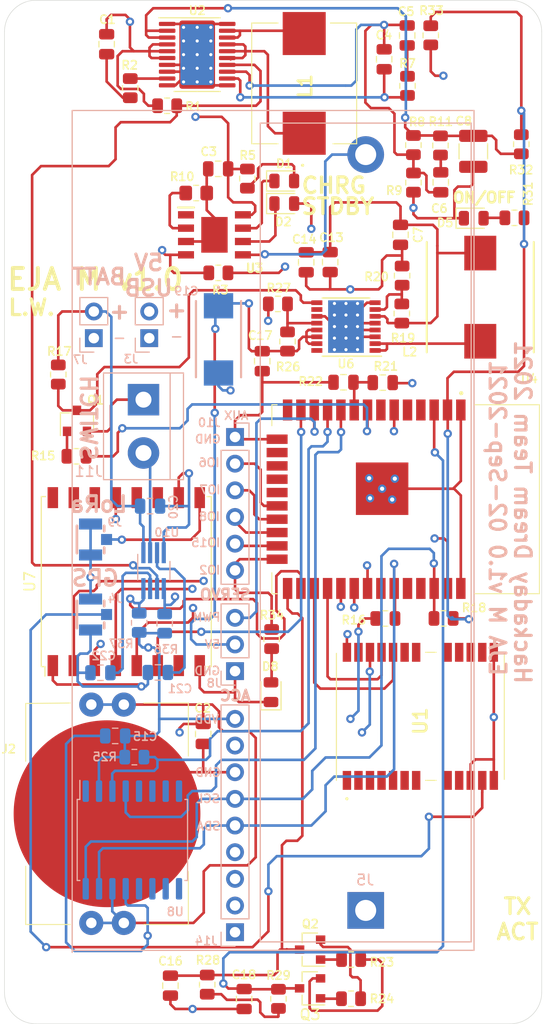
<source format=kicad_pcb>
(kicad_pcb (version 20171130) (host pcbnew "(5.1.10)-1")
  (title_block (title "Buoy C - Leonardo Ward") (date 2021-09-02) (rev 1.0))
  (layers (0 F.Cu signal) (1 GND.Cu signal hide) (2 Signal.Cu signal hide) (31 B.Cu signal) (34 B.Paste user hide) (35 F.Paste user hide) (36 B.SilkS user) (37 F.SilkS user) (38 B.Mask user hide) (39 F.Mask user hide) (44 Edge.Cuts user))
  (net 0 "")
  (net 1 +BATT)
  (net 2 GND)
  (net 3 BAT-CR2032)
  (net 4 /5V_USB)
  (net 5 "Net-(C4-Pad1)")
  (net 6 "Net-(C4-Pad2)")
  (net 7 "Net-(C5-Pad2)")
  (net 8 "Net-(C6-Pad1)")
  (net 9 +3V3)
  (net 10 VDD)
  (net 11 ESP_IO0)
  (net 12 +5V)
  (net 13 ESP_EN)
  (net 14 "Net-(C21-Pad1)")
  (net 15 "Net-(C22-Pad1)")
  (net 16 "Net-(D1-Pad1)")
  (net 17 "Net-(D1-Pad2)")
  (net 18 "Net-(D2-Pad2)")
  (net 19 "Net-(D2-Pad1)")
  (net 20 "Net-(D5-Pad2)")
  (net 21 "Net-(D8-Pad2)")
  (net 22 PWM_SERVO)
  (net 23 ESP_IO6)
  (net 24 ESP_IO7)
  (net 25 ESP_IO8)
  (net 26 ESP_IO15)
  (net 27 ESP_IO2)
  (net 28 "Net-(J11-Pad2)")
  (net 29 "Net-(L1-Pad2)")
  (net 30 "Net-(L1-Pad1)")
  (net 31 "Net-(L2-Pad2)")
  (net 32 "Net-(Q1-Pad1)")
  (net 33 "Net-(Q1-Pad3)")
  (net 34 "Net-(Q2-Pad1)")
  (net 35 /DTR)
  (net 36 /RTS)
  (net 37 "Net-(Q3-Pad1)")
  (net 38 EN_3V3)
  (net 39 "Net-(R2-Pad1)")
  (net 40 "Net-(R10-Pad1)")
  (net 41 EN_5V)
  (net 42 SDA)
  (net 43 SCL)
  (net 44 "Net-(R19-Pad2)")
  (net 45 BATT_LEVEL)
  (net 46 INT_RTC)
  (net 47 "Net-(R26-Pad2)")
  (net 48 BUTTON_INT)
  (net 49 BUTTON_KILL)
  (net 50 LORA_MOSI)
  (net 51 ESP_TX)
  (net 52 ESP_RX)
  (net 53 LORA_MISO)
  (net 54 LORA_SCK)
  (net 55 LORA_NSS)
  (net 56 GPS_RX)
  (net 57 GPS_TX)
  (net 58 LORA_RST)
  (net 59 RST_RTC)
  (net 60 "Net-(J9-Pad3)")
  (net 61 "Net-(J4-Pad3)")
  (net 62 /FB1)
  (net 63 "Net-(J1-Pad6)")
  (module Battery:BatteryHolder_MPD_BH-18650-PC2 (layer B.Cu) (at 134.9756 186.7 90)
    (fp_text reference J5 (at 2.89798 -0.05334) (layer B.SilkS) (effects (justify mirror)))
    (fp_text value BH-18650-PC)
    (pad 2 thru_hole circle (at 72 0 90) (size 3.5 3.5) (drill 2) (layers *.Cu *.Mask) (net 1 +BATT))
    (pad 1 thru_hole rect (at 0 0 90) (size 3.5 3.5) (drill 2) (layers *.Cu *.Mask) (net 2 GND))
    (pad "" np_thru_hole circle (at 8.645 0 90) (size 3.2 3.2) (drill 3.2) (layers *.Cu *.Mask))
    (pad "" np_thru_hole circle (at 64.255 0 90) (size 3.2 3.2) (drill 3.2) (layers *.Cu *.Mask))
  )
  (module Capacitor_SMD:C_0805_2012Metric (layer F.Cu) (at 129.30378 124.96038 270)
    (fp_text reference C14 (at -2.18948 0.1778 180) (layer F.SilkS) (effects (font (size 0.8 0.8))))
    (fp_text value 100nF)
    (pad 1 smd roundrect (at -0.95 0 270) (size 1 1.45) (layers F.Cu F.Paste F.Mask) (net 1 +BATT))
    (pad 2 smd roundrect (at 0.95 0 270) (size 1 1.45) (layers F.Cu F.Paste F.Mask) (net 2 GND))
  )
  (module BAT-HLD-001-THM:BATHLD001THM (layer F.Cu) (at 110.32236 177.49266 90)
    (fp_text reference J2 (at 6.16966 -9.37006 180) (layer F.SilkS) (effects (font (size 0.8 0.8))))
    (fp_text value BAT-HLD-001-THM hide)
    (pad 2 thru_hole circle (at -10.4 -1.5 90) (size 2.3 2.3) (drill 1) (layers *.Cu *.Mask) (net 3 BAT-CR2032))
    (pad 2 thru_hole circle (at -10.4 1.6 90) (size 2.3 2.3) (drill 1) (layers *.Cu *.Mask) (net 3 BAT-CR2032))
    (pad 2 thru_hole circle (at 10.4 1.6 90) (size 2.3 2.3) (drill 1) (layers *.Cu *.Mask) (net 3 BAT-CR2032))
    (pad 2 thru_hole circle (at 10.4 -1.5 90) (size 2.3 2.3) (drill 1) (layers *.Cu *.Mask) (net 3 BAT-CR2032))
    (pad 1 smd circle (at 0 0 180) (size 17.8 17.8) (layers F.Cu F.Paste F.Mask) (net 2 GND))
  )
  (module Resistor_SMD:R_0805_2012Metric (layer F.Cu) (at 141.17574 103.3399 90)
    (fp_text reference R33 (at 2.35656 0.07366 180) (layer F.SilkS) (effects (font (size 0.8 0.8))))
    (fp_text value 0)
    (pad 2 smd roundrect (at 0.9125 0 90) (size 1.025 1.4) (layers F.Cu F.Paste F.Mask) (roundrect_rratio 0.2439014634146341) (net 10 VDD))
    (pad 1 smd roundrect (at -0.9125 0 90) (size 1.025 1.4) (layers F.Cu F.Paste F.Mask) (roundrect_rratio 0.2439014634146341) (net 1 +BATT))
  )
  (module Resistor_SMD:R_0805_2012Metric (layer F.Cu) (at 149.80666 113.7158 270)
    (fp_text reference R32 (at 2.4511 0.0254 180) (layer F.SilkS) (effects (font (size 0.8 0.8))))
    (fp_text value 0)
    (pad 2 smd roundrect (at 0.9125 0 270) (size 1.025 1.4) (layers F.Cu F.Paste F.Mask) (roundrect_rratio 0.2439014634146341) (net 9 +3V3))
    (pad 1 smd roundrect (at -0.9125 0 270) (size 1.025 1.4) (layers F.Cu F.Paste F.Mask) (roundrect_rratio 0.2439014634146341) (net 10 VDD))
  )
  (module Connector_PinHeader_2.54mm:PinHeader_1x02_P2.54mm_Vertical (layer B.Cu) (at 114.34572 132.18668)
    (fp_text reference J3 (at -1.74752 1.9939) (layer B.SilkS) (effects (font (size 0.8 0.8)) (justify mirror)))
    (fp_text value Conn_01x02_Male)
    (pad 2 thru_hole oval (at 0 -2.54) (size 1.7 1.7) (drill 1) (layers *.Cu *.Mask) (net 4 /5V_USB))
    (pad 1 thru_hole rect (at 0 0) (size 1.7 1.7) (drill 1) (layers *.Cu *.Mask) (net 2 GND))
  )
  (module Connector_PinHeader_2.54mm:PinHeader_1x06_P2.54mm_Vertical (layer B.Cu) (at 122.52198 141.60246 180)
    (fp_text reference J10 (at 2.46126 1.36906) (layer B.SilkS) (effects (font (size 0.8 0.8)) (justify mirror)))
    (fp_text value Conn_01x06_Male)
    (pad 6 thru_hole oval (at 0 -12.7 180) (size 1.7 1.7) (drill 1) (layers *.Cu *.Mask) (net 27 ESP_IO2))
    (pad 5 thru_hole oval (at 0 -10.16 180) (size 1.7 1.7) (drill 1) (layers *.Cu *.Mask) (net 26 ESP_IO15))
    (pad 4 thru_hole oval (at 0 -7.62 180) (size 1.7 1.7) (drill 1) (layers *.Cu *.Mask) (net 25 ESP_IO8))
    (pad 3 thru_hole oval (at 0 -5.08 180) (size 1.7 1.7) (drill 1) (layers *.Cu *.Mask) (net 24 ESP_IO7))
    (pad 2 thru_hole oval (at 0 -2.54 180) (size 1.7 1.7) (drill 1) (layers *.Cu *.Mask) (net 23 ESP_IO6))
    (pad 1 thru_hole rect (at 0 0 180) (size 1.7 1.7) (drill 1) (layers *.Cu *.Mask) (net 2 GND))
  )
  (module Resistor_SMD:R_0805_2012Metric (layer F.Cu) (at 126.01012 160.85002 270)
    (fp_text reference R34 (at -2.27528 -0.02468 180) (layer F.SilkS) (effects (font (size 0.8 0.8))))
    (fp_text value 620)
    (pad 2 smd roundrect (at 0.9125 0 270) (size 1.025 1.4) (layers F.Cu F.Paste F.Mask) (roundrect_rratio 0.2439014634146341) (net 21 "Net-(D8-Pad2)"))
    (pad 1 smd roundrect (at -0.9125 0 270) (size 1.025 1.4) (layers F.Cu F.Paste F.Mask) (roundrect_rratio 0.2439014634146341) (net 27 ESP_IO2))
  )
  (module LED_SMD:LED_0805_2012Metric (layer F.Cu) (at 125.94844 165.9128 90)
    (fp_text reference D8 (at 2.4511 -0.06858 180) (layer F.SilkS) (effects (font (size 0.8 0.8))))
    (fp_text value YELLOW-CLEAR)
    (pad 2 smd roundrect (at 0.9375 0 90) (size 0.975 1.4) (layers F.Cu F.Paste F.Mask) (net 21 "Net-(D8-Pad2)"))
    (pad 1 smd roundrect (at -0.9375 0 90) (size 0.975 1.4) (layers F.Cu F.Paste F.Mask) (net 2 GND))
  )
  (module Connector_PinHeader_2.54mm:PinHeader_1x02_P2.54mm_Vertical (layer B.Cu) (at 109.06252 132.18668)
    (fp_text reference J7 (at -1.30048 2.04978) (layer B.SilkS) (effects (font (size 0.8 0.8)) (justify mirror)))
    (fp_text value Conn_01x02_Male)
    (pad 2 thru_hole oval (at 0 -2.54) (size 1.7 1.7) (drill 1) (layers *.Cu *.Mask) (net 1 +BATT))
    (pad 1 thru_hole rect (at 0 0) (size 1.7 1.7) (drill 1) (layers *.Cu *.Mask) (net 2 GND))
  )
  (module Connector_PinHeader_2.54mm:PinHeader_1x09_P2.54mm_Vertical (layer B.Cu) (at 122.52198 188.77534)
    (fp_text reference J14 (at -2.74828 0.8255) (layer B.SilkS) (effects (font (size 0.8 0.8)) (justify mirror)))
    (fp_text value Conn_01x09_Male)
    (pad 9 thru_hole oval (at 0 -20.32) (size 1.7 1.7) (drill 1) (layers *.Cu *.Mask) (net 10 VDD))
    (pad 8 thru_hole oval (at 0 -17.78) (size 1.7 1.7) (drill 1) (layers *.Cu *.Mask))
    (pad 7 thru_hole oval (at 0 -15.24) (size 1.7 1.7) (drill 1) (layers *.Cu *.Mask) (net 2 GND))
    (pad 6 thru_hole oval (at 0 -12.7) (size 1.7 1.7) (drill 1) (layers *.Cu *.Mask) (net 43 SCL))
    (pad 5 thru_hole oval (at 0 -10.16) (size 1.7 1.7) (drill 1) (layers *.Cu *.Mask) (net 42 SDA))
    (pad 4 thru_hole oval (at 0 -7.62) (size 1.7 1.7) (drill 1) (layers *.Cu *.Mask))
    (pad 3 thru_hole oval (at 0 -5.08) (size 1.7 1.7) (drill 1) (layers *.Cu *.Mask))
    (pad 2 thru_hole oval (at 0 -2.54) (size 1.7 1.7) (drill 1) (layers *.Cu *.Mask))
    (pad 1 thru_hole rect (at 0 0) (size 1.7 1.7) (drill 1) (layers *.Cu *.Mask))
  )
  (module "U.FL-R-SMT-1(10):U.FL-R-SMT-1_10_" (layer B.Cu) (at 108.75264 151.36622 90)
    (fp_text reference J9 (at 1.651 2.30632) (layer B.SilkS) (effects (font (size 0.8 0.8)) (justify mirror)))
    (fp_text value U.FL-R-SMT-1_10_ hide)
    (pad 1 smd rect (at -1.475 0 90) (size 1.05 2.2) (layers B.Cu B.Paste B.Mask) (net 2 GND))
    (pad 2 smd rect (at 1.475 0 90) (size 1.05 2.2) (layers B.Cu B.Paste B.Mask) (net 2 GND))
    (pad 3 smd rect (at 0 1.525) (size 1.05 1.05) (layers B.Cu B.Paste B.Mask) (net 60 "Net-(J9-Pad3)"))
  )
  (module "U.FL-R-SMT-1(10):U.FL-R-SMT-1_10_" (layer B.Cu) (at 108.75264 158.51198 90)
    (fp_text reference J4 (at 1.51712 2.34442) (layer B.SilkS) (effects (font (size 0.8 0.8)) (justify mirror)))
    (fp_text value U.FL-R-SMT-1_10_ hide)
    (pad 1 smd rect (at -1.475 0 90) (size 1.05 2.2) (layers B.Cu B.Paste B.Mask) (net 2 GND))
    (pad 2 smd rect (at 1.475 0 90) (size 1.05 2.2) (layers B.Cu B.Paste B.Mask) (net 2 GND))
    (pad 3 smd rect (at 0 1.525) (size 1.05 1.05) (layers B.Cu B.Paste B.Mask) (net 61 "Net-(J4-Pad3)"))
  )
  (module ATGM332D-5N31:ATGM332D5N31 (layer F.Cu) (at 140.18514 168.21404 270)
    (fp_text reference U1 (at 0.45 0 90) (layer F.SilkS) (effects (font (size 1.27 1.27) (thickness 0.254))))
    (fp_text value ATGM332D-5N31 hide)
    (pad 1 smd rect (at 6.1 7) (size 0.8 1.8) (layers F.Cu F.Paste F.Mask))
    (pad 2 smd rect (at 6.1 5.9) (size 0.8 1.8) (layers F.Cu F.Paste F.Mask))
    (pad 3 smd rect (at 6.1 4.8) (size 0.8 1.8) (layers F.Cu F.Paste F.Mask))
    (pad 4 smd rect (at 6.1 3.7) (size 0.8 1.8) (layers F.Cu F.Paste F.Mask))
    (pad 5 smd rect (at 6.1 2.6) (size 0.8 1.8) (layers F.Cu F.Paste F.Mask))
    (pad 6 smd rect (at 6.1 1.5) (size 0.8 1.8) (layers F.Cu F.Paste F.Mask))
    (pad 7 smd rect (at 6.1 0.4) (size 0.8 1.8) (layers F.Cu F.Paste F.Mask))
    (pad 8 smd rect (at 6.1 -2.6) (size 0.8 1.8) (layers F.Cu F.Paste F.Mask))
    (pad 9 smd rect (at 6.1 -3.7) (size 0.8 1.8) (layers F.Cu F.Paste F.Mask))
    (pad 10 smd rect (at 6.1 -4.8) (size 0.8 1.8) (layers F.Cu F.Paste F.Mask) (net 2 GND))
    (pad 11 smd rect (at 6.1 -5.9) (size 0.8 1.8) (layers F.Cu F.Paste F.Mask) (net 61 "Net-(J4-Pad3)"))
    (pad 12 smd rect (at 6.1 -7) (size 0.8 1.8) (layers F.Cu F.Paste F.Mask) (net 2 GND))
    (pad 13 smd rect (at -6.1 -7) (size 0.8 1.8) (layers F.Cu F.Paste F.Mask) (net 2 GND))
    (pad 14 smd rect (at -6.1 -5.9) (size 0.8 1.8) (layers F.Cu F.Paste F.Mask))
    (pad 15 smd rect (at -6.1 -4.8) (size 0.8 1.8) (layers F.Cu F.Paste F.Mask))
    (pad 16 smd rect (at -6.1 -3.7) (size 0.8 1.8) (layers F.Cu F.Paste F.Mask))
    (pad 17 smd rect (at -6.1 -2.6) (size 0.8 1.8) (layers F.Cu F.Paste F.Mask))
    (pad 18 smd rect (at -6.1 0.4) (size 0.8 1.8) (layers F.Cu F.Paste F.Mask))
    (pad 19 smd rect (at -6.1 1.5) (size 0.8 1.8) (layers F.Cu F.Paste F.Mask))
    (pad 20 smd rect (at -6.1 2.6) (size 0.8 1.8) (layers F.Cu F.Paste F.Mask) (net 57 GPS_TX))
    (pad 21 smd rect (at -6.1 3.7) (size 0.8 1.8) (layers F.Cu F.Paste F.Mask) (net 56 GPS_RX))
    (pad 22 smd rect (at -6.1 4.8) (size 0.8 1.8) (layers F.Cu F.Paste F.Mask) (net 3 BAT-CR2032))
    (pad 23 smd rect (at -6.1 5.9) (size 0.8 1.8) (layers F.Cu F.Paste F.Mask) (net 10 VDD))
    (pad 24 smd rect (at -6.1 7) (size 0.8 1.8) (layers F.Cu F.Paste F.Mask) (net 2 GND))
  )
  (module L-11.5x10.3x4:L-11.5x10.3x4 (layer F.Cu) (at 129.11328 107.91952 90)
    (fp_text reference L1 (at -0.25908 0.0889 90) (layer F.SilkS) (effects (font (size 1.27 1.27) (thickness 0.254))))
    (fp_text value 104CDMCCDS-2R2MC hide)
    (pad 1 smd rect (at -4.75 0 180) (size 4.1 4.1) (layers F.Cu F.Paste F.Mask) (net 30 "Net-(L1-Pad1)"))
    (pad 2 smd rect (at 4.75 0 180) (size 4.1 4.1) (layers F.Cu F.Paste F.Mask) (net 29 "Net-(L1-Pad2)"))
  )
  (module L-10.5x10.2x5:L-10.5x10.2x5 (layer F.Cu) (at 145.8976 128.2827 270)
    (fp_text reference L2 (at 5.21462 6.72592 180) (layer F.SilkS) (effects (font (size 0.8 0.8))))
    (fp_text value 5.5uH hide)
    (pad 1 smd rect (at -4.2 0) (size 3.05 3.3) (layers F.Cu F.Paste F.Mask) (net 1 +BATT))
    (pad 2 smd rect (at 4.2 0) (size 3.05 3.3) (layers F.Cu F.Paste F.Mask) (net 31 "Net-(L2-Pad2)"))
  )
  (module ESP32-WROOM-32D:ESP32-WROOM-32D (layer F.Cu) (at 138.5316 147.1803 270)
    (fp_text reference U4 (at -11.13282 -12.0396 180) (layer F.SilkS) (effects (font (size 0.8 0.8))))
    (fp_text value ESP32-WROOM-32D hide)
    (pad 1 smd rect (at -8.15 -5.51) (size 0.9 2) (layers F.Cu F.Paste F.Mask) (net 2 GND))
    (pad 2 smd rect (at -8.15 -4.24) (size 0.9 2) (layers F.Cu F.Paste F.Mask) (net 10 VDD))
    (pad 3 smd rect (at -8.15 -2.97) (size 0.9 2) (layers F.Cu F.Paste F.Mask) (net 13 ESP_EN))
    (pad 4 smd rect (at -8.15 -1.7) (size 0.9 2) (layers F.Cu F.Paste F.Mask))
    (pad 5 smd rect (at -8.15 -0.43) (size 0.9 2) (layers F.Cu F.Paste F.Mask))
    (pad 6 smd rect (at -8.15 0.84) (size 0.9 2) (layers F.Cu F.Paste F.Mask) (net 48 BUTTON_INT))
    (pad 7 smd rect (at -8.15 2.11) (size 0.9 2) (layers F.Cu F.Paste F.Mask))
    (pad 8 smd rect (at -8.15 3.38) (size 0.9 2) (layers F.Cu F.Paste F.Mask) (net 41 EN_5V))
    (pad 9 smd rect (at -8.15 4.65) (size 0.9 2) (layers F.Cu F.Paste F.Mask) (net 45 BATT_LEVEL))
    (pad 10 smd rect (at -8.15 5.92) (size 0.9 2) (layers F.Cu F.Paste F.Mask) (net 59 RST_RTC))
    (pad 11 smd rect (at -8.15 7.19) (size 0.9 2) (layers F.Cu F.Paste F.Mask) (net 46 INT_RTC))
    (pad 12 smd rect (at -8.15 8.46) (size 0.9 2) (layers F.Cu F.Paste F.Mask) (net 22 PWM_SERVO))
    (pad 13 smd rect (at -8.15 9.73) (size 0.9 2) (layers F.Cu F.Paste F.Mask) (net 58 LORA_RST))
    (pad 14 smd rect (at -8.15 11) (size 0.9 2) (layers F.Cu F.Paste F.Mask))
    (pad 15 smd rect (at -5.365 12 270) (size 0.9 2) (layers F.Cu F.Paste F.Mask) (net 2 GND))
    (pad 16 smd rect (at -4.095 12 270) (size 0.9 2) (layers F.Cu F.Paste F.Mask))
    (pad 17 smd rect (at -2.825 12 270) (size 0.9 2) (layers F.Cu F.Paste F.Mask))
    (pad 18 smd rect (at -1.555 12 270) (size 0.9 2) (layers F.Cu F.Paste F.Mask))
    (pad 19 smd rect (at -0.285 12 270) (size 0.9 2) (layers F.Cu F.Paste F.Mask))
    (pad 20 smd rect (at 0.985 12 270) (size 0.9 2) (layers F.Cu F.Paste F.Mask) (net 23 ESP_IO6))
    (pad 21 smd rect (at 2.255 12 270) (size 0.9 2) (layers F.Cu F.Paste F.Mask) (net 24 ESP_IO7))
    (pad 22 smd rect (at 3.525 12 270) (size 0.9 2) (layers F.Cu F.Paste F.Mask) (net 25 ESP_IO8))
    (pad 23 smd rect (at 4.795 12 270) (size 0.9 2) (layers F.Cu F.Paste F.Mask) (net 26 ESP_IO15))
    (pad 24 smd rect (at 6.065 12 270) (size 0.9 2) (layers F.Cu F.Paste F.Mask) (net 27 ESP_IO2))
    (pad 25 smd rect (at 8.85 11) (size 0.9 2) (layers F.Cu F.Paste F.Mask) (net 11 ESP_IO0))
    (pad 26 smd rect (at 8.85 9.73) (size 0.9 2) (layers F.Cu F.Paste F.Mask) (net 49 BUTTON_KILL))
    (pad 27 smd rect (at 8.85 8.46) (size 0.9 2) (layers F.Cu F.Paste F.Mask) (net 57 GPS_TX))
    (pad 28 smd rect (at 8.85 7.19) (size 0.9 2) (layers F.Cu F.Paste F.Mask) (net 56 GPS_RX))
    (pad 29 smd rect (at 8.85 5.92) (size 0.9 2) (layers F.Cu F.Paste F.Mask) (net 55 LORA_NSS))
    (pad 30 smd rect (at 8.85 4.65) (size 0.9 2) (layers F.Cu F.Paste F.Mask) (net 54 LORA_SCK))
    (pad 31 smd rect (at 8.85 3.38) (size 0.9 2) (layers F.Cu F.Paste F.Mask) (net 53 LORA_MISO))
    (pad 32 smd rect (at 8.85 2.11) (size 0.9 2) (layers F.Cu F.Paste F.Mask))
    (pad 33 smd rect (at 8.85 0.84) (size 0.9 2) (layers F.Cu F.Paste F.Mask) (net 42 SDA))
    (pad 34 smd rect (at 8.85 -0.43) (size 0.9 2) (layers F.Cu F.Paste F.Mask) (net 52 ESP_RX))
    (pad 35 smd rect (at 8.85 -1.7) (size 0.9 2) (layers F.Cu F.Paste F.Mask) (net 51 ESP_TX))
    (pad 36 smd rect (at 8.85 -2.97) (size 0.9 2) (layers F.Cu F.Paste F.Mask) (net 43 SCL))
    (pad 37 smd rect (at 8.85 -4.24) (size 0.9 2) (layers F.Cu F.Paste F.Mask) (net 50 LORA_MOSI))
    (pad 38 smd rect (at 8.85 -5.51) (size 0.9 2) (layers F.Cu F.Paste F.Mask) (net 2 GND))
    (pad 39 smd rect (at -0.65 1.99) (size 5 5) (layers F.Cu F.Paste F.Mask) (net 2 GND))
  )
  (module Capacitor_SMD:C_0805_2012Metric (layer F.Cu) (at 110.2868 104.18572 270)
    (fp_text reference C1 (at -2.347 -0.07112 180) (layer F.SilkS) (effects (font (size 0.8 0.8))))
    (fp_text value 47uF)
    (pad 1 smd roundrect (at -0.95 0 270) (size 1 1.45) (layers F.Cu F.Paste F.Mask) (net 1 +BATT))
    (pad 2 smd roundrect (at 0.95 0 270) (size 1 1.45) (layers F.Cu F.Paste F.Mask) (net 2 GND))
  )
  (module Capacitor_SMD:C_0805_2012Metric (layer F.Cu) (at 119.48922 169.89044 270)
    (fp_text reference C2 (at -2.45618 0.04572 180) (layer F.SilkS) (effects (font (size 0.8 0.8))))
    (fp_text value 10uF)
    (pad 1 smd roundrect (at -0.95 0 270) (size 1 1.45) (layers F.Cu F.Paste F.Mask) (net 3 BAT-CR2032))
    (pad 2 smd roundrect (at 0.95 0 270) (size 1 1.45) (layers F.Cu F.Paste F.Mask) (net 2 GND))
  )
  (module Capacitor_SMD:C_0805_2012Metric (layer F.Cu) (at 120.9167 116.05768 180)
    (fp_text reference C3 (at 0.89662 1.6383) (layer F.SilkS) (effects (font (size 0.8 0.8))))
    (fp_text value 10uF)
    (pad 1 smd roundrect (at -0.95 0 180) (size 1 1.45) (layers F.Cu F.Paste F.Mask) (net 4 /5V_USB))
    (pad 2 smd roundrect (at 0.95 0 180) (size 1 1.45) (layers F.Cu F.Paste F.Mask) (net 2 GND))
  )
  (module Capacitor_SMD:C_0805_2012Metric (layer F.Cu) (at 136.73582 105.62082 270)
    (fp_text reference C4 (at -2.30378 0.0254 180) (layer F.SilkS) (effects (font (size 0.8 0.8))))
    (fp_text value 12pF)
    (pad 1 smd roundrect (at -0.95 0 270) (size 1 1.45) (layers F.Cu F.Paste F.Mask) (net 5 "Net-(C4-Pad1)"))
    (pad 2 smd roundrect (at 0.95 0 270) (size 1 1.45) (layers F.Cu F.Paste F.Mask) (net 6 "Net-(C4-Pad2)"))
  )
  (module Capacitor_SMD:C_0805_2012Metric (layer F.Cu) (at 138.93038 103.3526 270)
    (fp_text reference C5 (at -2.27838 0.09906 180) (layer F.SilkS) (effects (font (size 0.8 0.8))))
    (fp_text value 680pF)
    (pad 2 smd roundrect (at 0.95 0 270) (size 1 1.45) (layers F.Cu F.Paste F.Mask) (net 7 "Net-(C5-Pad2)"))
    (pad 1 smd roundrect (at -0.95 0 270) (size 1 1.45) (layers F.Cu F.Paste F.Mask) (net 5 "Net-(C4-Pad1)"))
  )
  (module Capacitor_SMD:C_0805_2012Metric (layer F.Cu) (at 142.13078 117.34038 270)
    (fp_text reference C6 (at 2.49428 0.13716 180) (layer F.SilkS) (effects (font (size 0.8 0.8))))
    (fp_text value 47pF)
    (pad 2 smd roundrect (at 0.95 0 270) (size 1 1.45) (layers F.Cu F.Paste F.Mask) (net 5 "Net-(C4-Pad1)"))
    (pad 1 smd roundrect (at -0.95 0 270) (size 1 1.45) (layers F.Cu F.Paste F.Mask) (net 8 "Net-(C6-Pad1)"))
  )
  (module Capacitor_SMD:C_0805_2012Metric (layer F.Cu) (at 138.29284 122.34418 270)
    (fp_text reference C7 (at 0 -1.68 90) (layer F.SilkS) (effects (font (size 0.8 0.8))))
    (fp_text value 10uF)
    (pad 1 smd roundrect (at -0.95 0 270) (size 1 1.45) (layers F.Cu F.Paste F.Mask) (net 1 +BATT))
    (pad 2 smd roundrect (at 0.95 0 270) (size 1 1.45) (layers F.Cu F.Paste F.Mask) (net 2 GND))
  )
  (module Capacitor_SMD:C_1210_3225Metric (layer F.Cu) (at 145.23212 114.39144 270)
    (fp_text reference C8 (at -2.8829 0.90678 180) (layer F.SilkS) (effects (font (size 0.8 0.8))))
    (fp_text value 100uF)
    (pad 1 smd roundrect (at -1.475 0 270) (size 1.15 2.7) (layers F.Cu F.Paste F.Mask) (roundrect_rratio 0.2173904347826087) (net 9 +3V3))
    (pad 2 smd roundrect (at 1.475 0 270) (size 1.15 2.7) (layers F.Cu F.Paste F.Mask) (roundrect_rratio 0.2173904347826087) (net 2 GND))
  )
  (module Capacitor_SMD:C_0805_2012Metric (layer F.Cu) (at 131.58978 124.9426 270)
    (fp_text reference C13 (at -2.3368 -0.11684 180) (layer F.SilkS) (effects (font (size 0.8 0.8))))
    (fp_text value 10uF)
    (pad 2 smd roundrect (at 0.95 0 270) (size 1 1.45) (layers F.Cu F.Paste F.Mask) (net 2 GND))
    (pad 1 smd roundrect (at -0.95 0 270) (size 1 1.45) (layers F.Cu F.Paste F.Mask) (net 1 +BATT))
  )
  (module Capacitor_SMD:C_0805_2012Metric (layer B.Cu) (at 111.0996 170.0784 180)
    (fp_text reference C15 (at -2.8575 -0.0508) (layer B.SilkS) (effects (font (size 0.8 0.8)) (justify mirror)))
    (fp_text value 1uF)
    (pad 1 smd roundrect (at -0.95 0 180) (size 1 1.45) (layers B.Cu B.Paste B.Mask) (net 10 VDD))
    (pad 2 smd roundrect (at 0.95 0 180) (size 1 1.45) (layers B.Cu B.Paste B.Mask) (net 2 GND))
  )
  (module Capacitor_SMD:C_0805_2012Metric (layer F.Cu) (at 116.36502 193.8655 270)
    (fp_text reference C16 (at -2.3368 -0.00508 180) (layer F.SilkS) (effects (font (size 0.8 0.8))))
    (fp_text value 1uF)
    (pad 1 smd roundrect (at -0.95 0 270) (size 1 1.45) (layers F.Cu F.Paste F.Mask) (net 11 ESP_IO0))
    (pad 2 smd roundrect (at 0.95 0 270) (size 1 1.45) (layers F.Cu F.Paste F.Mask) (net 2 GND))
  )
  (module Capacitor_SMD:C_0805_2012Metric (layer F.Cu) (at 125.11532 134.3787 270)
    (fp_text reference C17 (at -2.44602 0.1905 180) (layer F.SilkS) (effects (font (size 0.8 0.8))))
    (fp_text value 2.2uF)
    (pad 2 smd roundrect (at 0.95 0 270) (size 1 1.45) (layers F.Cu F.Paste F.Mask) (net 2 GND))
    (pad 1 smd roundrect (at -0.95 0 270) (size 1 1.45) (layers F.Cu F.Paste F.Mask) (net 12 +5V))
  )
  (module Capacitor_SMD:C_0805_2012Metric (layer F.Cu) (at 123.38812 195.13804 270)
    (fp_text reference C18 (at -2.3114 0.01524 180) (layer F.SilkS) (effects (font (size 0.8 0.8))))
    (fp_text value 1uF)
    (pad 2 smd roundrect (at 0.95 0 270) (size 1 1.45) (layers F.Cu F.Paste F.Mask) (net 2 GND))
    (pad 1 smd roundrect (at -0.95 0 270) (size 1 1.45) (layers F.Cu F.Paste F.Mask) (net 13 ESP_EN))
  )
  (module C-2917-7343-Metric:C-2917-7343-Metric (layer B.Cu) (at 120.94718 132.30606 270)
    (fp_text reference C19 (at -4.60756 3.06324) (layer B.SilkS) (effects (font (size 0.8 0.8)) (justify mirror)))
    (fp_text value 220uF hide)
    (pad 2 smd rect (at 3.2 0 270) (size 2.4 2.8) (layers B.Cu B.Paste B.Mask) (net 2 GND))
    (pad 1 smd rect (at -3.2 0 270) (size 2.4 2.8) (layers B.Cu B.Paste B.Mask) (net 12 +5V))
  )
  (module Capacitor_SMD:C_0805_2012Metric (layer B.Cu) (at 114.42446 148.18614)
    (fp_text reference C20 (at 2.21996 0.08128 90) (layer B.SilkS) (effects (font (size 0.8 0.8)) (justify mirror)))
    (fp_text value 100nF)
    (pad 2 smd roundrect (at 0.95 0) (size 1 1.45) (layers B.Cu B.Paste B.Mask) (net 2 GND))
    (pad 1 smd roundrect (at -0.95 0) (size 1 1.45) (layers B.Cu B.Paste B.Mask) (net 1 +BATT))
  )
  (module Capacitor_SMD:C_0805_2012Metric (layer B.Cu) (at 115.17122 164.0332 180)
    (fp_text reference C21 (at -2.10312 -1.5494 180) (layer B.SilkS) (effects (font (size 0.8 0.8)) (justify mirror)))
    (fp_text value 33nF)
    (pad 2 smd roundrect (at 0.95 0 180) (size 1 1.45) (layers B.Cu B.Paste B.Mask) (net 2 GND))
    (pad 1 smd roundrect (at -0.95 0 180) (size 1 1.45) (layers B.Cu B.Paste B.Mask) (net 14 "Net-(C21-Pad1)"))
  )
  (module Capacitor_SMD:C_0805_2012Metric (layer B.Cu) (at 109.6924 164.06114 180)
    (fp_text reference C22 (at -0.31246 1.6129 180) (layer B.SilkS) (effects (font (size 0.8 0.8)) (justify mirror)))
    (fp_text value 1uF)
    (pad 2 smd roundrect (at 0.95 0 180) (size 1 1.45) (layers B.Cu B.Paste B.Mask) (net 2 GND))
    (pad 1 smd roundrect (at -0.95 0 180) (size 1 1.45) (layers B.Cu B.Paste B.Mask) (net 15 "Net-(C22-Pad1)"))
  )
  (module LED_SMD:LED_0805_2012Metric (layer F.Cu) (at 127.21336 117.21592)
    (fp_text reference D1 (at 0 -1.65) (layer F.SilkS) (effects (font (size 0.8 0.8))))
    (fp_text value ORANGE-CLEAR)
    (pad 1 smd roundrect (at -0.9375 0) (size 0.975 1.4) (layers F.Cu F.Paste F.Mask) (net 16 "Net-(D1-Pad1)"))
    (pad 2 smd roundrect (at 0.9375 0) (size 0.975 1.4) (layers F.Cu F.Paste F.Mask) (net 17 "Net-(D1-Pad2)"))
  )
  (module LED_SMD:LED_0805_2012Metric (layer F.Cu) (at 127.2159 119.3673)
    (fp_text reference D2 (at -0.09398 1.73482) (layer F.SilkS) (effects (font (size 0.8 0.8))))
    (fp_text value GREEN-CLEAR)
    (pad 2 smd roundrect (at 0.9375 0) (size 0.975 1.4) (layers F.Cu F.Paste F.Mask) (net 18 "Net-(D2-Pad2)"))
    (pad 1 smd roundrect (at -0.9375 0) (size 0.975 1.4) (layers F.Cu F.Paste F.Mask) (net 19 "Net-(D2-Pad1)"))
  )
  (module LED_SMD:LED_0805_2012Metric (layer F.Cu) (at 145.27276 120.76176)
    (fp_text reference D5 (at -2.7305 0.43434) (layer F.SilkS) (effects (font (size 0.8 0.8))))
    (fp_text value GREEN-CLEAR)
    (pad 1 smd roundrect (at -0.9375 0) (size 0.975 1.4) (layers F.Cu F.Paste F.Mask) (net 2 GND))
    (pad 2 smd roundrect (at 0.9375 0) (size 0.975 1.4) (layers F.Cu F.Paste F.Mask) (net 20 "Net-(D5-Pad2)"))
  )
  (module Connector_PinHeader_2.54mm:PinHeader_1x03_P2.54mm_Vertical (layer B.Cu) (at 122.52198 163.9062)
    (fp_text reference J8 (at -2.01168 1.14808 180) (layer B.SilkS) (effects (font (size 0.8 0.8)) (justify mirror)))
    (fp_text value Conn_01x03_Male)
    (pad 3 thru_hole oval (at 0 -5.08) (size 1.7 1.7) (drill 1) (layers *.Cu *.Mask) (net 22 PWM_SERVO))
    (pad 2 thru_hole oval (at 0 -2.54) (size 1.7 1.7) (drill 1) (layers *.Cu *.Mask) (net 12 +5V))
    (pad 1 thru_hole rect (at 0 0) (size 1.7 1.7) (drill 1) (layers *.Cu *.Mask) (net 2 GND))
  )
  (module TerminalBlock:TerminalBlock_bornier-2_P5.08mm (layer B.Cu) (at 113.79708 138.04646 270)
    (fp_text reference J11 (at 6.83768 5.22986 180) (layer B.SilkS) (effects (justify mirror)))
    (fp_text value TERM-BLK-2P)
    (pad 1 thru_hole rect (at 0 0 270) (size 3 3) (drill 1.52) (layers *.Cu *.Mask) (net 2 GND))
    (pad 2 thru_hole circle (at 5.08 0 270) (size 3 3) (drill 1.52) (layers *.Cu *.Mask) (net 28 "Net-(J11-Pad2)"))
  )
  (module Package_TO_SOT_SMD:SOT-23 (layer F.Cu) (at 107.45978 140.06322 90)
    (fp_text reference Q1 (at 1.97104 1.78054 180) (layer F.SilkS) (effects (font (size 0.8 0.8))))
    (fp_text value MMBT2222LT1G)
    (pad 1 smd rect (at -1 -0.95 90) (size 0.9 0.8) (layers F.Cu F.Paste F.Mask) (net 32 "Net-(Q1-Pad1)"))
    (pad 2 smd rect (at -1 0.95 90) (size 0.9 0.8) (layers F.Cu F.Paste F.Mask) (net 2 GND))
    (pad 3 smd rect (at 1 0 90) (size 0.9 0.8) (layers F.Cu F.Paste F.Mask) (net 33 "Net-(Q1-Pad3)"))
  )
  (module Package_TO_SOT_SMD:SOT-23 (layer F.Cu) (at 129.67716 190.43396 180)
    (fp_text reference Q2 (at -0.01778 2.44094) (layer F.SilkS) (effects (font (size 0.8 0.8))))
    (fp_text value MMBT2222LT1G)
    (pad 1 smd rect (at -1 -0.95 180) (size 0.9 0.8) (layers F.Cu F.Paste F.Mask) (net 34 "Net-(Q2-Pad1)"))
    (pad 2 smd rect (at -1 0.95 180) (size 0.9 0.8) (layers F.Cu F.Paste F.Mask) (net 35 /DTR))
    (pad 3 smd rect (at 1 0 180) (size 0.9 0.8) (layers F.Cu F.Paste F.Mask) (net 11 ESP_IO0))
  )
  (module Package_TO_SOT_SMD:SOT-23 (layer F.Cu) (at 129.67462 194.12458 180)
    (fp_text reference Q3 (at 0 -2.5) (layer F.SilkS))
    (fp_text value MMBT2222LT1G)
    (pad 3 smd rect (at 1 0 180) (size 0.9 0.8) (layers F.Cu F.Paste F.Mask) (net 13 ESP_EN))
    (pad 2 smd rect (at -1 0.95 180) (size 0.9 0.8) (layers F.Cu F.Paste F.Mask) (net 36 /RTS))
    (pad 1 smd rect (at -1 -0.95 180) (size 0.9 0.8) (layers F.Cu F.Paste F.Mask) (net 37 "Net-(Q3-Pad1)"))
  )
  (module Resistor_SMD:R_0805_2012Metric (layer F.Cu) (at 116.0526 110.04804)
    (fp_text reference R1 (at 2.51206 0.07112) (layer F.SilkS) (effects (font (size 0.8 0.8))))
    (fp_text value 1M)
    (pad 2 smd roundrect (at 0.9125 0) (size 1.025 1.4) (layers F.Cu F.Paste F.Mask) (roundrect_rratio 0.2439014634146341) (net 38 EN_3V3))
    (pad 1 smd roundrect (at -0.9125 0) (size 1.025 1.4) (layers F.Cu F.Paste F.Mask) (roundrect_rratio 0.2439014634146341) (net 1 +BATT))
  )
  (module Resistor_SMD:R_0805_2012Metric (layer F.Cu) (at 112.5347 108.37418 270)
    (fp_text reference R2 (at -2.19202 0.05588 180) (layer F.SilkS) (effects (font (size 0.8 0.8))))
    (fp_text value 90.9K)
    (pad 2 smd roundrect (at 0.9125 0 270) (size 1.025 1.4) (layers F.Cu F.Paste F.Mask) (roundrect_rratio 0.2439014634146341) (net 2 GND))
    (pad 1 smd roundrect (at -0.9125 0 270) (size 1.025 1.4) (layers F.Cu F.Paste F.Mask) (roundrect_rratio 0.2439014634146341) (net 39 "Net-(R2-Pad1)"))
  )
  (module Resistor_SMD:R_0805_2012Metric (layer F.Cu) (at 120.93448 125.96876)
    (fp_text reference R3 (at 0.18796 1.63576) (layer F.SilkS) (effects (font (size 0.8 0.8))))
    (fp_text value 620)
    (pad 1 smd roundrect (at -0.9125 0) (size 1.025 1.4) (layers F.Cu F.Paste F.Mask) (roundrect_rratio 0.2439014634146341) (net 4 /5V_USB))
    (pad 2 smd roundrect (at 0.9125 0) (size 1.025 1.4) (layers F.Cu F.Paste F.Mask) (roundrect_rratio 0.2439014634146341) (net 18 "Net-(D2-Pad2)"))
  )
  (module Resistor_SMD:R_0805_2012Metric (layer F.Cu) (at 123.698 116.98732 270)
    (fp_text reference R5 (at -2.21234 -0.03048 180) (layer F.SilkS) (effects (font (size 0.8 0.8))))
    (fp_text value 620)
    (pad 2 smd roundrect (at 0.9125 0 270) (size 1.025 1.4) (layers F.Cu F.Paste F.Mask) (roundrect_rratio 0.2439014634146341) (net 17 "Net-(D1-Pad2)"))
    (pad 1 smd roundrect (at -0.9125 0 270) (size 1.025 1.4) (layers F.Cu F.Paste F.Mask) (roundrect_rratio 0.2439014634146341) (net 4 /5V_USB))
  )
  (module Resistor_SMD:R_0805_2012Metric (layer F.Cu) (at 138.95832 108.1532 270)
    (fp_text reference R7 (at -2.14122 0 180) (layer F.SilkS) (effects (font (size 0.8 0.8))))
    (fp_text value 49.9K)
    (pad 1 smd roundrect (at -0.9125 0 270) (size 1.025 1.4) (layers F.Cu F.Paste F.Mask) (roundrect_rratio 0.2439014634146341) (net 7 "Net-(C5-Pad2)"))
    (pad 2 smd roundrect (at 0.9125 0 270) (size 1.025 1.4) (layers F.Cu F.Paste F.Mask) (roundrect_rratio 0.2439014634146341) (net 6 "Net-(C4-Pad2)"))
  )
  (module Resistor_SMD:R_0805_2012Metric (layer F.Cu) (at 139.5222 113.79454 270)
    (fp_text reference R8 (at -2.20726 -0.35052 180) (layer F.SilkS) (effects (font (size 0.8 0.8))))
    (fp_text value 825K)
    (pad 2 smd roundrect (at 0.9125 0 270) (size 1.025 1.4) (layers F.Cu F.Paste F.Mask) (roundrect_rratio 0.2439014634146341) (net 5 "Net-(C4-Pad1)"))
    (pad 1 smd roundrect (at -0.9125 0 270) (size 1.025 1.4) (layers F.Cu F.Paste F.Mask) (roundrect_rratio 0.2439014634146341) (net 9 +3V3))
  )
  (module Resistor_SMD:R_0805_2012Metric (layer F.Cu) (at 139.52728 117.36578 270)
    (fp_text reference R9 (at 0.75946 1.83134 180) (layer F.SilkS) (effects (font (size 0.8 0.8))))
    (fp_text value 182K)
    (pad 1 smd roundrect (at -0.9125 0 270) (size 1.025 1.4) (layers F.Cu F.Paste F.Mask) (roundrect_rratio 0.2439014634146341) (net 5 "Net-(C4-Pad1)"))
    (pad 2 smd roundrect (at 0.9125 0 270) (size 1.025 1.4) (layers F.Cu F.Paste F.Mask) (roundrect_rratio 0.2439014634146341) (net 2 GND))
  )
  (module Resistor_SMD:R_0805_2012Metric_Pad1.20x1.40mm_HandSolder (layer F.Cu) (at 118.82374 118.364)
    (fp_text reference R10 (at -1.34366 -1.5621) (layer F.SilkS) (effects (font (size 0.8 0.8))))
    (fp_text value 1.2K)
    (pad 1 smd roundrect (at -1 0) (size 1.2 1.4) (layers F.Cu F.Paste F.Mask) (roundrect_rratio 0.2083325) (net 40 "Net-(R10-Pad1)"))
    (pad 2 smd roundrect (at 1 0) (size 1.2 1.4) (layers F.Cu F.Paste F.Mask) (roundrect_rratio 0.2083325) (net 2 GND))
  )
  (module Resistor_SMD:R_0805_2012Metric (layer F.Cu) (at 142.10284 113.8301 270)
    (fp_text reference R11 (at -2.26822 -0.02286 180) (layer F.SilkS) (effects (font (size 0.8 0.8))))
    (fp_text value 6.49K)
    (pad 1 smd roundrect (at -0.9125 0 270) (size 1.025 1.4) (layers F.Cu F.Paste F.Mask) (roundrect_rratio 0.2439014634146341) (net 9 +3V3))
    (pad 2 smd roundrect (at 0.9125 0 270) (size 1.025 1.4) (layers F.Cu F.Paste F.Mask) (roundrect_rratio 0.2439014634146341) (net 8 "Net-(C6-Pad1)"))
  )
  (module Resistor_SMD:R_0805_2012Metric (layer F.Cu) (at 107.41152 143.44142)
    (fp_text reference R15 (at -3.19024 -0.04572) (layer F.SilkS) (effects (font (size 0.8 0.8))))
    (fp_text value 10K)
    (pad 1 smd roundrect (at -0.9125 0) (size 1.025 1.4) (layers F.Cu F.Paste F.Mask) (roundrect_rratio 0.2439014634146341) (net 32 "Net-(Q1-Pad1)"))
    (pad 2 smd roundrect (at 0.9125 0) (size 1.025 1.4) (layers F.Cu F.Paste F.Mask) (roundrect_rratio 0.2439014634146341) (net 41 EN_5V))
  )
  (module Resistor_SMD:R_0805_2012Metric (layer F.Cu) (at 136.85266 158.89224)
    (fp_text reference R16 (at -3.01244 0.14478) (layer F.SilkS) (effects (font (size 0.8 0.8))))
    (fp_text value 10K)
    (pad 2 smd roundrect (at 0.9125 0) (size 1.025 1.4) (layers F.Cu F.Paste F.Mask) (roundrect_rratio 0.2439014634146341) (net 42 SDA))
    (pad 1 smd roundrect (at -0.9125 0) (size 1.025 1.4) (layers F.Cu F.Paste F.Mask) (roundrect_rratio 0.2439014634146341) (net 10 VDD))
  )
  (module Resistor_SMD:R_0805_2012Metric (layer F.Cu) (at 105.6767 135.65124 270)
    (fp_text reference R17 (at -2.20726 -0.09398 180) (layer F.SilkS) (effects (font (size 0.8 0.8))))
    (fp_text value 1K)
    (pad 1 smd roundrect (at -0.9125 0 270) (size 1.025 1.4) (layers F.Cu F.Paste F.Mask) (roundrect_rratio 0.2439014634146341) (net 1 +BATT))
    (pad 2 smd roundrect (at 0.9125 0 270) (size 1.025 1.4) (layers F.Cu F.Paste F.Mask) (roundrect_rratio 0.2439014634146341) (net 33 "Net-(Q1-Pad3)"))
  )
  (module Resistor_SMD:R_0805_2012Metric (layer F.Cu) (at 142.39684 158.88462 180)
    (fp_text reference R18 (at -2.9064 1.01346) (layer F.SilkS) (effects (font (size 0.8 0.8))))
    (fp_text value 10K)
    (pad 1 smd roundrect (at -0.9125 0 180) (size 1.025 1.4) (layers F.Cu F.Paste F.Mask) (roundrect_rratio 0.2439014634146341) (net 10 VDD))
    (pad 2 smd roundrect (at 0.9125 0 180) (size 1.025 1.4) (layers F.Cu F.Paste F.Mask) (roundrect_rratio 0.2439014634146341) (net 43 SCL))
  )
  (module Resistor_SMD:R_0805_2012Metric (layer F.Cu) (at 138.4173 129.83972 90)
    (fp_text reference R19 (at -2.34188 0.10922 180) (layer F.SilkS) (effects (font (size 0.8 0.8))))
    (fp_text value 1.8M)
    (pad 2 smd roundrect (at 0.9125 0 90) (size 1.025 1.4) (layers F.Cu F.Paste F.Mask) (roundrect_rratio 0.2439014634146341) (net 44 "Net-(R19-Pad2)"))
    (pad 1 smd roundrect (at -0.9125 0 90) (size 1.025 1.4) (layers F.Cu F.Paste F.Mask) (roundrect_rratio 0.2439014634146341) (net 1 +BATT))
  )
  (module Resistor_SMD:R_0805_2012Metric (layer F.Cu) (at 138.44524 126.23038 90)
    (fp_text reference R20 (at -0.10922 -2.43078 180) (layer F.SilkS) (effects (font (size 0.8 0.8))))
    (fp_text value 390K)
    (pad 2 smd roundrect (at 0.9125 0 90) (size 1.025 1.4) (layers F.Cu F.Paste F.Mask) (roundrect_rratio 0.2439014634146341) (net 2 GND))
    (pad 1 smd roundrect (at -0.9125 0 90) (size 1.025 1.4) (layers F.Cu F.Paste F.Mask) (roundrect_rratio 0.2439014634146341) (net 44 "Net-(R19-Pad2)"))
  )
  (module Capacitor_SMD:C_0805_2012Metric (layer F.Cu) (at 136.5987 136.4234 180)
    (fp_text reference R21 (at -0.2946 1.55448) (layer F.SilkS) (effects (font (size 0.8 0.8))))
    (fp_text value 806K)
    (pad 1 smd roundrect (at -0.95 0 180) (size 1 1.45) (layers F.Cu F.Paste F.Mask) (net 1 +BATT))
    (pad 2 smd roundrect (at 0.95 0 180) (size 1 1.45) (layers F.Cu F.Paste F.Mask) (net 45 BATT_LEVEL))
  )
  (module Capacitor_SMD:C_0805_2012Metric (layer F.Cu) (at 132.85724 136.39038 180)
    (fp_text reference R22 (at 3.12166 0.07874) (layer F.SilkS) (effects (font (size 0.8 0.8))))
    (fp_text value 2M)
    (pad 2 smd roundrect (at 0.95 0 180) (size 1 1.45) (layers F.Cu F.Paste F.Mask) (net 2 GND))
    (pad 1 smd roundrect (at -0.95 0 180) (size 1 1.45) (layers F.Cu F.Paste F.Mask) (net 45 BATT_LEVEL))
  )
  (module Resistor_SMD:R_0805_2012Metric (layer F.Cu) (at 133.58876 191.38392)
    (fp_text reference R23 (at 2.93116 0.25146) (layer F.SilkS) (effects (font (size 0.8 0.8))))
    (fp_text value 10K)
    (pad 2 smd roundrect (at 0.9125 0) (size 1.025 1.4) (layers F.Cu F.Paste F.Mask) (roundrect_rratio 0.2439014634146341) (net 36 /RTS))
    (pad 1 smd roundrect (at -0.9125 0) (size 1.025 1.4) (layers F.Cu F.Paste F.Mask) (roundrect_rratio 0.2439014634146341) (net 34 "Net-(Q2-Pad1)"))
  )
  (module Resistor_SMD:R_0805_2012Metric (layer F.Cu) (at 133.57796 195.11264)
    (fp_text reference R24 (at 2.94196 0.00254) (layer F.SilkS) (effects (font (size 0.8 0.8))))
    (fp_text value 10K)
    (pad 2 smd roundrect (at 0.9125 0) (size 1.025 1.4) (layers F.Cu F.Paste F.Mask) (roundrect_rratio 0.2439014634146341) (net 35 /DTR))
    (pad 1 smd roundrect (at -0.9125 0) (size 1.025 1.4) (layers F.Cu F.Paste F.Mask) (roundrect_rratio 0.2439014634146341) (net 37 "Net-(Q3-Pad1)"))
  )
  (module Resistor_SMD:R_0805_2012Metric (layer B.Cu) (at 112.9284 172.0977)
    (fp_text reference R25 (at -2.82702 -0.0254) (layer B.SilkS) (effects (font (size 0.8 0.8)) (justify mirror)))
    (fp_text value 10K)
    (pad 1 smd roundrect (at -0.9125 0) (size 1.025 1.4) (layers B.Cu B.Paste B.Mask) (roundrect_rratio 0.2439014634146341) (net 10 VDD))
    (pad 2 smd roundrect (at 0.9125 0) (size 1.025 1.4) (layers B.Cu B.Paste B.Mask) (roundrect_rratio 0.2439014634146341) (net 46 INT_RTC))
  )
  (module Resistor_SMD:R_0805_2012Metric (layer F.Cu) (at 127.52324 132.50672 90)
    (fp_text reference R26 (at -2.413 0.05588 180) (layer F.SilkS) (effects (font (size 0.8 0.8))))
    (fp_text value 1M)
    (pad 2 smd roundrect (at 0.9125 0 90) (size 1.025 1.4) (layers F.Cu F.Paste F.Mask) (roundrect_rratio 0.2439014634146341) (net 47 "Net-(R26-Pad2)"))
    (pad 1 smd roundrect (at -0.9125 0 90) (size 1.025 1.4) (layers F.Cu F.Paste F.Mask) (roundrect_rratio 0.2439014634146341) (net 12 +5V))
  )
  (module Resistor_SMD:R_0805_2012Metric (layer F.Cu) (at 126.6082 128.92532 180)
    (fp_text reference R27 (at -0.08446 1.50876) (layer F.SilkS) (effects (font (size 0.8 0.8))))
    (fp_text value 180K)
    (pad 1 smd roundrect (at -0.9125 0 180) (size 1.025 1.4) (layers F.Cu F.Paste F.Mask) (roundrect_rratio 0.2439014634146341) (net 47 "Net-(R26-Pad2)"))
    (pad 2 smd roundrect (at 0.9125 0 180) (size 1.025 1.4) (layers F.Cu F.Paste F.Mask) (roundrect_rratio 0.2439014634146341) (net 2 GND))
  )
  (module Resistor_SMD:R_0805_2012Metric (layer F.Cu) (at 119.87022 193.76834 90)
    (fp_text reference R28 (at 2.326 0.07112 180) (layer F.SilkS) (effects (font (size 0.8 0.8))))
    (fp_text value 10K)
    (pad 1 smd roundrect (at -0.9125 0 90) (size 1.025 1.4) (layers F.Cu F.Paste F.Mask) (roundrect_rratio 0.2439014634146341) (net 63 "Net-(J1-Pad6)"))
    (pad 2 smd roundrect (at 0.9125 0 90) (size 1.025 1.4) (layers F.Cu F.Paste F.Mask) (roundrect_rratio 0.2439014634146341) (net 11 ESP_IO0))
  )
  (module Resistor_SMD:R_0805_2012Metric (layer F.Cu) (at 126.65964 195.1228 90)
    (fp_text reference R29 (at 2.23266 -0.00508 180) (layer F.SilkS) (effects (font (size 0.8 0.8))))
    (fp_text value 10K)
    (pad 2 smd roundrect (at 0.9125 0 90) (size 1.025 1.4) (layers F.Cu F.Paste F.Mask) (roundrect_rratio 0.2439014634146341) (net 13 ESP_EN))
    (pad 1 smd roundrect (at -0.9125 0 90) (size 1.025 1.4) (layers F.Cu F.Paste F.Mask) (roundrect_rratio 0.2439014634146341) (net 63 "Net-(J1-Pad6)"))
  )
  (module Resistor_SMD:R_0805_2012Metric (layer F.Cu) (at 149.15388 120.7262 180)
    (fp_text reference R31 (at -1.3081 2.28346 90) (layer F.SilkS) (effects (font (size 0.8 0.8))))
    (fp_text value 620)
    (pad 1 smd roundrect (at -0.9125 0 180) (size 1.025 1.4) (layers F.Cu F.Paste F.Mask) (roundrect_rratio 0.2439014634146341) (net 10 VDD))
    (pad 2 smd roundrect (at 0.9125 0 180) (size 1.025 1.4) (layers F.Cu F.Paste F.Mask) (roundrect_rratio 0.2439014634146341) (net 20 "Net-(D5-Pad2)"))
  )
  (module Resistor_SMD:R_0805_2012Metric (layer B.Cu) (at 115.81638 159.37738 90)
    (fp_text reference R36 (at -2.45364 0.12446) (layer B.SilkS) (effects (font (size 0.8 0.8)) (justify mirror)))
    (fp_text value 10K)
    (pad 1 smd roundrect (at -0.9125 0 90) (size 1.025 1.4) (layers B.Cu B.Paste B.Mask) (roundrect_rratio 0.2439014634146341) (net 10 VDD))
    (pad 2 smd roundrect (at 0.9125 0 90) (size 1.025 1.4) (layers B.Cu B.Paste B.Mask) (roundrect_rratio 0.2439014634146341) (net 48 BUTTON_INT))
  )
  (module Resistor_SMD:R_0805_2012Metric (layer B.Cu) (at 113.38814 159.30118 90)
    (fp_text reference R37 (at -1.99644 -1.70688) (layer B.SilkS) (effects (font (size 0.8 0.8)) (justify mirror)))
    (fp_text value 10K)
    (pad 2 smd roundrect (at 0.9125 0 90) (size 1.025 1.4) (layers B.Cu B.Paste B.Mask) (roundrect_rratio 0.2439014634146341) (net 49 BUTTON_KILL))
    (pad 1 smd roundrect (at -0.9125 0 90) (size 1.025 1.4) (layers B.Cu B.Paste B.Mask) (roundrect_rratio 0.2439014634146341) (net 10 VDD))
  )
  (module Package_SO:HTSSOP-20-1EP_4.4x6.5mm_P0.65mm_EP3.4x6.5mm_Mask2.75x3.43mm_ThermalVias_HandSolder (layer F.Cu) (at 118.91518 105.17886)
    (fp_text reference U2 (at 0 -4.2) (layer F.SilkS) (effects (font (size 0.8 0.8))))
    (fp_text value LTC3113EFE#TRPBF)
    (pad 21 smd roundrect (at 0 0) (size 3.4 6.5) (layers F.Cu) (roundrect_rratio 0.07352882352941177) (net 2 GND))
    (pad 21 thru_hole circle (at -1.3 -2.6) (size 0.6 0.6) (drill 0.3) (layers *.Cu) (net 2 GND))
    (pad 21 thru_hole circle (at 0 -2.6) (size 0.6 0.6) (drill 0.3) (layers *.Cu) (net 2 GND))
    (pad 21 thru_hole circle (at 1.3 -2.6) (size 0.6 0.6) (drill 0.3) (layers *.Cu) (net 2 GND))
    (pad 21 thru_hole circle (at -1.3 -1.3) (size 0.6 0.6) (drill 0.3) (layers *.Cu) (net 2 GND))
    (pad 21 thru_hole circle (at 0 -1.3) (size 0.6 0.6) (drill 0.3) (layers *.Cu) (net 2 GND))
    (pad 21 thru_hole circle (at 1.3 -1.3) (size 0.6 0.6) (drill 0.3) (layers *.Cu) (net 2 GND))
    (pad 21 thru_hole circle (at -1.3 0) (size 0.6 0.6) (drill 0.3) (layers *.Cu) (net 2 GND))
    (pad 21 thru_hole circle (at 0 0) (size 0.6 0.6) (drill 0.3) (layers *.Cu) (net 2 GND))
    (pad 21 thru_hole circle (at 1.3 0) (size 0.6 0.6) (drill 0.3) (layers *.Cu) (net 2 GND))
    (pad 21 thru_hole circle (at -1.3 1.3) (size 0.6 0.6) (drill 0.3) (layers *.Cu) (net 2 GND))
    (pad 21 thru_hole circle (at 0 1.3) (size 0.6 0.6) (drill 0.3) (layers *.Cu) (net 2 GND))
    (pad 21 thru_hole circle (at 1.3 1.3) (size 0.6 0.6) (drill 0.3) (layers *.Cu) (net 2 GND))
    (pad 21 thru_hole circle (at -1.3 2.6) (size 0.6 0.6) (drill 0.3) (layers *.Cu) (net 2 GND))
    (pad 21 thru_hole circle (at 0 2.6) (size 0.6 0.6) (drill 0.3) (layers *.Cu) (net 2 GND))
    (pad 21 thru_hole circle (at 1.3 2.6) (size 0.6 0.6) (drill 0.3) (layers *.Cu) (net 2 GND))
    (pad 21 smd roundrect (at 0 0) (size 3.2 5.8) (layers B.Cu) (roundrect_rratio 0.078125) (net 2 GND))
    (pad 1 smd roundrect (at -2.8625 -2.925) (size 1.575 0.4) (layers F.Cu F.Paste F.Mask) (net 2 GND))
    (pad 2 smd roundrect (at -2.8625 -2.275) (size 1.575 0.4) (layers F.Cu F.Paste F.Mask) (net 9 +3V3))
    (pad 3 smd roundrect (at -2.8625 -1.625) (size 1.575 0.4) (layers F.Cu F.Paste F.Mask) (net 9 +3V3))
    (pad 4 smd roundrect (at -2.8625 -0.975) (size 1.575 0.4) (layers F.Cu F.Paste F.Mask) (net 1 +BATT))
    (pad 5 smd roundrect (at -2.8625 -0.325) (size 1.575 0.4) (layers F.Cu F.Paste F.Mask) (net 1 +BATT))
    (pad 6 smd roundrect (at -2.8625 0.325) (size 1.575 0.4) (layers F.Cu F.Paste F.Mask) (net 1 +BATT))
    (pad 7 smd roundrect (at -2.8625 0.975) (size 1.575 0.4) (layers F.Cu F.Paste F.Mask) (net 2 GND))
    (pad 8 smd roundrect (at -2.8625 1.625) (size 1.575 0.4) (layers F.Cu F.Paste F.Mask) (net 2 GND))
    (pad 9 smd roundrect (at -2.8625 2.275) (size 1.575 0.4) (layers F.Cu F.Paste F.Mask) (net 39 "Net-(R2-Pad1)"))
    (pad 10 smd roundrect (at -2.8625 2.925) (size 1.575 0.4) (layers F.Cu F.Paste F.Mask) (net 2 GND))
    (pad 11 smd roundrect (at 2.8625 2.925) (size 1.575 0.4) (layers F.Cu F.Paste F.Mask) (net 2 GND))
    (pad 12 smd roundrect (at 2.8625 2.275) (size 1.575 0.4) (layers F.Cu F.Paste F.Mask) (net 6 "Net-(C4-Pad2)"))
    (pad 13 smd roundrect (at 2.8625 1.625) (size 1.575 0.4) (layers F.Cu F.Paste F.Mask) (net 5 "Net-(C4-Pad1)"))
    (pad 14 smd roundrect (at 2.8625 0.975) (size 1.575 0.4) (layers F.Cu F.Paste F.Mask) (net 38 EN_3V3))
    (pad 15 smd roundrect (at 2.8625 0.325) (size 1.575 0.4) (layers F.Cu F.Paste F.Mask) (net 30 "Net-(L1-Pad1)"))
    (pad 16 smd roundrect (at 2.8625 -0.325) (size 1.575 0.4) (layers F.Cu F.Paste F.Mask) (net 30 "Net-(L1-Pad1)"))
    (pad 17 smd roundrect (at 2.8625 -0.975) (size 1.575 0.4) (layers F.Cu F.Paste F.Mask) (net 30 "Net-(L1-Pad1)"))
    (pad 18 smd roundrect (at 2.8625 -1.625) (size 1.575 0.4) (layers F.Cu F.Paste F.Mask) (net 29 "Net-(L1-Pad2)"))
    (pad 19 smd roundrect (at 2.8625 -2.275) (size 1.575 0.4) (layers F.Cu F.Paste F.Mask) (net 29 "Net-(L1-Pad2)"))
    (pad 20 smd roundrect (at 2.8625 -2.925) (size 1.575 0.4) (layers F.Cu F.Paste F.Mask) (net 2 GND))
  )
  (module ESOP-8:ESOP-8 (layer F.Cu) (at 120.5611 122.34418)
    (fp_text reference U3 (at 3.82016 3.17754) (layer F.SilkS) (effects (font (size 0.8 0.8) (thickness 0.2))))
    (fp_text value TP4056 hide)
    (pad 9 smd rect (at 0 0) (size 2.513 3.402) (layers F.Cu F.Paste F.Mask) (net 2 GND))
    (pad 8 smd rect (at 2.712 -1.905 90) (size 0.7 1.525) (layers F.Cu F.Paste F.Mask) (net 4 /5V_USB))
    (pad 7 smd rect (at 2.712 -0.635 90) (size 0.7 1.525) (layers F.Cu F.Paste F.Mask) (net 16 "Net-(D1-Pad1)"))
    (pad 6 smd rect (at 2.712 0.635 90) (size 0.7 1.525) (layers F.Cu F.Paste F.Mask) (net 19 "Net-(D2-Pad1)"))
    (pad 5 smd rect (at 2.712 1.905 90) (size 0.7 1.525) (layers F.Cu F.Paste F.Mask) (net 1 +BATT))
    (pad 4 smd rect (at -2.712 1.905 90) (size 0.7 1.525) (layers F.Cu F.Paste F.Mask) (net 4 /5V_USB))
    (pad 3 smd rect (at -2.712 0.635 90) (size 0.7 1.525) (layers F.Cu F.Paste F.Mask) (net 2 GND))
    (pad 2 smd rect (at -2.712 -0.635 90) (size 0.7 1.525) (layers F.Cu F.Paste F.Mask) (net 40 "Net-(R10-Pad1)"))
    (pad 1 smd rect (at -2.712 -1.905 90) (size 0.7 1.525) (layers F.Cu F.Paste F.Mask))
  )
  (module Package_SO:HTSSOP-16-1EP_4.4x5mm_P0.65mm_EP3.4x5mm_Mask3x3mm_ThermalVias (layer F.Cu) (at 133.096 131.08432 180)
    (fp_text reference U6 (at 0 -3.55) (layer F.SilkS) (effects (font (size 0.8 0.8))))
    (fp_text value TPS61030PWPR)
    (pad 17 smd rect (at 0 0 180) (size 3.4 5) (layers B.Cu) (net 2 GND))
    (pad 1 smd rect (at -2.775 -2.275 180) (size 1.05 0.45) (layers F.Cu F.Paste F.Mask) (net 31 "Net-(L2-Pad2)"))
    (pad 2 smd rect (at -2.775 -1.625 180) (size 1.05 0.45) (layers F.Cu F.Paste F.Mask) (net 31 "Net-(L2-Pad2)"))
    (pad 3 smd rect (at -2.775 -0.975 180) (size 1.05 0.45) (layers F.Cu F.Paste F.Mask) (net 2 GND))
    (pad 4 smd rect (at -2.775 -0.325 180) (size 1.05 0.45) (layers F.Cu F.Paste F.Mask) (net 2 GND))
    (pad 5 smd rect (at -2.775 0.325 180) (size 1.05 0.45) (layers F.Cu F.Paste F.Mask) (net 2 GND))
    (pad 6 smd rect (at -2.775 0.975 180) (size 1.05 0.45) (layers F.Cu F.Paste F.Mask) (net 1 +BATT))
    (pad 7 smd rect (at -2.775 1.625 180) (size 1.05 0.45) (layers F.Cu F.Paste F.Mask) (net 44 "Net-(R19-Pad2)"))
    (pad 8 smd rect (at -2.775 2.275 180) (size 1.05 0.45) (layers F.Cu F.Paste F.Mask) (net 2 GND))
    (pad 9 smd rect (at 2.775 2.275 180) (size 1.05 0.45) (layers F.Cu F.Paste F.Mask) (net 33 "Net-(Q1-Pad3)"))
    (pad 10 smd rect (at 2.775 1.625 180) (size 1.05 0.45) (layers F.Cu F.Paste F.Mask))
    (pad 11 smd rect (at 2.775 0.975 180) (size 1.05 0.45) (layers F.Cu F.Paste F.Mask) (net 2 GND))
    (pad 12 smd rect (at 2.775 0.325 180) (size 1.05 0.45) (layers F.Cu F.Paste F.Mask) (net 47 "Net-(R26-Pad2)"))
    (pad 13 smd rect (at 2.775 -0.325 180) (size 1.05 0.45) (layers F.Cu F.Paste F.Mask) (net 12 +5V))
    (pad 14 smd rect (at 2.775 -0.975 180) (size 1.05 0.45) (layers F.Cu F.Paste F.Mask) (net 12 +5V))
    (pad 15 smd rect (at 2.775 -1.625 180) (size 1.05 0.45) (layers F.Cu F.Paste F.Mask) (net 12 +5V))
    (pad 16 smd rect (at 2.775 -2.275 180) (size 1.05 0.45) (layers F.Cu F.Paste F.Mask))
    (pad 17 smd rect (at 0 0 180) (size 3.4 5) (layers F.Cu) (net 2 GND))
    (pad 17 thru_hole circle (at -1.1 2.2 180) (size 0.6 0.6) (drill 0.3) (layers *.Cu) (net 2 GND))
    (pad 17 thru_hole circle (at 0 2.2 180) (size 0.6 0.6) (drill 0.3) (layers *.Cu) (net 2 GND))
    (pad 17 thru_hole circle (at 1.1 2.2 180) (size 0.6 0.6) (drill 0.3) (layers *.Cu) (net 2 GND))
    (pad 17 thru_hole circle (at 1.1 1.1 180) (size 0.6 0.6) (drill 0.3) (layers *.Cu) (net 2 GND))
    (pad 17 thru_hole circle (at 0 1.1 180) (size 0.6 0.6) (drill 0.3) (layers *.Cu) (net 2 GND))
    (pad 17 thru_hole circle (at -1.1 1.1 180) (size 0.6 0.6) (drill 0.3) (layers *.Cu) (net 2 GND))
    (pad 17 thru_hole circle (at 1.1 0 180) (size 0.6 0.6) (drill 0.3) (layers *.Cu) (net 2 GND))
    (pad 17 thru_hole circle (at 0 0 180) (size 0.6 0.6) (drill 0.3) (layers *.Cu) (net 2 GND))
    (pad 17 thru_hole circle (at -1.1 0 180) (size 0.6 0.6) (drill 0.3) (layers *.Cu) (net 2 GND))
    (pad 17 thru_hole circle (at 1.1 -1.1 180) (size 0.6 0.6) (drill 0.3) (layers *.Cu) (net 2 GND))
    (pad 17 thru_hole circle (at 0 -1.1 180) (size 0.6 0.6) (drill 0.3) (layers *.Cu) (net 2 GND))
    (pad 17 thru_hole circle (at -1.1 -1.1 180) (size 0.6 0.6) (drill 0.3) (layers *.Cu) (net 2 GND))
    (pad 17 thru_hole circle (at 1.1 -2.2 180) (size 0.6 0.6) (drill 0.3) (layers *.Cu) (net 2 GND))
    (pad 17 thru_hole circle (at 0 -2.2 180) (size 0.6 0.6) (drill 0.3) (layers *.Cu) (net 2 GND))
    (pad 17 thru_hole circle (at -1.1 -2.2 180) (size 0.6 0.6) (drill 0.3) (layers *.Cu) (net 2 GND))
  )
  (module RF_Module:HOPERF_RFM9XW_SMD (layer F.Cu) (at 112.15624 155.37942 90)
    (fp_text reference U7 (at 0 -9.2 90) (layer F.SilkS))
    (fp_text value RFM95W-915S2)
    (pad 1 smd rect (at -8 -7 90) (size 2 1) (layers F.Cu F.Paste F.Mask) (net 2 GND))
    (pad 2 smd rect (at -8 -5 90) (size 2 1) (layers F.Cu F.Paste F.Mask) (net 53 LORA_MISO))
    (pad 3 smd rect (at -8 -3 90) (size 2 1) (layers F.Cu F.Paste F.Mask) (net 50 LORA_MOSI))
    (pad 4 smd rect (at -8 -1 90) (size 2 1) (layers F.Cu F.Paste F.Mask) (net 54 LORA_SCK))
    (pad 5 smd rect (at -8 1 90) (size 2 1) (layers F.Cu F.Paste F.Mask) (net 55 LORA_NSS))
    (pad 6 smd rect (at -8 3 90) (size 2 1) (layers F.Cu F.Paste F.Mask) (net 58 LORA_RST))
    (pad 7 smd rect (at -8 5 90) (size 2 1) (layers F.Cu F.Paste F.Mask))
    (pad 8 smd rect (at -8 7 90) (size 2 1) (layers F.Cu F.Paste F.Mask) (net 2 GND))
    (pad 9 smd rect (at 8 7 90) (size 2 1) (layers F.Cu F.Paste F.Mask) (net 60 "Net-(J9-Pad3)"))
    (pad 10 smd rect (at 8 5 90) (size 2 1) (layers F.Cu F.Paste F.Mask) (net 2 GND))
    (pad 11 smd rect (at 8 3 90) (size 2 1) (layers F.Cu F.Paste F.Mask))
    (pad 12 smd rect (at 8 1 90) (size 2 1) (layers F.Cu F.Paste F.Mask))
    (pad 13 smd rect (at 8 -1 90) (size 2 1) (layers F.Cu F.Paste F.Mask) (net 10 VDD))
    (pad 14 smd rect (at 8 -3 90) (size 2 1) (layers F.Cu F.Paste F.Mask))
    (pad 15 smd rect (at 8 -5 90) (size 2 1) (layers F.Cu F.Paste F.Mask))
    (pad 16 smd rect (at 8 -7 90) (size 2 1) (layers F.Cu F.Paste F.Mask))
  )
  (module Package_SO:SOIC-16W_7.5x10.3mm_P1.27mm (layer B.Cu) (at 112.7379 179.98948 270)
    (fp_text reference U8 (at 6.83514 -4.08686) (layer B.SilkS) (effects (font (size 0.8 0.8)) (justify mirror)))
    (fp_text value DS3231M+TRL)
    (pad 1 smd roundrect (at -4.65 4.445 270) (size 2.05 0.6) (layers B.Cu B.Paste B.Mask))
    (pad 2 smd roundrect (at -4.65 3.175 270) (size 2.05 0.6) (layers B.Cu B.Paste B.Mask) (net 10 VDD))
    (pad 3 smd roundrect (at -4.65 1.905 270) (size 2.05 0.6) (layers B.Cu B.Paste B.Mask) (net 46 INT_RTC))
    (pad 4 smd roundrect (at -4.65 0.635 270) (size 2.05 0.6) (layers B.Cu B.Paste B.Mask) (net 59 RST_RTC))
    (pad 5 smd roundrect (at -4.65 -0.635 270) (size 2.05 0.6) (layers B.Cu B.Paste B.Mask))
    (pad 6 smd roundrect (at -4.65 -1.905 270) (size 2.05 0.6) (layers B.Cu B.Paste B.Mask))
    (pad 7 smd roundrect (at -4.65 -3.175 270) (size 2.05 0.6) (layers B.Cu B.Paste B.Mask))
    (pad 8 smd roundrect (at -4.65 -4.445 270) (size 2.05 0.6) (layers B.Cu B.Paste B.Mask))
    (pad 9 smd roundrect (at 4.65 -4.445 270) (size 2.05 0.6) (layers B.Cu B.Paste B.Mask))
    (pad 10 smd roundrect (at 4.65 -3.175 270) (size 2.05 0.6) (layers B.Cu B.Paste B.Mask))
    (pad 11 smd roundrect (at 4.65 -1.905 270) (size 2.05 0.6) (layers B.Cu B.Paste B.Mask))
    (pad 12 smd roundrect (at 4.65 -0.635 270) (size 2.05 0.6) (layers B.Cu B.Paste B.Mask))
    (pad 13 smd roundrect (at 4.65 0.635 270) (size 2.05 0.6) (layers B.Cu B.Paste B.Mask) (net 2 GND))
    (pad 14 smd roundrect (at 4.65 1.905 270) (size 2.05 0.6) (layers B.Cu B.Paste B.Mask) (net 3 BAT-CR2032))
    (pad 15 smd roundrect (at 4.65 3.175 270) (size 2.05 0.6) (layers B.Cu B.Paste B.Mask) (net 42 SDA))
    (pad 16 smd roundrect (at 4.65 4.445 270) (size 2.05 0.6) (layers B.Cu B.Paste B.Mask) (net 43 SCL))
  )
  (module Package_TO_SOT_SMD:TSOT-23-8_HandSoldering (layer B.Cu) (at 114.75974 154.33548 270)
    (fp_text reference U10 (at -3.63982 -1.26492) (layer B.SilkS) (effects (font (size 0.8 0.8)) (justify mirror)))
    (fp_text value LTC2954ITS8-1#TRPBF)
    (pad 1 smd rect (at -1.71 0.97 270) (size 2 0.4) (layers B.Cu B.Paste B.Mask) (net 1 +BATT))
    (pad 2 smd rect (at -1.71 0.33 270) (size 2 0.4) (layers B.Cu B.Paste B.Mask) (net 28 "Net-(J11-Pad2)"))
    (pad 3 smd rect (at -1.71 -0.33 270) (size 2 0.4) (layers B.Cu B.Paste B.Mask) (net 14 "Net-(C21-Pad1)"))
    (pad 4 smd rect (at -1.71 -0.97 270) (size 2 0.4) (layers B.Cu B.Paste B.Mask) (net 2 GND))
    (pad 5 smd rect (at 1.71 -0.97 270) (size 2 0.4) (layers B.Cu B.Paste B.Mask) (net 48 BUTTON_INT))
    (pad 6 smd rect (at 1.71 -0.33 270) (size 2 0.4) (layers B.Cu B.Paste B.Mask) (net 38 EN_3V3))
    (pad 7 smd rect (at 1.71 0.33 270) (size 2 0.4) (layers B.Cu B.Paste B.Mask) (net 15 "Net-(C22-Pad1)"))
    (pad 8 smd rect (at 1.71 0.97 270) (size 2 0.4) (layers B.Cu B.Paste B.Mask) (net 49 BUTTON_KILL))
  )
  (gr_text "Hackaday Dream Team 2021\nEJA M v1.0 02-Sep-2021 \n" (at 148.72462 148.75 -90) (layer B.SilkS) (effects (font (size 1.5 1.5) (thickness 0.3)) (justify mirror)))
  (gr_text LoRa (at 109.50702 148.01342) (layer B.SilkS) (effects (font (size 1.5 1.5) (thickness 0.3)) (justify mirror)))
  (gr_text GPS (at 109.20222 155.05176) (layer B.SilkS) (effects (font (size 1.5 1.5) (thickness 0.3)) (justify mirror)))
  (gr_text IO2 (at 120.10644 154.28468) (layer B.SilkS) (effects (font (size 0.8 0.8)) (justify mirror)))
  (gr_text IO15 (at 119.72798 151.66848) (layer B.SilkS) (effects (font (size 0.8 0.8)) (justify mirror)))
  (gr_text IO8 (at 120.07596 149.18436) (layer B.SilkS) (effects (font (size 0.8 0.8)) (justify mirror)))
  (gr_text IO7 (at 120.13438 146.62658) (layer B.SilkS) (effects (font (size 0.8 0.8)) (justify mirror)))
  (gr_text IO6 (at 120.04802 144.04086) (layer B.SilkS) (effects (font (size 0.8 0.8)) (justify mirror)))
  (gr_text GND (at 119.93118 141.80312) (layer B.SilkS) (effects (font (size 0.8 0.8)) (justify mirror)))
  (gr_text AUX (at 122.63374 139.56538) (layer B.SilkS) (effects (font (size 0.8 0.8)) (justify mirror)))
  (gr_text GND (at 119.88292 163.87572) (layer B.SilkS) (effects (font (size 0.8 0.8)) (justify mirror)))
  (gr_text PWM (at 119.80672 158.76778) (layer B.SilkS) (effects (font (size 0.8 0.8)) (justify mirror)))
  (gr_text 5V (at 120.37314 161.35096) (layer B.SilkS) (effects (font (size 0.8 0.8)) (justify mirror)))
  (gr_text SERVO (at 121.5898 156.61386) (layer B.SilkS) (effects (font (size 1 1) (thickness 0.25)) (justify mirror)))
  (gr_text ACC (at 122.5423 166.243) (layer B.SilkS) (effects (font (size 1 1) (thickness 0.25)) (justify mirror)))
  (gr_text SDA (at 119.99722 178.66868) (layer B.SilkS) (effects (font (size 0.8 0.8)) (justify mirror)))
  (gr_text SCL (at 119.95658 176.05248) (layer B.SilkS) (effects (font (size 0.8 0.8)) (justify mirror)))
  (gr_text GND (at 119.95658 173.55566) (layer B.SilkS) (effects (font (size 0.8 0.8)) (justify mirror)))
  (gr_text VDD (at 119.83466 168.48582) (layer B.SilkS) (effects (font (size 0.8 0.8)) (justify mirror)))
  (gr_text "TX\nACT" (at 149.44852 187.5282) (layer F.SilkS) (effects (font (size 1.5 1.5) (thickness 0.3))))
  (gr_text ON/OFF (at 146.2659 118.7958) (layer F.SilkS) (effects (font (size 1 1) (thickness 0.25))))
  (gr_text CHRG (at 131.9403 117.64772) (layer F.SilkS) (effects (font (size 1.5 1.5) (thickness 0.3))))
  (gr_text STDBY (at 132.32638 119.63908) (layer F.SilkS) (effects (font (size 1.5 1.5) (thickness 0.3))))
  (gr_text SWITCH (at 108.52912 139.77112 270) (layer B.SilkS) (effects (font (size 1.5 1.5) (thickness 0.3)) (justify mirror)))
  (gr_text L.W. (at 103.13416 129.26568) (layer F.SilkS) (effects (font (size 1.5 1.5) (thickness 0.3))))
  (gr_text "EJA M v1.0" (at 109.20476 126.5936) (layer F.SilkS) (effects (font (size 2 2) (thickness 0.375))))
  (gr_text + (at 111.50854 129.61874) (layer B.SilkS) (effects (font (size 1.5 1.5) (thickness 0.3))))
  (gr_text - (at 111.50854 132.1308) (layer B.SilkS) (effects (font (size 1 1)) (justify mirror)))
  (gr_text - (at 116.95684 131.99364) (layer B.SilkS) (effects (font (size 1 1)) (justify mirror)))
  (gr_text + (at 116.95684 129.48158) (layer B.SilkS) (effects (font (size 1.5 1.5) (thickness 0.3))))
  (gr_text BATT (at 109.52988 126.34468) (layer B.SilkS) (effects (font (size 1.5 1.5) (thickness 0.3)) (justify mirror)))
  (gr_text "5V\nUSB" (at 114.28222 126.20752) (layer B.SilkS) (effects (font (size 1.5 1.5) (thickness 0.3)) (justify mirror)))
  (gr_line (start 107 190.5) (end 145.3 190.5) (layer B.SilkS) (width 0.12))
  (gr_line (start 107 110.5) (end 145.3 110.5) (layer B.SilkS) (width 0.12))
  (gr_line (start 145.3 110.5) (end 145.3 190.5) (layer B.SilkS) (width 0.12))
  (gr_line (start 107 110.5) (end 107 190.7) (layer B.SilkS) (width 0.12))
  (gr_arc (start 148.75 194.5) (end 148.75 197.5) (angle -90) (layer Edge.Cuts) (width 0.05))
  (gr_arc (start 148.75 103) (end 151.75 103) (angle -90) (layer Edge.Cuts) (width 0.05))
  (gr_arc (start 103.55 194.5) (end 100.55 194.5) (angle -90) (layer Edge.Cuts) (width 0.05))
  (gr_arc (start 103.55 103) (end 103.55 100) (angle -90) (layer Edge.Cuts) (width 0.05))
  (gr_line (start 103.55 197.5) (end 148.75 197.5) (layer Edge.Cuts) (width 0.05))
  (gr_line (start 103.55 100) (end 148.75 100) (layer Edge.Cuts) (width 0.05))
  (gr_line (start 151.75 103) (end 151.75 194.5) (layer Edge.Cuts) (width 0.05))
  (gr_line (start 100.55 103) (end 100.55 194.5) (layer Edge.Cuts) (width 0.05))
  (via (at 125.36424 124.19584) (size 0.8) (drill 0.4) (layers F.Cu B.Cu) (net 1))
  (segment (start 125.3109 124.24918) (end 125.36424 124.19584) (width 0.25) (layer F.Cu) (net 1))
  (segment (start 123.2731 124.24918) (end 125.3109 124.24918) (width 0.25) (layer F.Cu) (net 1))
  (segment (start 112.8701 104.85386) (end 112.50676 104.49052) (width 0.25) (layer F.Cu) (net 1))
  (segment (start 112.50676 101.82352) (end 112.08004 101.3968) (width 0.25) (layer F.Cu) (net 1))
  (segment (start 112.08004 101.3968) (end 110.69066 101.3968) (width 0.25) (layer F.Cu) (net 1))
  (segment (start 110.2868 101.80066) (end 110.2868 103.23572) (width 0.25) (layer F.Cu) (net 1))
  (segment (start 110.69066 101.3968) (end 110.2868 101.80066) (width 0.25) (layer F.Cu) (net 1))
  (segment (start 116.05268 104.20386) (end 114.68826 104.20386) (width 0.25) (layer F.Cu) (net 1))
  (segment (start 114.68826 104.20386) (end 114.371 104.52112) (width 0.25) (layer F.Cu) (net 1))
  (segment (start 114.371 104.85386) (end 112.8701 104.85386) (width 0.25) (layer F.Cu) (net 1))
  (segment (start 114.371 104.52112) (end 114.371 104.85386) (width 0.25) (layer F.Cu) (net 1))
  (segment (start 116.05268 104.85386) (end 114.371 104.85386) (width 0.25) (layer F.Cu) (net 1))
  (segment (start 116.05268 105.50386) (end 114.56404 105.50386) (width 0.25) (layer F.Cu) (net 1))
  (segment (start 114.371 105.31082) (end 114.371 104.85386) (width 0.25) (layer F.Cu) (net 1))
  (segment (start 114.56404 105.50386) (end 114.371 105.31082) (width 0.25) (layer F.Cu) (net 1))
  (segment (start 112.8701 104.85386) (end 111.79036 104.85386) (width 0.25) (layer F.Cu) (net 1))
  (segment (start 111.33681 105.30741) (end 111.33681 108.14149) (width 0.25) (layer F.Cu) (net 1))
  (segment (start 111.79036 104.85386) (end 111.33681 105.30741) (width 0.25) (layer F.Cu) (net 1))
  (segment (start 111.64449 108.44917) (end 113.37169 108.44917) (width 0.25) (layer F.Cu) (net 1))
  (segment (start 111.33681 108.14149) (end 111.64449 108.44917) (width 0.25) (layer F.Cu) (net 1))
  (segment (start 113.37169 108.44917) (end 113.83518 108.91266) (width 0.25) (layer F.Cu) (net 1))
  (segment (start 113.83518 108.91266) (end 113.83518 109.62132) (width 0.25) (layer F.Cu) (net 1))
  (segment (start 114.2619 110.04804) (end 115.1401 110.04804) (width 0.25) (layer F.Cu) (net 1))
  (segment (start 113.83518 109.62132) (end 114.2619 110.04804) (width 0.25) (layer F.Cu) (net 1))
  (via (at 142.3797 107.19054) (size 0.8) (drill 0.4) (layers F.Cu B.Cu) (net 1))
  (segment (start 142.40002 107.17022) (end 142.3797 107.19054) (width 0.25) (layer F.Cu) (net 1))
  (segment (start 113.78974 152.62548) (end 113.78974 150.15492) (width 0.25) (layer B.Cu) (net 1))
  (segment (start 113.47446 149.83964) (end 113.47446 148.18614) (width 0.25) (layer B.Cu) (net 1))
  (segment (start 113.78974 150.15492) (end 113.47446 149.83964) (width 0.25) (layer B.Cu) (net 1))
  (segment (start 138.29284 121.39418) (end 141.3789 121.39418) (width 0.25) (layer F.Cu) (net 1))
  (segment (start 141.3789 121.39418) (end 141.80566 121.82094) (width 0.25) (layer F.Cu) (net 1))
  (segment (start 138.4173 130.75222) (end 141.16748 130.75222) (width 0.25) (layer F.Cu) (net 1))
  (segment (start 141.16748 130.75222) (end 141.80566 130.11404) (width 0.25) (layer F.Cu) (net 1))
  (segment (start 141.80566 123.36526) (end 141.80566 123.42622) (width 0.25) (layer F.Cu) (net 1))
  (segment (start 141.80566 121.82094) (end 141.80566 123.36526) (width 0.25) (layer F.Cu) (net 1))
  (segment (start 141.8246 124.0827) (end 141.80566 124.06376) (width 0.25) (layer F.Cu) (net 1))
  (segment (start 145.8976 124.0827) (end 141.8246 124.0827) (width 0.25) (layer F.Cu) (net 1))
  (segment (start 141.80566 124.06376) (end 141.80566 123.36526) (width 0.25) (layer F.Cu) (net 1))
  (segment (start 141.80566 130.11404) (end 141.80566 124.06376) (width 0.25) (layer F.Cu) (net 1))
  (segment (start 135.871 130.10932) (end 136.77682 130.10932) (width 0.25) (layer F.Cu) (net 1))
  (segment (start 136.77682 130.10932) (end 137.04062 130.37312) (width 0.25) (layer F.Cu) (net 1))
  (segment (start 137.04062 130.37312) (end 137.04062 130.6703) (width 0.25) (layer F.Cu) (net 1))
  (segment (start 137.12254 130.75222) (end 138.4173 130.75222) (width 0.25) (layer F.Cu) (net 1))
  (segment (start 137.04062 130.6703) (end 137.12254 130.75222) (width 0.25) (layer F.Cu) (net 1))
  (segment (start 129.11832 124.19584) (end 129.30378 124.01038) (width 0.25) (layer F.Cu) (net 1))
  (segment (start 125.36424 124.19584) (end 129.11832 124.19584) (width 0.25) (layer F.Cu) (net 1))
  (segment (start 131.572 124.01038) (end 131.58978 123.9926) (width 0.25) (layer F.Cu) (net 1))
  (segment (start 129.30378 124.01038) (end 131.572 124.01038) (width 0.25) (layer F.Cu) (net 1))
  (segment (start 105.6767 134.73874) (end 105.6767 130.01752) (width 0.25) (layer F.Cu) (net 1))
  (segment (start 106.04754 129.64668) (end 109.06252 129.64668) (width 0.25) (layer F.Cu) (net 1))
  (segment (start 105.6767 130.01752) (end 106.04754 129.64668) (width 0.25) (layer F.Cu) (net 1))
  (segment (start 113.47446 148.18614) (end 111.3282 148.18614) (width 0.25) (layer B.Cu) (net 1))
  (segment (start 111.3282 148.18614) (end 110.7313 147.58924) (width 0.25) (layer B.Cu) (net 1))
  (segment (start 110.7313 147.58924) (end 110.7313 130.1623) (width 0.25) (layer B.Cu) (net 1))
  (segment (start 110.21568 129.64668) (end 109.06252 129.64668) (width 0.25) (layer B.Cu) (net 1))
  (segment (start 110.7313 130.1623) (end 110.21568 129.64668) (width 0.25) (layer B.Cu) (net 1))
  (via (at 112.50676 102.04196) (size 0.8) (drill 0.4) (layers F.Cu B.Cu) (net 1))
  (segment (start 112.50676 102.04196) (end 112.50676 101.82352) (width 0.25) (layer F.Cu) (net 1))
  (segment (start 112.50676 104.49052) (end 112.50676 102.04196) (width 0.25) (layer F.Cu) (net 1))
  (via (at 139.41806 136.4742) (size 0.8) (drill 0.4) (layers F.Cu B.Cu) (net 1))
  (segment (start 137.5995 136.4742) (end 137.5487 136.4234) (width 0.25) (layer F.Cu) (net 1))
  (segment (start 139.41806 136.4742) (end 137.5995 136.4742) (width 0.25) (layer F.Cu) (net 1))
  (segment (start 125.36424 124.19584) (end 130.77952 124.19584) (width 0.25) (layer B.Cu) (net 1))
  (segment (start 138.29284 119.65432) (end 138.29284 120.49506) (width 0.25) (layer F.Cu) (net 1))
  (segment (start 137.89406 119.25554) (end 138.29284 119.65432) (width 0.25) (layer F.Cu) (net 1))
  (segment (start 138.29284 120.49506) (end 138.29284 121.39418) (width 0.25) (layer F.Cu) (net 1))
  (segment (start 132.03428 119.25554) (end 137.89406 119.25554) (width 0.25) (layer F.Cu) (net 1))
  (segment (start 131.58978 119.70004) (end 132.03428 119.25554) (width 0.25) (layer F.Cu) (net 1))
  (segment (start 131.58978 123.9926) (end 131.58978 119.70004) (width 0.25) (layer F.Cu) (net 1))
  (segment (start 131.12496 123.8504) (end 131.12496 115.34902) (width 0.25) (layer B.Cu) (net 1))
  (segment (start 130.77952 124.19584) (end 131.12496 123.8504) (width 0.25) (layer B.Cu) (net 1))
  (segment (start 131.12496 123.8504) (end 131.22148 123.75388) (width 0.25) (layer B.Cu) (net 1))
  (segment (start 131.77398 114.7) (end 134.9756 114.7) (width 0.25) (layer B.Cu) (net 1))
  (segment (start 131.12496 115.34902) (end 131.77398 114.7) (width 0.25) (layer B.Cu) (net 1))
  (segment (start 141.17574 104.2524) (end 141.17574 106.77144) (width 0.25) (layer F.Cu) (net 1))
  (segment (start 141.59484 107.19054) (end 142.3797 107.19054) (width 0.25) (layer F.Cu) (net 1))
  (segment (start 141.17574 106.77144) (end 141.59484 107.19054) (width 0.25) (layer F.Cu) (net 1))
  (via (at 137.74928 145.57248) (size 0.8) (drill 0.4) (layers F.Cu B.Cu) (net 2))
  (via (at 137.50036 147.5613) (size 0.8) (drill 0.4) (layers F.Cu B.Cu) (net 2))
  (via (at 135.38708 147.43684) (size 0.8) (drill 0.4) (layers F.Cu B.Cu) (net 2))
  (via (at 135.3058 145.53184) (size 0.8) (drill 0.4) (layers F.Cu B.Cu) (net 2))
  (segment (start 119.9261 122.97918) (end 120.5611 122.34418) (width 0.25) (layer F.Cu) (net 2))
  (segment (start 117.8491 122.97918) (end 119.9261 122.97918) (width 0.25) (layer F.Cu) (net 2))
  (segment (start 119.82374 116.20064) (end 119.9667 116.05768) (width 0.25) (layer F.Cu) (net 2))
  (segment (start 119.82374 118.364) (end 119.82374 116.20064) (width 0.25) (layer F.Cu) (net 2))
  (segment (start 116.84018 108.10386) (end 118.91518 106.02886) (width 0.25) (layer F.Cu) (net 2))
  (segment (start 116.05268 108.10386) (end 116.84018 108.10386) (width 0.25) (layer F.Cu) (net 2))
  (segment (start 117.29018 106.80386) (end 117.61518 106.47886) (width 0.25) (layer F.Cu) (net 2))
  (segment (start 116.05268 106.80386) (end 117.29018 106.80386) (width 0.25) (layer F.Cu) (net 2))
  (segment (start 117.29018 106.15386) (end 117.61518 106.47886) (width 0.25) (layer F.Cu) (net 2))
  (segment (start 116.05268 106.15386) (end 117.29018 106.15386) (width 0.25) (layer F.Cu) (net 2))
  (segment (start 118.91518 106.02886) (end 118.91518 105.17886) (width 0.25) (layer F.Cu) (net 2))
  (segment (start 120.54018 108.10386) (end 121.77768 108.10386) (width 0.25) (layer F.Cu) (net 2))
  (segment (start 120.21518 107.77886) (end 120.54018 108.10386) (width 0.25) (layer F.Cu) (net 2))
  (segment (start 120.54018 102.25386) (end 121.77768 102.25386) (width 0.25) (layer F.Cu) (net 2))
  (segment (start 120.21518 102.57886) (end 120.54018 102.25386) (width 0.25) (layer F.Cu) (net 2))
  (segment (start 117.29018 102.25386) (end 116.05268 102.25386) (width 0.25) (layer F.Cu) (net 2))
  (segment (start 117.61518 102.57886) (end 117.29018 102.25386) (width 0.25) (layer F.Cu) (net 2))
  (segment (start 139.52728 118.27828) (end 139.52728 119.7737) (width 0.25) (layer F.Cu) (net 2))
  (segment (start 139.52728 120.38584) (end 139.9032 120.76176) (width 0.25) (layer F.Cu) (net 2))
  (segment (start 145.23212 115.86644) (end 145.23212 117.45468) (width 0.25) (layer F.Cu) (net 2))
  (segment (start 145.23212 117.45468) (end 144.94002 117.74678) (width 0.25) (layer F.Cu) (net 2))
  (segment (start 144.94002 117.74678) (end 143.76654 117.74678) (width 0.25) (layer F.Cu) (net 2))
  (segment (start 143.42872 118.0846) (end 143.42872 120.76176) (width 0.25) (layer F.Cu) (net 2))
  (segment (start 143.76654 117.74678) (end 143.42872 118.0846) (width 0.25) (layer F.Cu) (net 2))
  (segment (start 143.42872 120.76176) (end 144.33526 120.76176) (width 0.25) (layer F.Cu) (net 2))
  (segment (start 139.9032 120.76176) (end 143.42872 120.76176) (width 0.25) (layer F.Cu) (net 2))
  (segment (start 135.11374 187.4225) (end 134.9756 187.28436) (width 0.25) (layer F.Cu) (net 2))
  (segment (start 123.38812 196.08804) (end 118.47318 196.08804) (width 0.25) (layer F.Cu) (net 2))
  (segment (start 116.36502 195.62826) (end 116.36502 194.8155) (width 0.25) (layer F.Cu) (net 2))
  (segment (start 116.8248 196.08804) (end 116.36502 195.62826) (width 0.25) (layer F.Cu) (net 2))
  (segment (start 110.32236 177.49266) (end 110.32236 174.2059) (width 0.25) (layer F.Cu) (net 2))
  (segment (start 110.32236 174.2059) (end 110.99292 173.53534) (width 0.25) (layer F.Cu) (net 2))
  (segment (start 120.17248 173.53534) (end 122.52198 173.53534) (width 0.25) (layer F.Cu) (net 2))
  (segment (start 119.89816 173.53534) (end 120.17248 173.53534) (width 0.25) (layer F.Cu) (net 2))
  (segment (start 119.48922 173.43628) (end 119.39016 173.53534) (width 0.25) (layer F.Cu) (net 2))
  (segment (start 119.48922 170.84044) (end 119.48922 173.43628) (width 0.25) (layer F.Cu) (net 2))
  (segment (start 119.39016 173.53534) (end 120.17248 173.53534) (width 0.25) (layer F.Cu) (net 2))
  (segment (start 110.99292 173.53534) (end 119.39016 173.53534) (width 0.25) (layer F.Cu) (net 2))
  (segment (start 112.1029 184.63948) (end 112.1029 186.03214) (width 0.25) (layer B.Cu) (net 2))
  (segment (start 112.1029 186.03214) (end 112.30102 186.23026) (width 0.25) (layer B.Cu) (net 2))
  (segment (start 112.30102 186.23026) (end 113.96218 186.23026) (width 0.25) (layer B.Cu) (net 2))
  (via (at 114.19586 189.10808) (size 0.8) (drill 0.4) (layers F.Cu B.Cu) (net 2))
  (segment (start 114.19586 186.46394) (end 114.19586 189.10808) (width 0.25) (layer B.Cu) (net 2))
  (segment (start 113.96218 186.23026) (end 114.19586 186.46394) (width 0.25) (layer B.Cu) (net 2))
  (segment (start 110.1496 170.0784) (end 107.19054 170.0784) (width 0.25) (layer B.Cu) (net 2))
  (segment (start 107.19054 170.0784) (end 106.42092 170.84802) (width 0.25) (layer B.Cu) (net 2))
  (segment (start 106.42092 170.84802) (end 106.42092 189.74562) (width 0.25) (layer B.Cu) (net 2))
  (segment (start 106.42092 189.74562) (end 107.23626 190.56096) (width 0.25) (layer B.Cu) (net 2))
  (segment (start 107.23626 190.56096) (end 113.5761 190.56096) (width 0.25) (layer B.Cu) (net 2))
  (segment (start 114.19586 189.9412) (end 114.19586 189.10808) (width 0.25) (layer B.Cu) (net 2))
  (segment (start 113.5761 190.56096) (end 114.19586 189.9412) (width 0.25) (layer B.Cu) (net 2))
  (segment (start 114.22122 164.0332) (end 114.22122 165.1483) (width 0.25) (layer B.Cu) (net 2))
  (segment (start 114.22122 165.1483) (end 114.00282 165.3667) (width 0.25) (layer B.Cu) (net 2))
  (segment (start 114.00282 165.3667) (end 113.59642 165.3667) (width 0.25) (layer B.Cu) (net 2))
  (segment (start 108.00842 165.3667) (end 107.52328 164.88156) (width 0.25) (layer B.Cu) (net 2))
  (segment (start 107.52328 162.47872) (end 107.76712 162.23488) (width 0.25) (layer B.Cu) (net 2))
  (segment (start 107.76712 162.23488) (end 108.46562 162.23488) (width 0.25) (layer B.Cu) (net 2))
  (segment (start 108.75264 161.94786) (end 108.75264 159.98698) (width 0.25) (layer B.Cu) (net 2))
  (segment (start 108.46562 162.23488) (end 108.75264 161.94786) (width 0.25) (layer B.Cu) (net 2))
  (segment (start 107.52582 164.06114) (end 107.52328 164.0586) (width 0.25) (layer B.Cu) (net 2))
  (segment (start 108.7424 164.06114) (end 107.52582 164.06114) (width 0.25) (layer B.Cu) (net 2))
  (segment (start 107.52328 164.0586) (end 107.52328 162.47872) (width 0.25) (layer B.Cu) (net 2))
  (segment (start 107.52328 164.88156) (end 107.52328 164.0586) (width 0.25) (layer B.Cu) (net 2))
  (segment (start 115.72974 152.62548) (end 115.72974 150.64514) (width 0.25) (layer B.Cu) (net 2))
  (segment (start 115.72974 150.64514) (end 116.14912 150.22576) (width 0.25) (layer B.Cu) (net 2))
  (segment (start 116.14912 150.22576) (end 117.85092 150.22576) (width 0.25) (layer B.Cu) (net 2))
  (segment (start 117.85092 150.22576) (end 118.13794 149.93874) (width 0.25) (layer B.Cu) (net 2))
  (segment (start 115.37446 148.18614) (end 118.04904 148.18614) (width 0.25) (layer B.Cu) (net 2))
  (segment (start 118.04904 148.18614) (end 118.13794 148.27504) (width 0.25) (layer B.Cu) (net 2))
  (segment (start 118.13794 149.93874) (end 118.13794 148.27504) (width 0.25) (layer B.Cu) (net 2))
  (segment (start 134.071 132.05932) (end 133.096 131.08432) (width 0.25) (layer F.Cu) (net 2))
  (segment (start 135.871 132.05932) (end 134.071 132.05932) (width 0.25) (layer F.Cu) (net 2))
  (segment (start 133.096 131.08432) (end 134.42442 131.08432) (width 0.25) (layer F.Cu) (net 2))
  (segment (start 134.74942 131.40932) (end 135.871 131.40932) (width 0.25) (layer F.Cu) (net 2))
  (segment (start 134.42442 131.08432) (end 134.74942 131.40932) (width 0.25) (layer F.Cu) (net 2))
  (segment (start 133.421 130.75932) (end 133.096 131.08432) (width 0.25) (layer F.Cu) (net 2))
  (segment (start 135.871 130.75932) (end 133.421 130.75932) (width 0.25) (layer F.Cu) (net 2))
  (segment (start 135.096 128.80932) (end 135.871 128.80932) (width 0.25) (layer F.Cu) (net 2))
  (segment (start 133.096 130.80932) (end 135.096 128.80932) (width 0.25) (layer F.Cu) (net 2))
  (segment (start 133.096 131.08432) (end 133.096 130.80932) (width 0.25) (layer F.Cu) (net 2))
  (segment (start 138.44524 123.44658) (end 138.29284 123.29418) (width 0.25) (layer F.Cu) (net 2))
  (segment (start 138.44524 125.31788) (end 138.44524 124.31522) (width 0.25) (layer F.Cu) (net 2))
  (segment (start 138.44524 124.31522) (end 138.44524 123.44658) (width 0.25) (layer F.Cu) (net 2))
  (segment (start 122.52198 141.60246) (end 122.52198 140.04036) (width 0.25) (layer F.Cu) (net 2))
  (segment (start 122.52198 140.04036) (end 123.03506 139.52728) (width 0.25) (layer F.Cu) (net 2))
  (segment (start 123.03506 139.52728) (end 124.79274 139.52728) (width 0.25) (layer F.Cu) (net 2))
  (segment (start 124.79274 139.52728) (end 125.11532 139.2047) (width 0.25) (layer F.Cu) (net 2))
  (segment (start 122.04446 141.12494) (end 122.52198 141.60246) (width 0.25) (layer B.Cu) (net 2))
  (segment (start 132.071 131.08432) (end 133.096 131.08432) (width 0.25) (layer F.Cu) (net 2))
  (segment (start 131.096 130.10932) (end 132.071 131.08432) (width 0.25) (layer F.Cu) (net 2))
  (segment (start 130.321 130.10932) (end 131.096 130.10932) (width 0.25) (layer F.Cu) (net 2))
  (segment (start 139.52728 119.7737) (end 139.52728 120.38584) (width 0.25) (layer F.Cu) (net 2))
  (via (at 139.52728 119.7737) (size 0.8) (drill 0.4) (layers F.Cu B.Cu) (net 2))
  (segment (start 129.30378 127.20828) (end 129.30378 125.91038) (width 0.25) (layer F.Cu) (net 2))
  (segment (start 129.63652 127.54102) (end 129.30378 127.20828) (width 0.25) (layer F.Cu) (net 2))
  (segment (start 136.53516 127.20828) (end 136.20242 127.54102) (width 0.25) (layer F.Cu) (net 2))
  (segment (start 136.97966 124.31522) (end 136.53516 124.75972) (width 0.25) (layer F.Cu) (net 2))
  (segment (start 136.53516 124.75972) (end 136.53516 127.20828) (width 0.25) (layer F.Cu) (net 2))
  (segment (start 138.44524 124.31522) (end 136.97966 124.31522) (width 0.25) (layer F.Cu) (net 2))
  (segment (start 131.58978 127.46736) (end 131.51612 127.54102) (width 0.25) (layer F.Cu) (net 2))
  (segment (start 131.58978 125.8926) (end 131.58978 127.46736) (width 0.25) (layer F.Cu) (net 2))
  (segment (start 131.51612 127.54102) (end 129.63652 127.54102) (width 0.25) (layer F.Cu) (net 2))
  (segment (start 136.20242 127.54102) (end 133.50494 127.54102) (width 0.25) (layer F.Cu) (net 2))
  (segment (start 133.50494 127.54102) (end 131.51612 127.54102) (width 0.25) (layer F.Cu) (net 2))
  (via (at 133.50494 127.54102) (size 0.8) (drill 0.4) (layers F.Cu B.Cu) (net 2))
  (segment (start 108.40978 141.06322) (end 110.3536 141.06322) (width 0.25) (layer F.Cu) (net 2))
  (segment (start 110.3536 141.06322) (end 110.69574 140.72108) (width 0.25) (layer F.Cu) (net 2))
  (segment (start 110.69574 140.72108) (end 110.69574 138.61034) (width 0.25) (layer F.Cu) (net 2))
  (segment (start 111.25962 138.04646) (end 113.79708 138.04646) (width 0.25) (layer F.Cu) (net 2))
  (segment (start 110.69574 138.61034) (end 111.25962 138.04646) (width 0.25) (layer F.Cu) (net 2))
  (via (at 125.6792 130.53568) (size 0.8) (drill 0.4) (layers F.Cu B.Cu) (net 2))
  (segment (start 125.6957 130.51918) (end 125.6792 130.53568) (width 0.25) (layer F.Cu) (net 2))
  (segment (start 125.6957 128.92532) (end 125.6957 130.51918) (width 0.25) (layer F.Cu) (net 2))
  (segment (start 136.5416 146.5303) (end 136.5416 146.5303) (width 0.25) (layer F.Cu) (net 2))
  (segment (start 144.0416 145.79526) (end 144.0416 139.0303) (width 0.25) (layer F.Cu) (net 2))
  (segment (start 144.0416 147.17088) (end 143.35379 146.48307) (width 0.25) (layer F.Cu) (net 2))
  (segment (start 144.0416 156.0303) (end 144.0416 147.17088) (width 0.25) (layer F.Cu) (net 2))
  (segment (start 143.35379 146.48307) (end 144.0416 145.79526) (width 0.25) (layer F.Cu) (net 2))
  (segment (start 143.30656 146.5303) (end 143.35379 146.48307) (width 0.25) (layer F.Cu) (net 2))
  (segment (start 122.73482 141.8153) (end 122.52198 141.60246) (width 0.25) (layer F.Cu) (net 2))
  (segment (start 126.5316 141.8153) (end 122.73482 141.8153) (width 0.25) (layer F.Cu) (net 2))
  (segment (start 144.98514 174.31404) (end 144.98514 172.76124) (width 0.25) (layer F.Cu) (net 2))
  (segment (start 145.43254 172.31384) (end 147.18514 172.31384) (width 0.25) (layer F.Cu) (net 2))
  (segment (start 144.98514 172.76124) (end 145.43254 172.31384) (width 0.25) (layer F.Cu) (net 2))
  (segment (start 147.18514 172.31384) (end 147.18514 168.29048) (width 0.25) (layer F.Cu) (net 2))
  (segment (start 147.18514 174.31404) (end 147.18514 172.31384) (width 0.25) (layer F.Cu) (net 2))
  (segment (start 136.5416 146.5303) (end 143.30656 146.5303) (width 0.25) (layer F.Cu) (net 2))
  (via (at 136.5416 146.5303) (size 0.8) (drill 0.4) (layers F.Cu B.Cu) (net 2))
  (via (at 133.24078 160.38322) (size 0.8) (drill 0.4) (layers F.Cu B.Cu) (net 2))
  (segment (start 133.18514 160.43886) (end 133.24078 160.38322) (width 0.25) (layer F.Cu) (net 2))
  (segment (start 133.18514 162.11404) (end 133.18514 160.43886) (width 0.25) (layer F.Cu) (net 2))
  (segment (start 147.18514 168.29048) (end 147.18514 162.11404) (width 0.25) (layer F.Cu) (net 2))
  (via (at 147.18514 168.29048) (size 0.8) (drill 0.4) (layers F.Cu B.Cu) (net 2))
  (via (at 122.0851 137.16254) (size 0.8) (drill 0.4) (layers F.Cu B.Cu) (net 2))
  (segment (start 122.04446 137.1219) (end 122.0851 137.16254) (width 0.25) (layer B.Cu) (net 2))
  (segment (start 118.13794 145.0721) (end 118.12778 145.06194) (width 0.25) (layer B.Cu) (net 2))
  (via (at 118.12778 145.06194) (size 0.8) (drill 0.4) (layers F.Cu B.Cu) (net 2))
  (segment (start 118.13794 148.27504) (end 118.13794 145.0721) (width 0.25) (layer B.Cu) (net 2))
  (segment (start 118.12778 145.06194) (end 117.5512 145.06194) (width 0.25) (layer F.Cu) (net 2))
  (segment (start 117.15624 145.4569) (end 117.15624 147.37942) (width 0.25) (layer F.Cu) (net 2))
  (segment (start 117.5512 145.06194) (end 117.15624 145.4569) (width 0.25) (layer F.Cu) (net 2))
  (segment (start 108.75264 149.89122) (end 108.75264 152.84122) (width 0.25) (layer B.Cu) (net 2))
  (segment (start 108.75264 152.84122) (end 108.75264 154.96794) (width 0.25) (layer B.Cu) (net 2))
  (segment (start 108.75264 154.96794) (end 108.75264 157.03698) (width 0.25) (layer B.Cu) (net 2))
  (via (at 108.75264 154.96794) (size 0.8) (drill 0.4) (layers F.Cu B.Cu) (net 2))
  (segment (start 113.59642 165.3667) (end 108.00842 165.3667) (width 0.25) (layer B.Cu) (net 2))
  (via (at 113.59642 165.3667) (size 0.8) (drill 0.4) (layers F.Cu B.Cu) (net 2))
  (segment (start 118.47318 196.08804) (end 116.8248 196.08804) (width 0.25) (layer F.Cu) (net 2))
  (via (at 118.47318 196.08804) (size 0.8) (drill 0.4) (layers F.Cu B.Cu) (net 2))
  (segment (start 125.94844 166.8503) (end 122.89306 166.8503) (width 0.25) (layer F.Cu) (net 2))
  (segment (start 122.89306 166.8503) (end 122.52198 166.47922) (width 0.25) (layer F.Cu) (net 2))
  (segment (start 119.15624 163.37942) (end 119.15624 165.50362) (width 0.25) (layer F.Cu) (net 2))
  (segment (start 119.57304 165.92042) (end 122.52198 165.92042) (width 0.25) (layer F.Cu) (net 2))
  (segment (start 119.15624 165.50362) (end 119.57304 165.92042) (width 0.25) (layer F.Cu) (net 2))
  (segment (start 122.52198 165.92042) (end 122.52198 163.9062) (width 0.25) (layer F.Cu) (net 2))
  (segment (start 122.52198 166.47922) (end 122.52198 165.92042) (width 0.25) (layer F.Cu) (net 2))
  (segment (start 105.15624 163.37942) (end 105.15624 164.78528) (width 0.25) (layer F.Cu) (net 2))
  (segment (start 105.15624 164.78528) (end 105.55224 165.18128) (width 0.25) (layer F.Cu) (net 2))
  (segment (start 113.411 165.18128) (end 113.59642 165.3667) (width 0.25) (layer F.Cu) (net 2))
  (segment (start 105.55224 165.18128) (end 113.411 165.18128) (width 0.25) (layer F.Cu) (net 2))
  (segment (start 125.12294 136.39038) (end 125.11532 136.38276) (width 0.25) (layer F.Cu) (net 2))
  (segment (start 131.90724 136.39038) (end 125.12294 136.39038) (width 0.25) (layer F.Cu) (net 2))
  (segment (start 125.11532 136.38276) (end 125.11532 135.3287) (width 0.25) (layer F.Cu) (net 2))
  (segment (start 125.11532 139.2047) (end 125.11532 136.38276) (width 0.25) (layer F.Cu) (net 2))
  (segment (start 120.5611 122.34418) (end 120.5611 120.73128) (width 0.25) (layer F.Cu) (net 2))
  (segment (start 119.82374 119.99392) (end 119.82374 118.364) (width 0.25) (layer F.Cu) (net 2))
  (segment (start 120.5611 120.73128) (end 119.82374 119.99392) (width 0.25) (layer F.Cu) (net 2))
  (segment (start 122.0851 137.16254) (end 121.35612 137.16254) (width 0.25) (layer B.Cu) (net 2))
  (segment (start 120.94718 136.7536) (end 120.94718 135.50606) (width 0.25) (layer B.Cu) (net 2))
  (segment (start 121.35612 137.16254) (end 120.94718 136.7536) (width 0.25) (layer B.Cu) (net 2))
  (segment (start 136.2124 187.4368) (end 134.9756 186.2) (width 0.25) (layer F.Cu) (net 2))
  (segment (start 110.2868 107.73878) (end 110.2868 105.13572) (width 0.25) (layer F.Cu) (net 2))
  (segment (start 111.8347 109.28668) (end 110.2868 107.73878) (width 0.25) (layer F.Cu) (net 2))
  (segment (start 112.5347 109.28668) (end 111.8347 109.28668) (width 0.25) (layer F.Cu) (net 2))
  (segment (start 108.82236 187.89266) (end 111.92236 187.89266) (width 0.25) (layer B.Cu) (net 3))
  (segment (start 111.92236 187.89266) (end 112.48012 187.89266) (width 0.25) (layer B.Cu) (net 3))
  (segment (start 111.92236 167.09266) (end 108.82236 167.09266) (width 0.25) (layer B.Cu) (net 3))
  (segment (start 118.8098 167.09266) (end 111.92236 167.09266) (width 0.25) (layer F.Cu) (net 3))
  (segment (start 110.8202 186.7905) (end 111.92236 187.89266) (width 0.25) (layer B.Cu) (net 3))
  (segment (start 110.8202 185.03064) (end 110.8202 186.7905) (width 0.25) (layer B.Cu) (net 3))
  (via (at 135.36422 163.94684) (size 0.8) (drill 0.4) (layers F.Cu B.Cu) (net 3))
  (segment (start 135.38514 163.92592) (end 135.36422 163.94684) (width 0.25) (layer F.Cu) (net 3))
  (segment (start 135.38514 162.11404) (end 135.38514 163.92592) (width 0.25) (layer F.Cu) (net 3))
  (segment (start 135.36422 163.94684) (end 135.36422 169.00144) (width 0.25) (layer B.Cu) (net 3))
  (via (at 117.23624 169.74312) (size 0.8) (drill 0.4) (layers F.Cu B.Cu) (net 3))
  (segment (start 135.36422 169.00144) (end 134.62254 169.74312) (width 0.25) (layer B.Cu) (net 3))
  (segment (start 117.23624 169.74312) (end 117.23624 169.3291) (width 0.25) (layer F.Cu) (net 3))
  (segment (start 117.6249 168.94044) (end 119.48922 168.94044) (width 0.25) (layer F.Cu) (net 3))
  (segment (start 117.23624 169.3291) (end 117.6249 168.94044) (width 0.25) (layer F.Cu) (net 3))
  (via (at 134.62254 169.74312) (size 0.8) (drill 0.4) (layers F.Cu B.Cu) (net 3))
  (segment (start 120.98782 167.73144) (end 120.34904 167.09266) (width 0.25) (layer F.Cu) (net 3))
  (segment (start 123.854461 169.630341) (end 121.367801 169.630341) (width 0.25) (layer F.Cu) (net 3))
  (segment (start 124.49302 170.2689) (end 123.854461 169.630341) (width 0.25) (layer F.Cu) (net 3))
  (segment (start 124.49302 181.63794) (end 124.49302 170.2689) (width 0.25) (layer F.Cu) (net 3))
  (segment (start 120.98782 169.25036) (end 120.98782 167.73144) (width 0.25) (layer F.Cu) (net 3))
  (segment (start 123.7234 182.40756) (end 124.49302 181.63794) (width 0.25) (layer F.Cu) (net 3))
  (segment (start 121.367801 169.630341) (end 120.98782 169.25036) (width 0.25) (layer F.Cu) (net 3))
  (segment (start 119.54002 182.98668) (end 120.11914 182.40756) (width 0.25) (layer F.Cu) (net 3))
  (segment (start 119.54002 186.91352) (end 119.54002 182.98668) (width 0.25) (layer F.Cu) (net 3))
  (segment (start 120.11914 182.40756) (end 123.7234 182.40756) (width 0.25) (layer F.Cu) (net 3))
  (segment (start 118.56088 187.89266) (end 119.54002 186.91352) (width 0.25) (layer F.Cu) (net 3))
  (segment (start 111.92236 187.89266) (end 118.56088 187.89266) (width 0.25) (layer F.Cu) (net 3))
  (segment (start 119.48922 167.1066) (end 119.50316 167.09266) (width 0.25) (layer F.Cu) (net 3))
  (segment (start 119.48922 168.94044) (end 119.48922 167.1066) (width 0.25) (layer F.Cu) (net 3))
  (segment (start 119.50316 167.09266) (end 118.8098 167.09266) (width 0.25) (layer F.Cu) (net 3))
  (segment (start 120.34904 167.09266) (end 119.50316 167.09266) (width 0.25) (layer F.Cu) (net 3))
  (via (at 115.57508 123.80214) (size 0.8) (drill 0.4) (layers F.Cu B.Cu) (net 4))
  (segment (start 115.57508 123.80214) (end 115.57508 123.94692) (width 0.25) (layer F.Cu) (net 4))
  (segment (start 115.57508 123.94692) (end 115.87734 124.24918) (width 0.25) (layer F.Cu) (net 4))
  (via (at 118.75262 111.10214) (size 0.8) (drill 0.4) (layers F.Cu B.Cu) (net 4))
  (segment (start 121.88384 116.07482) (end 121.8667 116.05768) (width 0.25) (layer F.Cu) (net 4))
  (segment (start 123.698 116.07482) (end 121.88384 116.07482) (width 0.25) (layer F.Cu) (net 4))
  (segment (start 121.8667 116.05768) (end 121.8667 111.72448) (width 0.25) (layer F.Cu) (net 4))
  (segment (start 121.24436 111.10214) (end 118.75262 111.10214) (width 0.25) (layer F.Cu) (net 4))
  (segment (start 121.8667 111.72448) (end 121.24436 111.10214) (width 0.25) (layer F.Cu) (net 4))
  (segment (start 123.2731 120.43918) (end 124.11964 120.43918) (width 0.25) (layer F.Cu) (net 4))
  (segment (start 124.11964 120.43918) (end 124.44222 120.1166) (width 0.25) (layer F.Cu) (net 4))
  (segment (start 124.44222 120.1166) (end 124.44222 119.56288) (width 0.25) (layer F.Cu) (net 4))
  (segment (start 124.44222 119.56288) (end 124.1298 119.25046) (width 0.25) (layer F.Cu) (net 4))
  (segment (start 124.1298 119.25046) (end 122.34672 119.25046) (width 0.25) (layer F.Cu) (net 4))
  (segment (start 121.8667 118.77044) (end 121.8667 116.05768) (width 0.25) (layer F.Cu) (net 4))
  (segment (start 122.34672 119.25046) (end 121.8667 118.77044) (width 0.25) (layer F.Cu) (net 4))
  (segment (start 120.02198 125.96876) (end 116.70284 125.96876) (width 0.25) (layer F.Cu) (net 4))
  (segment (start 116.34978 125.6157) (end 116.34978 124.24918) (width 0.25) (layer F.Cu) (net 4))
  (segment (start 116.70284 125.96876) (end 116.34978 125.6157) (width 0.25) (layer F.Cu) (net 4))
  (segment (start 116.34978 124.24918) (end 117.8491 124.24918) (width 0.25) (layer F.Cu) (net 4))
  (segment (start 115.87734 124.24918) (end 116.34978 124.24918) (width 0.25) (layer F.Cu) (net 4))
  (segment (start 121.77768 106.80386) (end 123.5831 106.80386) (width 0.25) (layer F.Cu) (net 5))
  (via (at 123.91136 108.1278) (size 0.8) (drill 0.4) (layers F.Cu B.Cu) (net 5))
  (segment (start 123.91136 107.13212) (end 123.91136 108.1278) (width 0.25) (layer F.Cu) (net 5))
  (segment (start 123.5831 106.80386) (end 123.91136 107.13212) (width 0.25) (layer F.Cu) (net 5))
  (segment (start 123.91136 108.1278) (end 133.05536 108.1278) (width 0.25) (layer B.Cu) (net 5))
  (segment (start 133.05536 108.1278) (end 133.60146 108.1278) (width 0.25) (layer B.Cu) (net 5))
  (segment (start 133.60146 108.1278) (end 134.08152 107.64774) (width 0.25) (layer B.Cu) (net 5))
  (segment (start 134.08152 107.64774) (end 134.08152 102.78618) (width 0.25) (layer B.Cu) (net 5))
  (via (at 136.7282 102.34676) (size 0.8) (drill 0.4) (layers F.Cu B.Cu) (net 5))
  (segment (start 134.52094 102.34676) (end 136.7282 102.34676) (width 0.25) (layer B.Cu) (net 5))
  (segment (start 134.08152 102.78618) (end 134.52094 102.34676) (width 0.25) (layer B.Cu) (net 5))
  (segment (start 138.87454 102.34676) (end 138.93038 102.4026) (width 0.25) (layer F.Cu) (net 5))
  (segment (start 136.7282 102.34676) (end 138.87454 102.34676) (width 0.25) (layer F.Cu) (net 5))
  (segment (start 136.73582 102.35438) (end 136.7282 102.34676) (width 0.25) (layer F.Cu) (net 5))
  (segment (start 136.73582 104.67082) (end 136.73582 102.35438) (width 0.25) (layer F.Cu) (net 5))
  (segment (start 139.5222 116.4482) (end 139.52728 116.45328) (width 0.25) (layer F.Cu) (net 5))
  (segment (start 139.5222 114.70704) (end 139.5222 116.4482) (width 0.25) (layer F.Cu) (net 5))
  (segment (start 139.52728 116.45328) (end 140.50962 116.45328) (width 0.25) (layer F.Cu) (net 5))
  (segment (start 140.50962 116.45328) (end 140.76426 116.70792) (width 0.25) (layer F.Cu) (net 5))
  (segment (start 140.76426 116.70792) (end 140.76426 118.06174) (width 0.25) (layer F.Cu) (net 5))
  (segment (start 140.9929 118.29038) (end 142.13078 118.29038) (width 0.25) (layer F.Cu) (net 5))
  (segment (start 140.76426 118.06174) (end 140.9929 118.29038) (width 0.25) (layer F.Cu) (net 5))
  (segment (start 137.95566 114.70704) (end 139.5222 114.70704) (width 0.25) (layer F.Cu) (net 5))
  (segment (start 137.71626 114.46764) (end 137.95566 114.70704) (width 0.25) (layer F.Cu) (net 5))
  (segment (start 136.7282 102.34676) (end 135.51916 102.34676) (width 0.25) (layer F.Cu) (net 5))
  (segment (start 135.51916 102.34676) (end 134.94512 102.9208) (width 0.25) (layer F.Cu) (net 5))
  (segment (start 134.94512 102.9208) (end 134.94512 109.7407) (width 0.25) (layer F.Cu) (net 5))
  (segment (start 134.94512 109.7407) (end 135.47852 110.2741) (width 0.25) (layer F.Cu) (net 5))
  (segment (start 135.47852 110.2741) (end 137.18032 110.2741) (width 0.25) (layer F.Cu) (net 5))
  (segment (start 137.71626 110.81004) (end 137.71626 114.46764) (width 0.25) (layer F.Cu) (net 5))
  (segment (start 137.18032 110.2741) (end 137.71626 110.81004) (width 0.25) (layer F.Cu) (net 5))
  (segment (start 121.77768 107.45386) (end 122.81832 107.45386) (width 0.25) (layer F.Cu) (net 6))
  (via (at 123.01982 109.2454) (size 0.8) (drill 0.4) (layers F.Cu B.Cu) (net 6))
  (segment (start 123.01982 107.65536) (end 123.01982 109.2454) (width 0.25) (layer F.Cu) (net 6))
  (segment (start 122.81832 107.45386) (end 123.01982 107.65536) (width 0.25) (layer F.Cu) (net 6))
  (via (at 136.76884 109.2454) (size 0.8) (drill 0.4) (layers F.Cu B.Cu) (net 6))
  (segment (start 123.01982 109.2454) (end 136.76884 109.2454) (width 0.25) (layer B.Cu) (net 6))
  (segment (start 136.73582 109.21238) (end 136.76884 109.2454) (width 0.25) (layer F.Cu) (net 6))
  (segment (start 136.73582 106.57082) (end 136.73582 109.21238) (width 0.25) (layer F.Cu) (net 6))
  (segment (start 138.77862 109.2454) (end 138.95832 109.0657) (width 0.25) (layer F.Cu) (net 6))
  (segment (start 136.76884 109.2454) (end 138.77862 109.2454) (width 0.25) (layer F.Cu) (net 6))
  (segment (start 138.93038 107.21276) (end 138.95832 107.2407) (width 0.25) (layer F.Cu) (net 7))
  (segment (start 138.93038 104.3026) (end 138.93038 107.21276) (width 0.25) (layer F.Cu) (net 7))
  (segment (start 142.13078 114.77054) (end 142.10284 114.7426) (width 0.25) (layer F.Cu) (net 8))
  (segment (start 142.13078 116.39038) (end 142.13078 114.77054) (width 0.25) (layer F.Cu) (net 8))
  (segment (start 142.06728 112.88204) (end 142.10284 112.9176) (width 0.25) (layer F.Cu) (net 9))
  (segment (start 139.5222 112.88204) (end 142.06728 112.88204) (width 0.25) (layer F.Cu) (net 9))
  (segment (start 145.23096 112.9176) (end 145.23212 112.91644) (width 0.25) (layer F.Cu) (net 9))
  (segment (start 142.10284 112.9176) (end 145.23096 112.9176) (width 0.25) (layer F.Cu) (net 9))
  (segment (start 145.23212 112.91644) (end 147.00832 112.91644) (width 0.25) (layer F.Cu) (net 9))
  (segment (start 147.00832 112.91644) (end 147.41144 113.31956) (width 0.25) (layer F.Cu) (net 9))
  (segment (start 147.41144 113.31956) (end 147.41144 114.19332) (width 0.25) (layer F.Cu) (net 9))
  (segment (start 147.84642 114.6283) (end 149.80666 114.6283) (width 0.25) (layer F.Cu) (net 9))
  (segment (start 147.41144 114.19332) (end 147.84642 114.6283) (width 0.25) (layer F.Cu) (net 9))
  (segment (start 116.05268 103.55386) (end 114.29552 103.55386) (width 0.25) (layer F.Cu) (net 9))
  (segment (start 114.29552 103.55386) (end 114.05108 103.30942) (width 0.25) (layer F.Cu) (net 9))
  (via (at 121.85142 100.75926) (size 0.8) (drill 0.4) (layers F.Cu B.Cu) (net 9))
  (segment (start 114.72164 100.75926) (end 121.85142 100.75926) (width 0.25) (layer F.Cu) (net 9))
  (segment (start 114.05108 101.42982) (end 114.72164 100.75926) (width 0.25) (layer F.Cu) (net 9))
  (segment (start 121.85142 100.75926) (end 138.03122 100.75926) (width 0.25) (layer B.Cu) (net 9))
  (segment (start 138.03122 100.75926) (end 138.80338 101.53142) (width 0.25) (layer B.Cu) (net 9))
  (via (at 138.73988 111.1758) (size 0.8) (drill 0.4) (layers F.Cu B.Cu) (net 9))
  (segment (start 138.80338 111.1123) (end 138.73988 111.1758) (width 0.25) (layer B.Cu) (net 9))
  (segment (start 138.80338 101.53142) (end 138.80338 111.1123) (width 0.25) (layer B.Cu) (net 9))
  (segment (start 138.73988 112.09972) (end 139.5222 112.88204) (width 0.25) (layer F.Cu) (net 9))
  (segment (start 138.73988 111.1758) (end 138.73988 112.09972) (width 0.25) (layer F.Cu) (net 9))
  (segment (start 114.08834 102.90386) (end 114.05108 102.94112) (width 0.25) (layer F.Cu) (net 9))
  (segment (start 116.05268 102.90386) (end 114.08834 102.90386) (width 0.25) (layer F.Cu) (net 9))
  (segment (start 114.05108 102.94112) (end 114.05108 101.42982) (width 0.25) (layer F.Cu) (net 9))
  (segment (start 114.05108 103.30942) (end 114.05108 102.94112) (width 0.25) (layer F.Cu) (net 9))
  (segment (start 149.80666 111.28756) (end 149.80666 112.8033) (width 0.25) (layer F.Cu) (net 10))
  (segment (start 112.0159 170.1121) (end 112.0496 170.0784) (width 0.25) (layer B.Cu) (net 10))
  (segment (start 112.0159 172.0977) (end 112.0159 170.1121) (width 0.25) (layer B.Cu) (net 10))
  (segment (start 109.89818 172.0977) (end 112.0159 172.0977) (width 0.25) (layer B.Cu) (net 10))
  (segment (start 109.5502 172.44568) (end 109.89818 172.0977) (width 0.25) (layer B.Cu) (net 10))
  (segment (start 109.5502 175.32678) (end 109.5629 175.33948) (width 0.25) (layer B.Cu) (net 10))
  (segment (start 109.5502 172.44568) (end 109.5502 175.32678) (width 0.25) (layer B.Cu) (net 10))
  (segment (start 113.46434 160.28988) (end 113.38814 160.21368) (width 0.25) (layer B.Cu) (net 10))
  (segment (start 115.81638 160.28988) (end 113.46434 160.28988) (width 0.25) (layer B.Cu) (net 10))
  (segment (start 113.38814 160.21368) (end 113.38814 161.34588) (width 0.25) (layer B.Cu) (net 10))
  (segment (start 113.38814 161.34588) (end 113.69802 161.65576) (width 0.25) (layer B.Cu) (net 10))
  (segment (start 113.69802 161.65576) (end 114.25428 161.65576) (width 0.25) (layer B.Cu) (net 10))
  (segment (start 114.79276 161.65576) (end 115.29621 162.15921) (width 0.25) (layer B.Cu) (net 10))
  (segment (start 114.89182 170.0784) (end 112.0496 170.0784) (width 0.25) (layer B.Cu) (net 10))
  (segment (start 115.29621 169.67401) (end 114.89182 170.0784) (width 0.25) (layer B.Cu) (net 10))
  (segment (start 122.52198 168.45534) (end 115.32616 168.45534) (width 0.25) (layer B.Cu) (net 10))
  (segment (start 115.29621 168.48529) (end 115.29621 169.67401) (width 0.25) (layer B.Cu) (net 10))
  (segment (start 115.32616 168.45534) (end 115.29621 168.48529) (width 0.25) (layer B.Cu) (net 10))
  (segment (start 115.29621 162.15921) (end 115.29621 168.48529) (width 0.25) (layer B.Cu) (net 10))
  (segment (start 134.28514 162.11404) (end 134.28514 160.14404) (width 0.25) (layer F.Cu) (net 10))
  (segment (start 134.89432 158.89224) (end 135.94016 158.89224) (width 0.25) (layer F.Cu) (net 10))
  (segment (start 134.28514 159.50142) (end 134.89432 158.89224) (width 0.25) (layer F.Cu) (net 10))
  (via (at 144.8054 158.95828) (size 0.8) (drill 0.4) (layers F.Cu B.Cu) (net 10))
  (segment (start 144.73174 158.88462) (end 144.8054 158.95828) (width 0.25) (layer F.Cu) (net 10))
  (segment (start 143.30934 158.88462) (end 144.73174 158.88462) (width 0.25) (layer F.Cu) (net 10))
  (segment (start 144.8054 158.95828) (end 143.39824 158.95828) (width 0.25) (layer B.Cu) (net 10))
  (segment (start 143.39824 158.95828) (end 143.2179 158.77794) (width 0.25) (layer B.Cu) (net 10))
  (segment (start 143.39824 158.95828) (end 143.13154 158.95828) (width 0.25) (layer B.Cu) (net 10))
  (segment (start 143.13154 158.95828) (end 142.79372 158.62046) (width 0.25) (layer B.Cu) (net 10))
  (via (at 142.79372 141.2875) (size 0.8) (drill 0.4) (layers F.Cu B.Cu) (net 10))
  (segment (start 142.79372 158.62046) (end 142.79372 141.2875) (width 0.25) (layer B.Cu) (net 10))
  (segment (start 142.79372 139.05242) (end 142.7716 139.0303) (width 0.25) (layer F.Cu) (net 10))
  (segment (start 142.79372 141.2875) (end 142.79372 139.05242) (width 0.25) (layer F.Cu) (net 10))
  (segment (start 134.28514 160.14404) (end 134.28514 159.50142) (width 0.25) (layer F.Cu) (net 10))
  (via (at 134.28514 160.14404) (size 0.8) (drill 0.4) (layers F.Cu B.Cu) (net 10))
  (segment (start 134.28514 167.69038) (end 134.28514 160.14404) (width 0.25) (layer B.Cu) (net 10))
  (segment (start 133.52018 168.45534) (end 134.28514 167.69038) (width 0.25) (layer B.Cu) (net 10))
  (via (at 133.52018 168.45534) (size 0.8) (drill 0.4) (layers F.Cu B.Cu) (net 10))
  (segment (start 114.25428 161.65576) (end 114.79276 161.65576) (width 0.25) (layer B.Cu) (net 10))
  (via (at 114.25428 161.65576) (size 0.8) (drill 0.4) (layers F.Cu B.Cu) (net 10))
  (via (at 111.15802 149.42058) (size 0.8) (drill 0.4) (layers F.Cu B.Cu) (net 10))
  (segment (start 111.15624 149.4188) (end 111.15802 149.42058) (width 0.25) (layer F.Cu) (net 10))
  (segment (start 111.15624 147.37942) (end 111.15624 149.4188) (width 0.25) (layer F.Cu) (net 10))
  (segment (start 142.7716 135.99848) (end 142.7716 139.0303) (width 0.25) (layer F.Cu) (net 10))
  (segment (start 143.37792 135.39216) (end 142.7716 135.99848) (width 0.25) (layer F.Cu) (net 10))
  (segment (start 149.51456 135.39216) (end 143.37792 135.39216) (width 0.25) (layer F.Cu) (net 10))
  (segment (start 150.06638 134.84034) (end 149.51456 135.39216) (width 0.25) (layer F.Cu) (net 10))
  (segment (start 150.06638 120.7262) (end 150.06638 123.2173) (width 0.25) (layer F.Cu) (net 10))
  (segment (start 150.06638 123.2173) (end 150.06638 134.84034) (width 0.25) (layer F.Cu) (net 10))
  (via (at 150.06638 123.2173) (size 0.8) (drill 0.4) (layers F.Cu B.Cu) (net 10))
  (segment (start 149.80666 110.51794) (end 149.80666 111.28756) (width 0.25) (layer F.Cu) (net 10))
  (via (at 149.80666 110.51794) (size 0.8) (drill 0.4) (layers F.Cu B.Cu) (net 10))
  (segment (start 150.06638 110.77766) (end 149.80666 110.51794) (width 0.25) (layer B.Cu) (net 10))
  (segment (start 150.06638 123.2173) (end 150.06638 110.77766) (width 0.25) (layer B.Cu) (net 10))
  (segment (start 141.6558 101.11486) (end 141.17574 101.59492) (width 0.25) (layer F.Cu) (net 10))
  (segment (start 141.17574 101.59492) (end 141.17574 102.4274) (width 0.25) (layer F.Cu) (net 10))
  (segment (start 149.3647 101.11486) (end 141.6558 101.11486) (width 0.25) (layer F.Cu) (net 10))
  (segment (start 149.80666 101.55682) (end 149.3647 101.11486) (width 0.25) (layer F.Cu) (net 10))
  (segment (start 149.80666 110.51794) (end 149.80666 101.55682) (width 0.25) (layer F.Cu) (net 10))
  (segment (start 119.81056 192.9155) (end 119.87022 192.85584) (width 0.25) (layer F.Cu) (net 11))
  (segment (start 116.36502 192.9155) (end 119.81056 192.9155) (width 0.25) (layer F.Cu) (net 11))
  (segment (start 119.87022 192.85584) (end 126.24436 192.85584) (width 0.25) (layer F.Cu) (net 11))
  (segment (start 126.24436 192.85584) (end 126.57328 192.52692) (width 0.25) (layer F.Cu) (net 11))
  (segment (start 126.57328 192.52692) (end 126.57328 190.67272) (width 0.25) (layer F.Cu) (net 11))
  (segment (start 126.57328 190.67272) (end 126.81204 190.43396) (width 0.25) (layer F.Cu) (net 11))
  (segment (start 127.459311 190.398829) (end 127.42418 190.43396) (width 0.25) (layer F.Cu) (net 11))
  (segment (start 127.5316 156.0303) (end 127.459311 156.102589) (width 0.25) (layer F.Cu) (net 11))
  (segment (start 127.42418 190.43396) (end 128.67716 190.43396) (width 0.25) (layer F.Cu) (net 11))
  (segment (start 127.5316 156.0303) (end 127.5316 157.96334) (width 0.25) (layer F.Cu) (net 11))
  (segment (start 127.5316 157.96334) (end 127.98298 158.41472) (width 0.25) (layer F.Cu) (net 11))
  (segment (start 127.98298 158.41472) (end 128.4859 158.41472) (width 0.25) (layer F.Cu) (net 11))
  (segment (start 128.4859 158.41472) (end 128.93548 158.8643) (width 0.25) (layer F.Cu) (net 11))
  (segment (start 128.93548 158.8643) (end 128.93548 179.5907) (width 0.25) (layer F.Cu) (net 11))
  (segment (start 128.93548 179.5907) (end 128.4605 180.06568) (width 0.25) (layer F.Cu) (net 11))
  (segment (start 128.4605 180.06568) (end 127.4191 180.06568) (width 0.25) (layer F.Cu) (net 11))
  (segment (start 127.4191 180.06568) (end 126.99492 180.48986) (width 0.25) (layer F.Cu) (net 11))
  (segment (start 126.99492 190.35268) (end 127.0762 190.43396) (width 0.25) (layer F.Cu) (net 11))
  (segment (start 126.99492 180.48986) (end 126.99492 190.35268) (width 0.25) (layer F.Cu) (net 11))
  (segment (start 127.0762 190.43396) (end 127.42418 190.43396) (width 0.25) (layer F.Cu) (net 11))
  (segment (start 126.81204 190.43396) (end 127.0762 190.43396) (width 0.25) (layer F.Cu) (net 11))
  (segment (start 127.52324 133.41922) (end 128.40906 133.41922) (width 0.25) (layer F.Cu) (net 12))
  (segment (start 128.40906 133.41922) (end 128.6256 133.20268) (width 0.25) (layer F.Cu) (net 12))
  (segment (start 128.6256 133.20268) (end 128.6256 132.42036) (width 0.25) (layer F.Cu) (net 12))
  (segment (start 128.6256 132.42036) (end 128.98664 132.05932) (width 0.25) (layer F.Cu) (net 12))
  (segment (start 130.14004 132.70932) (end 130.12928 132.72008) (width 0.25) (layer F.Cu) (net 12))
  (segment (start 130.321 132.70932) (end 130.14004 132.70932) (width 0.25) (layer F.Cu) (net 12))
  (segment (start 130.12928 132.72008) (end 129.57048 132.72008) (width 0.25) (layer F.Cu) (net 12))
  (segment (start 129.33208 132.48168) (end 129.33208 132.05932) (width 0.25) (layer F.Cu) (net 12))
  (segment (start 129.57048 132.72008) (end 129.33208 132.48168) (width 0.25) (layer F.Cu) (net 12))
  (segment (start 129.33208 132.05932) (end 130.321 132.05932) (width 0.25) (layer F.Cu) (net 12))
  (segment (start 128.98664 132.05932) (end 129.33208 132.05932) (width 0.25) (layer F.Cu) (net 12))
  (segment (start 130.321 131.40932) (end 129.51726 131.40932) (width 0.25) (layer F.Cu) (net 12))
  (segment (start 129.33208 131.5945) (end 129.33208 132.05932) (width 0.25) (layer F.Cu) (net 12))
  (segment (start 129.51726 131.40932) (end 129.33208 131.5945) (width 0.25) (layer F.Cu) (net 12))
  (segment (start 125.1248 133.41922) (end 125.11532 133.4287) (width 0.25) (layer F.Cu) (net 12))
  (segment (start 127.52324 133.41922) (end 125.1248 133.41922) (width 0.25) (layer F.Cu) (net 12))
  (segment (start 122.14352 128.94096) (end 122.04446 128.8419) (width 0.25) (layer B.Cu) (net 12))
  (segment (start 125.11532 133.4287) (end 124.1069 133.4287) (width 0.25) (layer F.Cu) (net 12))
  (via (at 123.84278 128.87452) (size 0.8) (drill 0.4) (layers F.Cu B.Cu) (net 12))
  (segment (start 123.84278 133.16458) (end 123.84278 128.87452) (width 0.25) (layer F.Cu) (net 12))
  (segment (start 124.1069 133.4287) (end 123.84278 133.16458) (width 0.25) (layer F.Cu) (net 12))
  (segment (start 121.17872 128.87452) (end 120.94718 129.10606) (width 0.25) (layer B.Cu) (net 12))
  (segment (start 123.84278 128.87452) (end 121.17872 128.87452) (width 0.25) (layer B.Cu) (net 12))
  (via (at 120.64238 131.29768) (size 0.8) (drill 0.4) (layers F.Cu B.Cu) (net 12))
  (via (at 120.5865 139.29868) (size 0.8) (drill 0.4) (layers F.Cu B.Cu) (net 12))
  (segment (start 120.68302 128.8419) (end 120.94718 129.10606) (width 0.25) (layer B.Cu) (net 12))
  (segment (start 118.7323 158.93034) (end 120.16486 158.93034) (width 0.25) (layer B.Cu) (net 12))
  (segment (start 122.52198 161.3662) (end 118.83136 161.3662) (width 0.25) (layer B.Cu) (net 12))
  (segment (start 118.33606 160.8709) (end 118.33606 159.32658) (width 0.25) (layer B.Cu) (net 12))
  (segment (start 118.33606 159.32658) (end 118.7323 158.93034) (width 0.25) (layer B.Cu) (net 12))
  (segment (start 118.83136 161.3662) (end 118.33606 160.8709) (width 0.25) (layer B.Cu) (net 12))
  (segment (start 120.16486 158.93034) (end 120.5865 158.5087) (width 0.25) (layer B.Cu) (net 12))
  (segment (start 120.5865 139.29868) (end 120.5865 131.35356) (width 0.25) (layer F.Cu) (net 12))
  (segment (start 120.5865 131.35356) (end 120.64238 131.29768) (width 0.25) (layer F.Cu) (net 12))
  (segment (start 120.5865 158.5087) (end 120.5865 139.29868) (width 0.25) (layer B.Cu) (net 12))
  (segment (start 120.64238 129.41086) (end 120.94718 129.10606) (width 0.25) (layer B.Cu) (net 12))
  (segment (start 120.64238 131.29768) (end 120.64238 129.41086) (width 0.25) (layer B.Cu) (net 12))
  (segment (start 126.74536 194.12458) (end 126.65964 194.2103) (width 0.25) (layer F.Cu) (net 13))
  (segment (start 128.67462 194.12458) (end 126.74536 194.12458) (width 0.25) (layer F.Cu) (net 13))
  (segment (start 123.41038 194.2103) (end 123.38812 194.18804) (width 0.25) (layer F.Cu) (net 13))
  (segment (start 126.65964 194.2103) (end 123.41038 194.2103) (width 0.25) (layer F.Cu) (net 13))
  (via (at 141.57198 143.07312) (size 0.8) (drill 0.4) (layers F.Cu B.Cu) (net 13))
  (segment (start 141.5016 143.00274) (end 141.57198 143.07312) (width 0.25) (layer F.Cu) (net 13))
  (segment (start 141.5016 139.0303) (end 141.5016 143.00274) (width 0.25) (layer F.Cu) (net 13))
  (segment (start 142.34371 143.84485) (end 142.34371 190.09911) (width 0.25) (layer B.Cu) (net 13))
  (segment (start 141.57198 143.07312) (end 142.34371 143.84485) (width 0.25) (layer B.Cu) (net 13))
  (segment (start 142.34371 190.09911) (end 141.75994 190.68288) (width 0.25) (layer B.Cu) (net 13))
  (segment (start 141.75994 190.68288) (end 121.98858 190.68288) (width 0.25) (layer B.Cu) (net 13))
  (via (at 121.40692 193.66484) (size 0.8) (drill 0.4) (layers F.Cu B.Cu) (net 13))
  (segment (start 121.40692 191.26454) (end 121.40692 193.66484) (width 0.25) (layer B.Cu) (net 13))
  (segment (start 121.98858 190.68288) (end 121.40692 191.26454) (width 0.25) (layer B.Cu) (net 13))
  (segment (start 121.40692 193.66484) (end 121.88698 194.1449) (width 0.25) (layer F.Cu) (net 13))
  (segment (start 123.34498 194.1449) (end 123.38812 194.18804) (width 0.25) (layer F.Cu) (net 13))
  (segment (start 121.88698 194.1449) (end 123.34498 194.1449) (width 0.25) (layer F.Cu) (net 13))
  (segment (start 115.08974 152.62548) (end 115.08974 153.9365) (width 0.25) (layer B.Cu) (net 14))
  (segment (start 115.08974 153.9365) (end 115.3287 154.17546) (width 0.25) (layer B.Cu) (net 14))
  (segment (start 115.3287 154.17546) (end 116.7511 154.17546) (width 0.25) (layer B.Cu) (net 14))
  (segment (start 116.7511 154.17546) (end 117.7036 155.12796) (width 0.25) (layer B.Cu) (net 14))
  (segment (start 117.7036 155.12796) (end 117.7036 163.5633) (width 0.25) (layer B.Cu) (net 14))
  (segment (start 117.2337 164.0332) (end 116.12122 164.0332) (width 0.25) (layer B.Cu) (net 14))
  (segment (start 117.7036 163.5633) (end 117.2337 164.0332) (width 0.25) (layer B.Cu) (net 14))
  (segment (start 114.42974 154.79548) (end 114.18056 154.5463) (width 0.25) (layer B.Cu) (net 15))
  (segment (start 114.42974 156.04548) (end 114.42974 154.79548) (width 0.25) (layer B.Cu) (net 15))
  (segment (start 111.40948 164.06114) (end 110.6424 164.06114) (width 0.25) (layer B.Cu) (net 15))
  (segment (start 111.80826 163.66236) (end 111.40948 164.06114) (width 0.25) (layer B.Cu) (net 15))
  (segment (start 111.80826 163.66236) (end 111.80826 154.8511) (width 0.25) (layer B.Cu) (net 15))
  (segment (start 112.11306 154.5463) (end 114.18056 154.5463) (width 0.25) (layer B.Cu) (net 15))
  (segment (start 111.80826 154.8511) (end 112.11306 154.5463) (width 0.25) (layer B.Cu) (net 15))
  (segment (start 123.2731 121.70918) (end 124.57176 121.70918) (width 0.25) (layer F.Cu) (net 16))
  (segment (start 124.57176 121.70918) (end 125.06706 121.21388) (width 0.25) (layer F.Cu) (net 16))
  (segment (start 125.06706 121.21388) (end 125.06706 117.39118) (width 0.25) (layer F.Cu) (net 16))
  (segment (start 125.24232 117.21592) (end 126.27586 117.21592) (width 0.25) (layer F.Cu) (net 16))
  (segment (start 125.06706 117.39118) (end 125.24232 117.21592) (width 0.25) (layer F.Cu) (net 16))
  (segment (start 128.15086 115.84456) (end 128.15086 117.21592) (width 0.25) (layer F.Cu) (net 17))
  (segment (start 127.92964 115.62334) (end 128.15086 115.84456) (width 0.25) (layer F.Cu) (net 17))
  (segment (start 125.12294 115.62334) (end 127.92964 115.62334) (width 0.25) (layer F.Cu) (net 17))
  (segment (start 124.72301 116.02327) (end 125.12294 115.62334) (width 0.25) (layer F.Cu) (net 17))
  (segment (start 124.72301 116.87481) (end 124.72301 116.02327) (width 0.25) (layer F.Cu) (net 17))
  (segment (start 123.698 117.89982) (end 124.72301 116.87481) (width 0.25) (layer F.Cu) (net 17))
  (via (at 127.2921 125.3744) (size 0.8) (drill 0.4) (layers F.Cu B.Cu) (net 18))
  (segment (start 126.69774 125.96876) (end 127.2921 125.3744) (width 0.25) (layer F.Cu) (net 18))
  (segment (start 121.84698 125.96876) (end 126.69774 125.96876) (width 0.25) (layer F.Cu) (net 18))
  (via (at 129.79146 121.77014) (size 0.8) (drill 0.4) (layers F.Cu B.Cu) (net 18))
  (segment (start 129.45618 119.3673) (end 128.1534 119.3673) (width 0.25) (layer F.Cu) (net 18))
  (segment (start 129.79146 119.70258) (end 129.45618 119.3673) (width 0.25) (layer F.Cu) (net 18))
  (segment (start 129.79146 121.77014) (end 129.79146 119.70258) (width 0.25) (layer F.Cu) (net 18))
  (segment (start 123.2731 122.97918) (end 125.78588 122.97918) (width 0.25) (layer F.Cu) (net 19))
  (segment (start 125.78588 122.97918) (end 126.36984 122.39522) (width 0.25) (layer F.Cu) (net 19))
  (segment (start 126.36984 119.45874) (end 126.2784 119.3673) (width 0.25) (layer F.Cu) (net 19))
  (segment (start 126.36984 122.39522) (end 126.36984 119.45874) (width 0.25) (layer F.Cu) (net 19))
  (segment (start 146.24582 120.7262) (end 146.21026 120.76176) (width 0.25) (layer F.Cu) (net 20))
  (segment (start 148.24138 120.7262) (end 146.24582 120.7262) (width 0.25) (layer F.Cu) (net 20))
  (segment (start 126.01012 164.91362) (end 125.94844 164.9753) (width 0.25) (layer F.Cu) (net 21))
  (segment (start 126.01012 161.76252) (end 126.01012 164.91362) (width 0.25) (layer F.Cu) (net 21))
  (via (at 130.10134 141.09446) (size 0.8) (drill 0.4) (layers F.Cu B.Cu) (net 22))
  (segment (start 130.0716 141.06472) (end 130.10134 141.09446) (width 0.25) (layer F.Cu) (net 22))
  (segment (start 130.0716 139.0303) (end 130.0716 141.06472) (width 0.25) (layer F.Cu) (net 22))
  (segment (start 130.10134 141.09446) (end 130.10134 140.20038) (width 0.25) (layer B.Cu) (net 22))
  (segment (start 130.10134 140.20038) (end 129.75844 139.85748) (width 0.25) (layer B.Cu) (net 22))
  (segment (start 129.75844 139.85748) (end 124.97308 139.85748) (width 0.25) (layer B.Cu) (net 22))
  (segment (start 124.97308 139.85748) (end 124.5616 140.26896) (width 0.25) (layer B.Cu) (net 22))
  (segment (start 124.5616 140.26896) (end 124.5616 158.21152) (width 0.25) (layer B.Cu) (net 22))
  (segment (start 123.94692 158.8262) (end 122.52198 158.8262) (width 0.25) (layer B.Cu) (net 22))
  (segment (start 124.5616 158.21152) (end 123.94692 158.8262) (width 0.25) (layer B.Cu) (net 22))
  (segment (start 125.2816 148.1653) (end 124.96038 147.84408) (width 0.25) (layer F.Cu) (net 23))
  (segment (start 126.5316 148.1653) (end 125.2816 148.1653) (width 0.25) (layer F.Cu) (net 23))
  (segment (start 124.96038 147.84408) (end 124.96038 144.70634) (width 0.25) (layer F.Cu) (net 23))
  (segment (start 124.3965 144.14246) (end 122.52198 144.14246) (width 0.25) (layer F.Cu) (net 23))
  (segment (start 124.96038 144.70634) (end 124.3965 144.14246) (width 0.25) (layer F.Cu) (net 23))
  (segment (start 126.5316 149.4353) (end 124.82778 149.4353) (width 0.25) (layer F.Cu) (net 24))
  (segment (start 124.82778 149.4353) (end 124.36348 148.971) (width 0.25) (layer F.Cu) (net 24))
  (segment (start 124.36348 148.971) (end 124.36348 147.17776) (width 0.25) (layer F.Cu) (net 24))
  (segment (start 123.86818 146.68246) (end 122.52198 146.68246) (width 0.25) (layer F.Cu) (net 24))
  (segment (start 124.36348 147.17776) (end 123.86818 146.68246) (width 0.25) (layer F.Cu) (net 24))
  (segment (start 125.2816 150.7053) (end 125.28108 150.70582) (width 0.25) (layer F.Cu) (net 25))
  (segment (start 126.5316 150.7053) (end 125.2816 150.7053) (width 0.25) (layer F.Cu) (net 25))
  (segment (start 125.28108 150.70582) (end 123.571 150.70582) (width 0.25) (layer F.Cu) (net 25))
  (segment (start 122.52198 149.6568) (end 122.52198 149.22246) (width 0.25) (layer F.Cu) (net 25))
  (segment (start 123.571 150.70582) (end 122.52198 149.6568) (width 0.25) (layer F.Cu) (net 25))
  (segment (start 122.73482 151.9753) (end 122.52198 151.76246) (width 0.25) (layer F.Cu) (net 26))
  (segment (start 126.5316 151.9753) (end 122.73482 151.9753) (width 0.25) (layer F.Cu) (net 26))
  (segment (start 122.52198 154.30246) (end 122.52198 153.68524) (width 0.25) (layer F.Cu) (net 27))
  (segment (start 122.96192 153.2453) (end 126.5316 153.2453) (width 0.25) (layer F.Cu) (net 27))
  (segment (start 122.52198 153.68524) (end 122.96192 153.2453) (width 0.25) (layer F.Cu) (net 27))
  (segment (start 122.52198 154.30246) (end 122.52198 156.09062) (width 0.25) (layer F.Cu) (net 27))
  (segment (start 122.52198 156.09062) (end 122.87758 156.44622) (width 0.25) (layer F.Cu) (net 27))
  (segment (start 122.87758 156.44622) (end 125.6919 156.44622) (width 0.25) (layer F.Cu) (net 27))
  (segment (start 126.01012 156.76444) (end 125.6919 156.44622) (width 0.25) (layer F.Cu) (net 27))
  (segment (start 126.01012 159.93752) (end 126.01012 156.76444) (width 0.25) (layer F.Cu) (net 27))
  (segment (start 114.42974 143.75912) (end 113.79708 143.12646) (width 0.25) (layer B.Cu) (net 28))
  (segment (start 114.42974 152.62548) (end 114.42974 143.75912) (width 0.25) (layer B.Cu) (net 28))
  (segment (start 128.84762 102.90386) (end 129.11328 103.16952) (width 0.25) (layer F.Cu) (net 29))
  (segment (start 121.77768 103.55386) (end 122.76776 103.55386) (width 0.25) (layer F.Cu) (net 29))
  (segment (start 122.98764 103.33398) (end 122.98764 102.90386) (width 0.25) (layer F.Cu) (net 29))
  (segment (start 122.76776 103.55386) (end 122.98764 103.33398) (width 0.25) (layer F.Cu) (net 29))
  (segment (start 122.98764 102.90386) (end 128.84762 102.90386) (width 0.25) (layer F.Cu) (net 29))
  (segment (start 121.77768 102.90386) (end 122.98764 102.90386) (width 0.25) (layer F.Cu) (net 29))
  (segment (start 121.98084 105.50386) (end 122.10583 105.62885) (width 0.25) (layer F.Cu) (net 30))
  (segment (start 121.77768 105.50386) (end 121.98084 105.50386) (width 0.25) (layer F.Cu) (net 30))
  (segment (start 125.6538 105.19156) (end 125.3161 104.85386) (width 0.25) (layer F.Cu) (net 30))
  (segment (start 125.6538 111.99368) (end 125.6538 105.19156) (width 0.25) (layer F.Cu) (net 30))
  (segment (start 126.32964 112.66952) (end 125.6538 111.99368) (width 0.25) (layer F.Cu) (net 30))
  (segment (start 129.11328 112.66952) (end 126.32964 112.66952) (width 0.25) (layer F.Cu) (net 30))
  (segment (start 123.50508 104.40682) (end 123.50508 104.85386) (width 0.25) (layer F.Cu) (net 30))
  (segment (start 123.30212 104.20386) (end 123.50508 104.40682) (width 0.25) (layer F.Cu) (net 30))
  (segment (start 121.77768 104.20386) (end 123.30212 104.20386) (width 0.25) (layer F.Cu) (net 30))
  (segment (start 123.50508 104.85386) (end 121.77768 104.85386) (width 0.25) (layer F.Cu) (net 30))
  (segment (start 125.3161 104.85386) (end 123.50508 104.85386) (width 0.25) (layer F.Cu) (net 30))
  (segment (start 121.77768 105.50386) (end 123.22822 105.50386) (width 0.25) (layer F.Cu) (net 30))
  (segment (start 123.50508 105.227) (end 123.50508 104.85386) (width 0.25) (layer F.Cu) (net 30))
  (segment (start 123.22822 105.50386) (end 123.50508 105.227) (width 0.25) (layer F.Cu) (net 30))
  (segment (start 145.67098 132.70932) (end 145.8976 132.4827) (width 0.25) (layer F.Cu) (net 31))
  (segment (start 135.871 133.35932) (end 136.85858 133.35932) (width 0.25) (layer F.Cu) (net 31))
  (segment (start 137.00312 133.21478) (end 137.00312 132.70932) (width 0.25) (layer F.Cu) (net 31))
  (segment (start 136.85858 133.35932) (end 137.00312 133.21478) (width 0.25) (layer F.Cu) (net 31))
  (segment (start 137.00312 132.70932) (end 145.67098 132.70932) (width 0.25) (layer F.Cu) (net 31))
  (segment (start 135.871 132.70932) (end 137.00312 132.70932) (width 0.25) (layer F.Cu) (net 31))
  (segment (start 106.50978 143.43066) (end 106.49902 143.44142) (width 0.25) (layer F.Cu) (net 32))
  (segment (start 106.50978 141.06322) (end 106.50978 143.43066) (width 0.25) (layer F.Cu) (net 32))
  (segment (start 105.6767 136.56374) (end 105.6767 138.64082) (width 0.25) (layer F.Cu) (net 33))
  (segment (start 106.0991 139.06322) (end 107.45978 139.06322) (width 0.25) (layer F.Cu) (net 33))
  (segment (start 105.6767 138.64082) (end 106.0991 139.06322) (width 0.25) (layer F.Cu) (net 33))
  (segment (start 129.03538 128.80932) (end 130.321 128.80932) (width 0.25) (layer F.Cu) (net 33))
  (segment (start 128.79324 128.56718) (end 129.03538 128.80932) (width 0.25) (layer F.Cu) (net 33))
  (segment (start 128.79324 128.10744) (end 128.79324 128.56718) (width 0.25) (layer F.Cu) (net 33))
  (segment (start 128.31318 127.62738) (end 128.79324 128.10744) (width 0.25) (layer F.Cu) (net 33))
  (segment (start 118.58498 127.62738) (end 128.31318 127.62738) (width 0.25) (layer F.Cu) (net 33))
  (segment (start 110.06836 134.94004) (end 117.221 134.94004) (width 0.25) (layer F.Cu) (net 33))
  (segment (start 117.221 134.94004) (end 118.12016 134.04088) (width 0.25) (layer F.Cu) (net 33))
  (segment (start 109.39272 135.61568) (end 110.06836 134.94004) (width 0.25) (layer F.Cu) (net 33))
  (segment (start 118.12016 128.0922) (end 118.58498 127.62738) (width 0.25) (layer F.Cu) (net 33))
  (segment (start 109.39272 138.37666) (end 109.39272 135.61568) (width 0.25) (layer F.Cu) (net 33))
  (segment (start 108.70616 139.06322) (end 109.39272 138.37666) (width 0.25) (layer F.Cu) (net 33))
  (segment (start 118.12016 134.04088) (end 118.12016 128.0922) (width 0.25) (layer F.Cu) (net 33))
  (segment (start 107.45978 139.06322) (end 108.70616 139.06322) (width 0.25) (layer F.Cu) (net 33))
  (segment (start 132.67622 191.38396) (end 132.67626 191.38392) (width 0.25) (layer F.Cu) (net 34))
  (segment (start 130.67716 191.38396) (end 132.67622 191.38396) (width 0.25) (layer F.Cu) (net 34))
  (segment (start 130.67716 189.48396) (end 130.67716 189.94298) (width 0.25) (layer F.Cu) (net 35))
  (segment (start 130.67716 189.94298) (end 130.91922 190.18504) (width 0.25) (layer F.Cu) (net 35))
  (segment (start 130.91922 190.18504) (end 133.26618 190.18504) (width 0.25) (layer F.Cu) (net 35))
  (segment (start 133.51377 190.43263) (end 133.51377 192.86595) (width 0.25) (layer F.Cu) (net 35))
  (segment (start 133.26618 190.18504) (end 133.51377 190.43263) (width 0.25) (layer F.Cu) (net 35))
  (segment (start 133.51377 192.86595) (end 133.7183 193.07048) (width 0.25) (layer F.Cu) (net 35))
  (segment (start 133.7183 193.07048) (end 134.20344 193.07048) (width 0.25) (layer F.Cu) (net 35))
  (segment (start 134.49046 193.3575) (end 134.49046 195.11264) (width 0.25) (layer F.Cu) (net 35))
  (segment (start 134.20344 193.07048) (end 134.49046 193.3575) (width 0.25) (layer F.Cu) (net 35))
  (segment (start 130.67462 193.17458) (end 129.92612 193.17458) (width 0.25) (layer F.Cu) (net 36))
  (segment (start 129.92612 193.17458) (end 129.63144 193.46926) (width 0.25) (layer F.Cu) (net 36))
  (segment (start 136.20496 191.38392) (end 134.50126 191.38392) (width 0.25) (layer F.Cu) (net 36))
  (segment (start 136.55294 191.7319) (end 136.20496 191.38392) (width 0.25) (layer F.Cu) (net 36))
  (segment (start 136.55294 191.7319) (end 136.55294 195.80352) (width 0.25) (layer F.Cu) (net 36))
  (segment (start 136.55294 195.80352) (end 136.10844 196.24802) (width 0.25) (layer F.Cu) (net 36))
  (segment (start 136.10844 196.24802) (end 129.86512 196.24802) (width 0.25) (layer F.Cu) (net 36))
  (segment (start 129.63144 196.01434) (end 129.63144 193.46926) (width 0.25) (layer F.Cu) (net 36))
  (segment (start 129.86512 196.24802) (end 129.63144 196.01434) (width 0.25) (layer F.Cu) (net 36))
  (segment (start 130.71268 195.11264) (end 130.67462 195.07458) (width 0.25) (layer F.Cu) (net 37))
  (segment (start 132.66546 195.11264) (end 130.71268 195.11264) (width 0.25) (layer F.Cu) (net 37))
  (segment (start 116.9651 110.04804) (end 124.52604 110.04804) (width 0.25) (layer F.Cu) (net 38))
  (segment (start 124.52604 110.04804) (end 124.95022 109.62386) (width 0.25) (layer F.Cu) (net 38))
  (segment (start 124.95022 109.62386) (end 124.95022 106.73588) (width 0.25) (layer F.Cu) (net 38))
  (segment (start 124.3682 106.15386) (end 121.77768 106.15386) (width 0.25) (layer F.Cu) (net 38))
  (segment (start 124.95022 106.73588) (end 124.3682 106.15386) (width 0.25) (layer F.Cu) (net 38))
  (segment (start 116.9651 110.99228) (end 116.34216 111.61522) (width 0.25) (layer F.Cu) (net 38))
  (segment (start 116.9651 110.04804) (end 116.9651 110.99228) (width 0.25) (layer F.Cu) (net 38))
  (segment (start 116.34216 111.61522) (end 111.63046 111.61522) (width 0.25) (layer F.Cu) (net 38))
  (segment (start 111.63046 111.61522) (end 111.1377 112.10798) (width 0.25) (layer F.Cu) (net 38))
  (segment (start 111.1377 112.10798) (end 111.1377 115.14074) (width 0.25) (layer F.Cu) (net 38))
  (segment (start 111.1377 115.14074) (end 110.48238 115.79606) (width 0.25) (layer F.Cu) (net 38))
  (segment (start 110.48238 115.79606) (end 104.03332 115.79606) (width 0.25) (layer F.Cu) (net 38))
  (segment (start 104.03332 115.79606) (end 103.18242 116.64696) (width 0.25) (layer F.Cu) (net 38))
  (segment (start 103.18242 116.64696) (end 103.18242 153.56332) (width 0.25) (layer F.Cu) (net 38))
  (via (at 112.80902 153.8213) (size 0.8) (drill 0.4) (layers F.Cu B.Cu) (net 38))
  (segment (start 103.4404 153.8213) (end 112.80902 153.8213) (width 0.25) (layer F.Cu) (net 38))
  (segment (start 103.18242 153.56332) (end 103.4404 153.8213) (width 0.25) (layer F.Cu) (net 38))
  (segment (start 115.08974 154.81907) (end 115.08974 156.04548) (width 0.25) (layer B.Cu) (net 38))
  (segment (start 114.366961 154.096291) (end 115.08974 154.81907) (width 0.25) (layer B.Cu) (net 38))
  (segment (start 113.084011 154.096291) (end 114.366961 154.096291) (width 0.25) (layer B.Cu) (net 38))
  (segment (start 112.80902 153.8213) (end 113.084011 154.096291) (width 0.25) (layer B.Cu) (net 38))
  (segment (start 116.04486 107.46168) (end 116.05268 107.45386) (width 0.25) (layer F.Cu) (net 39))
  (segment (start 112.5347 107.46168) (end 116.04486 107.46168) (width 0.25) (layer F.Cu) (net 39))
  (segment (start 117.8491 121.70918) (end 116.57838 121.70918) (width 0.25) (layer F.Cu) (net 40))
  (segment (start 116.57838 121.70918) (end 116.29644 121.42724) (width 0.25) (layer F.Cu) (net 40))
  (segment (start 116.29644 121.42724) (end 116.29644 118.61038) (width 0.25) (layer F.Cu) (net 40))
  (segment (start 116.54282 118.364) (end 117.82374 118.364) (width 0.25) (layer F.Cu) (net 40))
  (segment (start 116.29644 118.61038) (end 116.54282 118.364) (width 0.25) (layer F.Cu) (net 40))
  (via (at 135.10006 141.0462) (size 0.8) (drill 0.4) (layers F.Cu B.Cu) (net 41))
  (segment (start 135.1516 140.99466) (end 135.10006 141.0462) (width 0.25) (layer F.Cu) (net 41))
  (segment (start 135.1516 139.0303) (end 135.1516 140.99466) (width 0.25) (layer F.Cu) (net 41))
  (segment (start 135.10006 141.0462) (end 135.10006 138.81608) (width 0.25) (layer B.Cu) (net 41))
  (segment (start 135.10006 138.81608) (end 134.7851 138.50112) (width 0.25) (layer B.Cu) (net 41))
  (segment (start 134.7851 138.50112) (end 118.43258 138.50112) (width 0.25) (layer B.Cu) (net 41))
  (segment (start 118.43258 138.50112) (end 117.99824 138.93546) (width 0.25) (layer B.Cu) (net 41))
  (segment (start 117.99824 138.93546) (end 117.99824 140.0302) (width 0.25) (layer B.Cu) (net 41))
  (via (at 111.77778 140.77188) (size 0.8) (drill 0.4) (layers F.Cu B.Cu) (net 41))
  (segment (start 117.25656 140.77188) (end 111.77778 140.77188) (width 0.25) (layer B.Cu) (net 41))
  (segment (start 117.99824 140.0302) (end 117.25656 140.77188) (width 0.25) (layer B.Cu) (net 41))
  (segment (start 111.77778 140.77188) (end 111.34598 141.20368) (width 0.25) (layer F.Cu) (net 41))
  (segment (start 111.34598 141.20368) (end 111.34598 143.002) (width 0.25) (layer F.Cu) (net 41))
  (segment (start 110.90656 143.44142) (end 108.32402 143.44142) (width 0.25) (layer F.Cu) (net 41))
  (segment (start 111.34598 143.002) (end 110.90656 143.44142) (width 0.25) (layer F.Cu) (net 41))
  (segment (start 109.5629 184.63948) (end 109.5629 181.13756) (width 0.25) (layer B.Cu) (net 42))
  (segment (start 109.5629 181.13756) (end 109.92104 180.77942) (width 0.25) (layer B.Cu) (net 42))
  (segment (start 109.92104 180.77942) (end 119.18696 180.77942) (width 0.25) (layer B.Cu) (net 42))
  (segment (start 119.18696 180.77942) (end 119.55018 180.4162) (width 0.25) (layer B.Cu) (net 42))
  (segment (start 119.55018 180.4162) (end 119.55018 178.89728) (width 0.25) (layer B.Cu) (net 42))
  (segment (start 119.83212 178.61534) (end 122.52198 178.61534) (width 0.25) (layer B.Cu) (net 42))
  (segment (start 119.55018 178.89728) (end 119.83212 178.61534) (width 0.25) (layer B.Cu) (net 42))
  (segment (start 137.76516 156.10386) (end 137.6916 156.0303) (width 0.25) (layer F.Cu) (net 42))
  (segment (start 137.76516 158.89224) (end 137.76516 156.10386) (width 0.25) (layer F.Cu) (net 42))
  (segment (start 137.6916 153.69614) (end 137.68324 153.68778) (width 0.25) (layer F.Cu) (net 42))
  (via (at 137.68324 153.68778) (size 0.8) (drill 0.4) (layers F.Cu B.Cu) (net 42))
  (segment (start 137.6916 156.0303) (end 137.6916 153.69614) (width 0.25) (layer F.Cu) (net 42))
  (segment (start 137.68324 153.68778) (end 137.68324 173.25594) (width 0.25) (layer B.Cu) (net 42))
  (segment (start 137.68324 173.25594) (end 136.98982 173.94936) (width 0.25) (layer B.Cu) (net 42))
  (segment (start 136.98982 173.94936) (end 131.9784 173.94936) (width 0.25) (layer B.Cu) (net 42))
  (segment (start 131.9784 173.94936) (end 131.1529 174.77486) (width 0.25) (layer B.Cu) (net 42))
  (segment (start 131.1529 174.77486) (end 131.1529 177.2539) (width 0.25) (layer B.Cu) (net 42))
  (segment (start 129.79146 178.61534) (end 122.52198 178.61534) (width 0.25) (layer B.Cu) (net 42))
  (segment (start 131.1529 177.2539) (end 129.79146 178.61534) (width 0.25) (layer B.Cu) (net 42))
  (segment (start 122.52198 176.07534) (end 119.31142 176.07534) (width 0.25) (layer B.Cu) (net 43))
  (segment (start 119.31142 176.07534) (end 118.87454 176.51222) (width 0.25) (layer B.Cu) (net 43))
  (segment (start 118.87454 176.51222) (end 118.87454 179.71516) (width 0.25) (layer B.Cu) (net 43))
  (segment (start 118.87454 179.71516) (end 118.45544 180.13426) (width 0.25) (layer B.Cu) (net 43))
  (segment (start 118.45544 180.13426) (end 108.79582 180.13426) (width 0.25) (layer B.Cu) (net 43))
  (segment (start 108.2929 180.63718) (end 108.2929 184.63948) (width 0.25) (layer B.Cu) (net 43))
  (segment (start 108.79582 180.13426) (end 108.2929 180.63718) (width 0.25) (layer B.Cu) (net 43))
  (segment (start 141.5016 158.86736) (end 141.48434 158.88462) (width 0.25) (layer F.Cu) (net 43))
  (segment (start 141.5016 156.0303) (end 141.5016 158.86736) (width 0.25) (layer F.Cu) (net 43))
  (via (at 141.47038 153.64206) (size 0.8) (drill 0.4) (layers F.Cu B.Cu) (net 43))
  (segment (start 141.5016 153.67328) (end 141.47038 153.64206) (width 0.25) (layer F.Cu) (net 43))
  (segment (start 141.5016 156.0303) (end 141.5016 153.67328) (width 0.25) (layer F.Cu) (net 43))
  (segment (start 128.97612 176.07534) (end 122.52198 176.07534) (width 0.25) (layer B.Cu) (net 43))
  (segment (start 129.88036 175.1711) (end 128.97612 176.07534) (width 0.25) (layer B.Cu) (net 43))
  (segment (start 129.88036 173.4058) (end 129.88036 175.1711) (width 0.25) (layer B.Cu) (net 43))
  (segment (start 131.15544 172.13072) (end 129.88036 173.4058) (width 0.25) (layer B.Cu) (net 43))
  (segment (start 136.47674 152.95118) (end 136.47674 170.9801) (width 0.25) (layer B.Cu) (net 43))
  (segment (start 137.1727 152.25522) (end 136.47674 152.95118) (width 0.25) (layer B.Cu) (net 43))
  (segment (start 136.47674 170.9801) (end 135.32612 172.13072) (width 0.25) (layer B.Cu) (net 43))
  (segment (start 141.06906 152.25522) (end 137.1727 152.25522) (width 0.25) (layer B.Cu) (net 43))
  (segment (start 135.32612 172.13072) (end 131.15544 172.13072) (width 0.25) (layer B.Cu) (net 43))
  (segment (start 141.47038 152.65654) (end 141.06906 152.25522) (width 0.25) (layer B.Cu) (net 43))
  (segment (start 141.47038 153.64206) (end 141.47038 152.65654) (width 0.25) (layer B.Cu) (net 43))
  (segment (start 138.4173 127.17082) (end 138.44524 127.14288) (width 0.25) (layer F.Cu) (net 44))
  (segment (start 135.871 129.45932) (end 136.76316 129.45932) (width 0.25) (layer F.Cu) (net 44))
  (segment (start 136.76316 129.45932) (end 136.99998 129.2225) (width 0.25) (layer F.Cu) (net 44))
  (segment (start 136.99998 129.2225) (end 136.99998 128.23698) (width 0.25) (layer F.Cu) (net 44))
  (segment (start 138.4173 128.02108) (end 138.4173 127.17082) (width 0.25) (layer F.Cu) (net 44))
  (segment (start 137.21588 128.02108) (end 138.4173 128.02108) (width 0.25) (layer F.Cu) (net 44))
  (segment (start 136.99998 128.23698) (end 137.21588 128.02108) (width 0.25) (layer F.Cu) (net 44))
  (segment (start 138.4173 128.92722) (end 138.4173 128.02108) (width 0.25) (layer F.Cu) (net 44))
  (segment (start 135.61568 136.39038) (end 135.6487 136.4234) (width 0.25) (layer F.Cu) (net 45))
  (segment (start 133.80724 136.39038) (end 135.61568 136.39038) (width 0.25) (layer F.Cu) (net 45))
  (segment (start 133.8816 136.46474) (end 133.80724 136.39038) (width 0.25) (layer F.Cu) (net 45))
  (segment (start 133.8816 139.0303) (end 133.8816 136.46474) (width 0.25) (layer F.Cu) (net 45))
  (segment (start 115.1255 172.35424) (end 114.86896 172.0977) (width 0.25) (layer B.Cu) (net 46))
  (segment (start 115.1255 173.09338) (end 115.1255 172.35424) (width 0.25) (layer B.Cu) (net 46))
  (segment (start 114.81308 173.4058) (end 115.1255 173.09338) (width 0.25) (layer B.Cu) (net 46))
  (segment (start 110.81766 173.66742) (end 111.07928 173.4058) (width 0.25) (layer B.Cu) (net 46))
  (segment (start 111.07928 173.4058) (end 114.81308 173.4058) (width 0.25) (layer B.Cu) (net 46))
  (segment (start 114.86896 172.0977) (end 113.8409 172.0977) (width 0.25) (layer B.Cu) (net 46))
  (segment (start 110.81766 175.32424) (end 110.8329 175.33948) (width 0.25) (layer B.Cu) (net 46))
  (segment (start 110.81766 173.66742) (end 110.81766 175.32424) (width 0.25) (layer B.Cu) (net 46))
  (via (at 131.33578 141.12494) (size 0.8) (drill 0.4) (layers F.Cu B.Cu) (net 46))
  (segment (start 131.3416 141.11912) (end 131.33578 141.12494) (width 0.25) (layer F.Cu) (net 46))
  (segment (start 131.3416 139.0303) (end 131.3416 141.11912) (width 0.25) (layer F.Cu) (net 46))
  (segment (start 131.33578 142.05712) (end 131.33578 141.12494) (width 0.25) (layer B.Cu) (net 46))
  (segment (start 130.90144 142.49146) (end 131.33578 142.05712) (width 0.25) (layer B.Cu) (net 46))
  (segment (start 129.8067 142.49146) (end 130.90144 142.49146) (width 0.25) (layer B.Cu) (net 46))
  (segment (start 123.452639 169.630341) (end 123.4694 169.61358) (width 0.25) (layer B.Cu) (net 46))
  (segment (start 128.78816 169.61358) (end 129.53238 168.86936) (width 0.25) (layer B.Cu) (net 46))
  (segment (start 120.861839 169.630341) (end 123.452639 169.630341) (width 0.25) (layer B.Cu) (net 46))
  (segment (start 123.4694 169.61358) (end 128.78816 169.61358) (width 0.25) (layer B.Cu) (net 46))
  (segment (start 120.142 170.35018) (end 120.861839 169.630341) (width 0.25) (layer B.Cu) (net 46))
  (segment (start 129.53238 142.76578) (end 129.8067 142.49146) (width 0.25) (layer B.Cu) (net 46))
  (segment (start 129.53238 168.86936) (end 129.53238 142.76578) (width 0.25) (layer B.Cu) (net 46))
  (segment (start 119.761 172.35424) (end 120.142 171.97324) (width 0.25) (layer B.Cu) (net 46))
  (segment (start 120.142 171.97324) (end 120.142 170.35018) (width 0.25) (layer B.Cu) (net 46))
  (segment (start 115.1255 172.35424) (end 119.761 172.35424) (width 0.25) (layer B.Cu) (net 46))
  (segment (start 130.321 130.75932) (end 127.53582 130.75932) (width 0.25) (layer F.Cu) (net 47))
  (segment (start 127.53582 130.75932) (end 127.52324 130.7719) (width 0.25) (layer F.Cu) (net 47))
  (segment (start 127.52324 131.59422) (end 127.52324 130.7719) (width 0.25) (layer F.Cu) (net 47))
  (segment (start 127.52324 128.92786) (end 127.5207 128.92532) (width 0.25) (layer F.Cu) (net 47))
  (segment (start 127.52324 130.7719) (end 127.52324 128.92786) (width 0.25) (layer F.Cu) (net 47))
  (segment (start 119.87022 194.68084) (end 121.20626 194.68084) (width 0.25) (layer F.Cu) (net 63))
  (segment (start 121.20626 194.68084) (end 121.7422 195.21678) (width 0.25) (layer F.Cu) (net 63))
  (segment (start 124.05505 195.21678) (end 124.07283 195.199) (width 0.25) (layer F.Cu) (net 63))
  (segment (start 121.7422 195.21678) (end 124.05505 195.21678) (width 0.25) (layer F.Cu) (net 63))
  (segment (start 124.07283 195.199) (end 124.67336 195.199) (width 0.25) (layer F.Cu) (net 63))
  (segment (start 124.67336 195.199) (end 124.92736 195.453) (width 0.25) (layer F.Cu) (net 63))
  (segment (start 124.92736 195.453) (end 124.92736 196.4182) (width 0.25) (layer F.Cu) (net 63))
  (segment (start 124.92736 196.4182) (end 125.34138 196.83222) (width 0.25) (layer F.Cu) (net 63))
  (segment (start 126.65964 196.79412) (end 126.62154 196.83222) (width 0.25) (layer F.Cu) (net 63))
  (segment (start 126.65964 196.0353) (end 126.65964 196.79412) (width 0.25) (layer F.Cu) (net 63))
  (segment (start 125.34138 196.83222) (end 126.62154 196.83222) (width 0.25) (layer F.Cu) (net 63))
  (segment (start 115.81638 156.13212) (end 115.72974 156.04548) (width 0.25) (layer B.Cu) (net 48))
  (via (at 137.668 141.05128) (size 0.8) (drill 0.4) (layers F.Cu B.Cu) (net 48))
  (segment (start 137.6916 141.02768) (end 137.668 141.05128) (width 0.25) (layer F.Cu) (net 48))
  (segment (start 137.6916 139.0303) (end 137.6916 141.02768) (width 0.25) (layer F.Cu) (net 48))
  (segment (start 115.81638 157.59938) (end 116.39042 157.59938) (width 0.25) (layer B.Cu) (net 48))
  (segment (start 115.81638 158.46488) (end 115.81638 157.59938) (width 0.25) (layer B.Cu) (net 48))
  (segment (start 115.81638 157.59938) (end 115.81638 156.13212) (width 0.25) (layer B.Cu) (net 48))
  (via (at 116.8019 156.81452) (size 0.8) (drill 0.4) (layers F.Cu B.Cu) (net 48))
  (segment (start 116.8019 157.1879) (end 116.8019 156.81452) (width 0.25) (layer B.Cu) (net 48))
  (segment (start 116.39042 157.59938) (end 116.8019 157.1879) (width 0.25) (layer B.Cu) (net 48))
  (segment (start 113.78974 156.04548) (end 113.78974 157.11396) (width 0.25) (layer B.Cu) (net 49))
  (segment (start 113.38814 157.51556) (end 113.38814 158.38868) (width 0.25) (layer B.Cu) (net 49))
  (via (at 112.53326 157.0101) (size 0.8) (drill 0.4) (layers F.Cu B.Cu) (net 49))
  (segment (start 112.94982 157.42666) (end 112.53326 157.0101) (width 0.25) (layer B.Cu) (net 49))
  (segment (start 113.47704 157.42666) (end 112.94982 157.42666) (width 0.25) (layer B.Cu) (net 49))
  (segment (start 113.78974 157.11396) (end 113.47704 157.42666) (width 0.25) (layer B.Cu) (net 49))
  (segment (start 113.47704 157.42666) (end 113.38814 157.51556) (width 0.25) (layer B.Cu) (net 49))
  (segment (start 112.53326 157.0101) (end 112.53326 157.62334) (width 0.25) (layer F.Cu) (net 49))
  (segment (start 112.53326 157.62334) (end 112.86236 157.95244) (width 0.25) (layer F.Cu) (net 49))
  (segment (start 112.86236 157.95244) (end 117.28958 157.95244) (width 0.25) (layer F.Cu) (net 49))
  (segment (start 117.28958 157.95244) (end 117.62486 157.61716) (width 0.25) (layer F.Cu) (net 49))
  (segment (start 117.62486 157.61716) (end 117.62486 157.22092) (width 0.25) (layer F.Cu) (net 49))
  (segment (start 117.62486 157.22092) (end 117.80012 157.04566) (width 0.25) (layer F.Cu) (net 49))
  (segment (start 117.80012 157.04566) (end 124.2441 157.04566) (width 0.25) (layer F.Cu) (net 49))
  (segment (start 124.2441 157.04566) (end 124.61748 157.41904) (width 0.25) (layer F.Cu) (net 49))
  (segment (start 124.61748 157.41904) (end 124.61748 160.34258) (width 0.25) (layer F.Cu) (net 49))
  (segment (start 124.61748 160.34258) (end 125.0696 160.7947) (width 0.25) (layer F.Cu) (net 49))
  (segment (start 125.0696 160.7947) (end 126.8095 160.7947) (width 0.25) (layer F.Cu) (net 49))
  (segment (start 126.8095 160.7947) (end 127.22098 160.38322) (width 0.25) (layer F.Cu) (net 49))
  (segment (start 127.22098 160.38322) (end 127.22098 158.92018) (width 0.25) (layer F.Cu) (net 49))
  (segment (start 126.46013 158.15933) (end 126.46013 154.84233) (width 0.25) (layer F.Cu) (net 49))
  (segment (start 127.22098 158.92018) (end 126.46013 158.15933) (width 0.25) (layer F.Cu) (net 49))
  (segment (start 126.46013 154.84233) (end 126.9111 154.39136) (width 0.25) (layer F.Cu) (net 49))
  (segment (start 126.9111 154.39136) (end 128.4859 154.39136) (width 0.25) (layer F.Cu) (net 49))
  (segment (start 128.8016 154.70706) (end 128.8016 156.0303) (width 0.25) (layer F.Cu) (net 49))
  (segment (start 128.4859 154.39136) (end 128.8016 154.70706) (width 0.25) (layer F.Cu) (net 49))
  (via (at 109.71276 161.3154) (size 0.8) (drill 0.4) (layers F.Cu B.Cu) (net 50))
  (segment (start 109.15624 161.87192) (end 109.71276 161.3154) (width 0.25) (layer F.Cu) (net 50))
  (segment (start 109.15624 163.37942) (end 109.15624 161.87192) (width 0.25) (layer F.Cu) (net 50))
  (via (at 141.5415 151.26716) (size 0.8) (drill 0.4) (layers F.Cu B.Cu) (net 50))
  (segment (start 142.7716 156.0303) (end 142.7716 151.58286) (width 0.25) (layer F.Cu) (net 50))
  (segment (start 142.4559 151.26716) (end 141.5415 151.26716) (width 0.25) (layer F.Cu) (net 50))
  (segment (start 142.7716 151.58286) (end 142.4559 151.26716) (width 0.25) (layer F.Cu) (net 50))
  (via (at 135.10768 153.8351) (size 0.8) (drill 0.4) (layers F.Cu B.Cu) (net 53))
  (segment (start 135.1516 153.87902) (end 135.10768 153.8351) (width 0.25) (layer F.Cu) (net 53))
  (segment (start 135.1516 156.0303) (end 135.1516 153.87902) (width 0.25) (layer F.Cu) (net 53))
  (via (at 119.52986 155.3083) (size 0.8) (drill 0.4) (layers F.Cu B.Cu) (net 53))
  (segment (start 107.15624 156.7904) (end 107.15624 163.37942) (width 0.25) (layer F.Cu) (net 53))
  (segment (start 107.67314 156.2735) (end 107.15624 156.7904) (width 0.25) (layer F.Cu) (net 53))
  (segment (start 109.0549 156.2735) (end 107.67314 156.2735) (width 0.25) (layer F.Cu) (net 53))
  (segment (start 109.34192 155.73248) (end 109.34192 155.98648) (width 0.25) (layer F.Cu) (net 53))
  (segment (start 109.734181 155.340219) (end 109.34192 155.73248) (width 0.25) (layer F.Cu) (net 53))
  (segment (start 119.497941 155.340219) (end 109.734181 155.340219) (width 0.25) (layer F.Cu) (net 53))
  (segment (start 109.34192 155.98648) (end 109.0549 156.2735) (width 0.25) (layer F.Cu) (net 53))
  (segment (start 119.52986 155.3083) (end 119.497941 155.340219) (width 0.25) (layer F.Cu) (net 53))
  (via (at 133.88086 157.8483) (size 0.8) (drill 0.4) (layers F.Cu B.Cu) (net 54))
  (segment (start 133.8816 157.84756) (end 133.88086 157.8483) (width 0.25) (layer F.Cu) (net 54))
  (segment (start 133.8816 156.0303) (end 133.8816 157.84756) (width 0.25) (layer F.Cu) (net 54))
  (segment (start 111.15624 163.37942) (end 111.15624 156.6258) (width 0.25) (layer F.Cu) (net 54))
  (via (at 118.45798 156.06522) (size 0.8) (drill 0.4) (layers F.Cu B.Cu) (net 54))
  (segment (start 118.433681 156.089519) (end 118.45798 156.06522) (width 0.25) (layer F.Cu) (net 54))
  (segment (start 111.692521 156.089519) (end 118.433681 156.089519) (width 0.25) (layer F.Cu) (net 54))
  (segment (start 111.15624 156.6258) (end 111.692521 156.089519) (width 0.25) (layer F.Cu) (net 54))
  (segment (start 132.6116 156.0303) (end 132.6116 157.7612) (width 0.25) (layer F.Cu) (net 55))
  (segment (start 132.6116 157.7612) (end 132.6007 157.7721) (width 0.25) (layer F.Cu) (net 55))
  (via (at 132.6007 157.7721) (size 0.8) (drill 0.4) (layers F.Cu B.Cu) (net 55))
  (via (at 118.52148 157.89402) (size 0.8) (drill 0.4) (layers F.Cu B.Cu) (net 55))
  (segment (start 113.15624 163.37942) (end 113.15624 160.36874) (width 0.25) (layer F.Cu) (net 55))
  (segment (start 113.15624 160.36874) (end 114.24666 159.27832) (width 0.25) (layer F.Cu) (net 55))
  (segment (start 114.24666 159.27832) (end 118.03888 159.27832) (width 0.25) (layer F.Cu) (net 55))
  (segment (start 118.52148 158.79572) (end 118.52148 157.89402) (width 0.25) (layer F.Cu) (net 55))
  (segment (start 118.03888 159.27832) (end 118.52148 158.79572) (width 0.25) (layer F.Cu) (net 55))
  (segment (start 131.3416 156.0303) (end 131.3416 164.40732) (width 0.25) (layer F.Cu) (net 56))
  (segment (start 131.3416 164.40732) (end 131.61264 164.67836) (width 0.25) (layer F.Cu) (net 56))
  (segment (start 131.61264 164.67836) (end 136.1059 164.67836) (width 0.25) (layer F.Cu) (net 56))
  (segment (start 136.48514 164.29912) (end 136.48514 162.11404) (width 0.25) (layer F.Cu) (net 56))
  (segment (start 136.1059 164.67836) (end 136.48514 164.29912) (width 0.25) (layer F.Cu) (net 56))
  (segment (start 130.0716 156.0303) (end 130.0716 164.9966) (width 0.25) (layer F.Cu) (net 57))
  (segment (start 130.0716 164.9966) (end 130.64744 165.57244) (width 0.25) (layer F.Cu) (net 57))
  (segment (start 130.64744 165.57244) (end 136.75868 165.57244) (width 0.25) (layer F.Cu) (net 57))
  (segment (start 137.58514 164.74598) (end 137.58514 162.11404) (width 0.25) (layer F.Cu) (net 57))
  (segment (start 136.75868 165.57244) (end 137.58514 164.74598) (width 0.25) (layer F.Cu) (net 57))
  (via (at 128.82372 141.12494) (size 0.8) (drill 0.4) (layers F.Cu B.Cu) (net 58))
  (segment (start 128.8016 141.10282) (end 128.82372 141.12494) (width 0.25) (layer F.Cu) (net 58))
  (segment (start 128.8016 139.0303) (end 128.8016 141.10282) (width 0.25) (layer F.Cu) (net 58))
  (segment (start 115.15624 163.37942) (end 115.15624 160.73094) (width 0.25) (layer F.Cu) (net 58))
  (segment (start 115.72748 160.1597) (end 119.30634 160.1597) (width 0.25) (layer F.Cu) (net 58))
  (via (at 119.30634 160.1597) (size 0.8) (drill 0.4) (layers F.Cu B.Cu) (net 58))
  (segment (start 115.15624 160.73094) (end 115.72748 160.1597) (width 0.25) (layer F.Cu) (net 58))
  (segment (start 119.30634 160.1597) (end 127.57404 160.1597) (width 0.25) (layer B.Cu) (net 58))
  (segment (start 128.82372 158.91002) (end 128.82372 141.12494) (width 0.25) (layer B.Cu) (net 58))
  (segment (start 127.57404 160.1597) (end 128.82372 158.91002) (width 0.25) (layer B.Cu) (net 58))
  (via (at 132.6261 141.13764) (size 0.8) (drill 0.4) (layers F.Cu B.Cu) (net 59))
  (segment (start 132.6116 141.12314) (end 132.6261 141.13764) (width 0.25) (layer F.Cu) (net 59))
  (segment (start 132.6116 139.0303) (end 132.6116 141.12314) (width 0.25) (layer F.Cu) (net 59))
  (segment (start 112.1029 177.3682) (end 112.1029 175.33948) (width 0.25) (layer B.Cu) (net 59))
  (segment (start 118.01602 177.1523) (end 117.37594 177.79238) (width 0.25) (layer B.Cu) (net 59))
  (segment (start 118.01602 175.75784) (end 118.01602 177.1523) (width 0.25) (layer B.Cu) (net 59))
  (segment (start 118.44528 175.32858) (end 118.01602 175.75784) (width 0.25) (layer B.Cu) (net 59))
  (segment (start 132.6261 141.13764) (end 132.6261 142.78864) (width 0.25) (layer B.Cu) (net 59))
  (segment (start 132.6261 142.78864) (end 132.36702 143.04772) (width 0.25) (layer B.Cu) (net 59))
  (segment (start 130.18262 143.30934) (end 130.18262 171.26458) (width 0.25) (layer B.Cu) (net 59))
  (segment (start 129.086861 172.360339) (end 121.235721 172.360339) (width 0.25) (layer B.Cu) (net 59))
  (segment (start 121.235721 172.360339) (end 120.71096 172.8851) (width 0.25) (layer B.Cu) (net 59))
  (segment (start 117.37594 177.79238) (end 112.52708 177.79238) (width 0.25) (layer B.Cu) (net 59))
  (segment (start 130.44424 143.04772) (end 130.18262 143.30934) (width 0.25) (layer B.Cu) (net 59))
  (segment (start 130.18262 171.26458) (end 129.086861 172.360339) (width 0.25) (layer B.Cu) (net 59))
  (segment (start 120.71096 172.8851) (end 120.71096 174.89678) (width 0.25) (layer B.Cu) (net 59))
  (segment (start 120.28424 175.3235) (end 119.42685 175.3235) (width 0.25) (layer B.Cu) (net 59))
  (segment (start 112.52708 177.79238) (end 112.1029 177.3682) (width 0.25) (layer B.Cu) (net 59))
  (segment (start 120.71096 174.89678) (end 120.28424 175.3235) (width 0.25) (layer B.Cu) (net 59))
  (segment (start 132.36702 143.04772) (end 130.44424 143.04772) (width 0.25) (layer B.Cu) (net 59))
  (segment (start 119.42685 175.3235) (end 119.42177 175.32858) (width 0.25) (layer B.Cu) (net 59))
  (segment (start 119.42177 175.32858) (end 118.44528 175.32858) (width 0.25) (layer B.Cu) (net 59))
  (via (at 111.7346 151.38654) (size 0.8) (drill 0.4) (layers F.Cu B.Cu) (net 60))
  (segment (start 111.71428 151.36622) (end 111.7346 151.38654) (width 0.25) (layer B.Cu) (net 60))
  (segment (start 110.27764 151.36622) (end 111.71428 151.36622) (width 0.25) (layer B.Cu) (net 60))
  (segment (start 111.7346 151.38654) (end 118.32082 151.38654) (width 0.25) (layer F.Cu) (net 60))
  (segment (start 119.15624 150.55112) (end 119.15624 147.37942) (width 0.25) (layer F.Cu) (net 60))
  (segment (start 118.32082 151.38654) (end 119.15624 150.55112) (width 0.25) (layer F.Cu) (net 60))
  (segment (start 110.27764 158.51198) (end 104.51518 158.51198) (width 0.25) (layer B.Cu) (net 61))
  (segment (start 104.51518 158.51198) (end 103.04526 159.9819) (width 0.25) (layer B.Cu) (net 61))
  (segment (start 103.04526 188.722) (end 104.52354 190.20028) (width 0.25) (layer B.Cu) (net 61))
  (via (at 104.52354 190.20028) (size 0.8) (drill 0.4) (layers F.Cu B.Cu) (net 61))
  (segment (start 103.04526 159.9819) (end 103.04526 188.722) (width 0.25) (layer B.Cu) (net 61))
  (segment (start 104.52354 190.20028) (end 124.1933 190.20028) (width 0.25) (layer F.Cu) (net 61))
  (segment (start 124.1933 190.20028) (end 125.70206 188.69152) (width 0.25) (layer F.Cu) (net 61))
  (segment (start 146.08514 175.46404) (end 146.08048 175.4687) (width 0.25) (layer F.Cu) (net 61))
  (segment (start 146.08514 174.31404) (end 146.08514 175.46404) (width 0.25) (layer F.Cu) (net 61))
  (segment (start 146.08048 175.4687) (end 146.08048 176.92116) (width 0.25) (layer F.Cu) (net 61))
  (via (at 141.00302 177.77968) (size 0.8) (drill 0.4) (layers F.Cu B.Cu) (net 61))
  (segment (start 145.22196 177.77968) (end 141.00302 177.77968) (width 0.25) (layer F.Cu) (net 61))
  (segment (start 146.08048 176.92116) (end 145.22196 177.77968) (width 0.25) (layer F.Cu) (net 61))
  (via (at 125.70206 184.8739) (size 0.8) (drill 0.4) (layers F.Cu B.Cu) (net 61))
  (segment (start 125.78842 184.78754) (end 125.70206 184.8739) (width 0.25) (layer B.Cu) (net 61))
  (segment (start 125.70206 188.69152) (end 125.70206 184.8739) (width 0.25) (layer F.Cu) (net 61))
  (segment (start 125.70206 184.8739) (end 125.70206 182.33136) (width 0.25) (layer B.Cu) (net 61))
  (segment (start 125.70206 182.33136) (end 126.49962 181.5338) (width 0.25) (layer B.Cu) (net 61))
  (segment (start 126.49962 181.5338) (end 140.27912 181.5338) (width 0.25) (layer B.Cu) (net 61))
  (segment (start 141.00302 180.8099) (end 141.00302 177.77968) (width 0.25) (layer B.Cu) (net 61))
  (segment (start 140.27912 181.5338) (end 141.00302 180.8099) (width 0.25) (layer B.Cu) (net 61))
)
</source>
